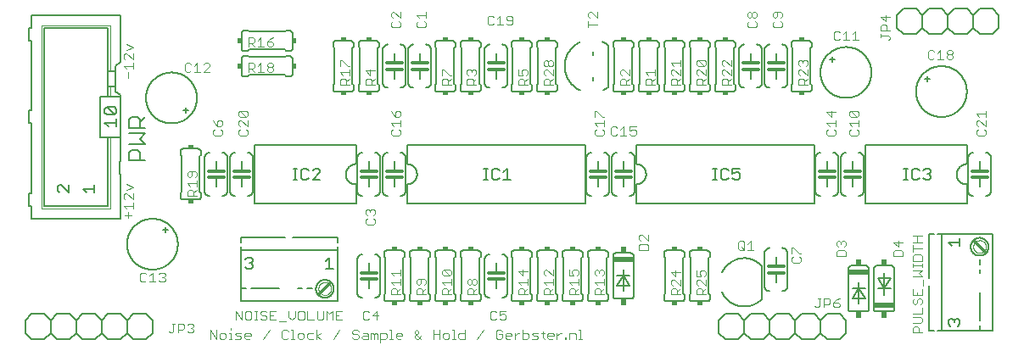
<source format=gbr>
G04 EAGLE Gerber RS-274X export*
G75*
%MOMM*%
%FSLAX34Y34*%
%LPD*%
%INSilkscreen Top*%
%IPPOS*%
%AMOC8*
5,1,8,0,0,1.08239X$1,22.5*%
G01*
%ADD10C,0.076200*%
%ADD11C,0.152400*%
%ADD12C,0.304800*%
%ADD13C,0.101600*%
%ADD14C,0.127000*%
%ADD15R,0.508000X0.381000*%
%ADD16R,0.381000X0.508000*%
%ADD17R,2.032000X0.508000*%
%ADD18R,0.508000X0.635000*%
%ADD19C,0.050800*%
%ADD20C,0.177800*%


D10*
X115566Y133731D02*
X115566Y140002D01*
X112431Y136866D02*
X118701Y136866D01*
X113998Y143086D02*
X110863Y146222D01*
X120269Y146222D01*
X120269Y149357D02*
X120269Y143086D01*
X120269Y152441D02*
X120269Y158712D01*
X120269Y152441D02*
X113998Y158712D01*
X112431Y158712D01*
X110863Y157144D01*
X110863Y154009D01*
X112431Y152441D01*
X113998Y161797D02*
X120269Y164932D01*
X113998Y168067D01*
X115566Y273431D02*
X115566Y279702D01*
X113998Y282786D02*
X110863Y285922D01*
X120269Y285922D01*
X120269Y289057D02*
X120269Y282786D01*
X120269Y292141D02*
X120269Y298412D01*
X120269Y292141D02*
X113998Y298412D01*
X112431Y298412D01*
X110863Y296844D01*
X110863Y293709D01*
X112431Y292141D01*
X113998Y301497D02*
X120269Y304632D01*
X113998Y307767D01*
X197231Y22487D02*
X197231Y13081D01*
X203502Y13081D02*
X197231Y22487D01*
X203502Y22487D02*
X203502Y13081D01*
X208154Y13081D02*
X211289Y13081D01*
X212857Y14649D01*
X212857Y17784D01*
X211289Y19352D01*
X208154Y19352D01*
X206586Y17784D01*
X206586Y14649D01*
X208154Y13081D01*
X215941Y19352D02*
X217509Y19352D01*
X217509Y13081D01*
X215941Y13081D02*
X219077Y13081D01*
X217509Y22487D02*
X217509Y24055D01*
X222178Y13081D02*
X226881Y13081D01*
X228449Y14649D01*
X226881Y16216D01*
X223746Y16216D01*
X222178Y17784D01*
X223746Y19352D01*
X228449Y19352D01*
X233101Y13081D02*
X236236Y13081D01*
X233101Y13081D02*
X231533Y14649D01*
X231533Y17784D01*
X233101Y19352D01*
X236236Y19352D01*
X237804Y17784D01*
X237804Y16216D01*
X231533Y16216D01*
X250244Y13081D02*
X256514Y22487D01*
X273657Y22487D02*
X275225Y20919D01*
X273657Y22487D02*
X270522Y22487D01*
X268954Y20919D01*
X268954Y14649D01*
X270522Y13081D01*
X273657Y13081D01*
X275225Y14649D01*
X278309Y22487D02*
X279877Y22487D01*
X279877Y13081D01*
X278309Y13081D02*
X281445Y13081D01*
X286114Y13081D02*
X289249Y13081D01*
X290817Y14649D01*
X290817Y17784D01*
X289249Y19352D01*
X286114Y19352D01*
X284546Y17784D01*
X284546Y14649D01*
X286114Y13081D01*
X295469Y19352D02*
X300172Y19352D01*
X295469Y19352D02*
X293901Y17784D01*
X293901Y14649D01*
X295469Y13081D01*
X300172Y13081D01*
X303256Y13081D02*
X303256Y22487D01*
X303256Y16216D02*
X307959Y13081D01*
X303256Y16216D02*
X307959Y19352D01*
X320408Y13081D02*
X326678Y22487D01*
X343821Y22487D02*
X345389Y20919D01*
X343821Y22487D02*
X340686Y22487D01*
X339118Y20919D01*
X339118Y19352D01*
X340686Y17784D01*
X343821Y17784D01*
X345389Y16216D01*
X345389Y14649D01*
X343821Y13081D01*
X340686Y13081D01*
X339118Y14649D01*
X350041Y19352D02*
X353176Y19352D01*
X354744Y17784D01*
X354744Y13081D01*
X350041Y13081D01*
X348473Y14649D01*
X350041Y16216D01*
X354744Y16216D01*
X357828Y13081D02*
X357828Y19352D01*
X359396Y19352D01*
X360964Y17784D01*
X360964Y13081D01*
X360964Y17784D02*
X362531Y19352D01*
X364099Y17784D01*
X364099Y13081D01*
X367184Y9946D02*
X367184Y19352D01*
X371887Y19352D01*
X373454Y17784D01*
X373454Y14649D01*
X371887Y13081D01*
X367184Y13081D01*
X376539Y22487D02*
X378106Y22487D01*
X378106Y13081D01*
X376539Y13081D02*
X379674Y13081D01*
X384343Y13081D02*
X387479Y13081D01*
X384343Y13081D02*
X382776Y14649D01*
X382776Y17784D01*
X384343Y19352D01*
X387479Y19352D01*
X389046Y17784D01*
X389046Y16216D01*
X382776Y16216D01*
X404621Y13081D02*
X407757Y16216D01*
X404621Y13081D02*
X403054Y13081D01*
X401486Y14649D01*
X401486Y16216D01*
X404621Y19352D01*
X404621Y20919D01*
X403054Y22487D01*
X401486Y20919D01*
X401486Y19352D01*
X407757Y13081D01*
X420196Y13081D02*
X420196Y22487D01*
X420196Y17784D02*
X426467Y17784D01*
X426467Y22487D02*
X426467Y13081D01*
X431119Y13081D02*
X434254Y13081D01*
X435822Y14649D01*
X435822Y17784D01*
X434254Y19352D01*
X431119Y19352D01*
X429551Y17784D01*
X429551Y14649D01*
X431119Y13081D01*
X438907Y22487D02*
X440474Y22487D01*
X440474Y13081D01*
X438907Y13081D02*
X442042Y13081D01*
X451414Y13081D02*
X451414Y22487D01*
X451414Y13081D02*
X446711Y13081D01*
X445143Y14649D01*
X445143Y17784D01*
X446711Y19352D01*
X451414Y19352D01*
X463854Y13081D02*
X470124Y22487D01*
X487267Y22487D02*
X488835Y20919D01*
X487267Y22487D02*
X484132Y22487D01*
X482564Y20919D01*
X482564Y14649D01*
X484132Y13081D01*
X487267Y13081D01*
X488835Y14649D01*
X488835Y17784D01*
X485700Y17784D01*
X493487Y13081D02*
X496622Y13081D01*
X493487Y13081D02*
X491919Y14649D01*
X491919Y17784D01*
X493487Y19352D01*
X496622Y19352D01*
X498190Y17784D01*
X498190Y16216D01*
X491919Y16216D01*
X501275Y13081D02*
X501275Y19352D01*
X504410Y19352D02*
X501275Y16216D01*
X504410Y19352D02*
X505978Y19352D01*
X509071Y22487D02*
X509071Y13081D01*
X513774Y13081D01*
X515341Y14649D01*
X515341Y17784D01*
X513774Y19352D01*
X509071Y19352D01*
X518426Y13081D02*
X523129Y13081D01*
X524696Y14649D01*
X523129Y16216D01*
X519993Y16216D01*
X518426Y17784D01*
X519993Y19352D01*
X524696Y19352D01*
X529349Y20919D02*
X529349Y14649D01*
X530916Y13081D01*
X530916Y19352D02*
X527781Y19352D01*
X535585Y13081D02*
X538721Y13081D01*
X535585Y13081D02*
X534018Y14649D01*
X534018Y17784D01*
X535585Y19352D01*
X538721Y19352D01*
X540288Y17784D01*
X540288Y16216D01*
X534018Y16216D01*
X543373Y13081D02*
X543373Y19352D01*
X546508Y19352D02*
X543373Y16216D01*
X546508Y19352D02*
X548076Y19352D01*
X551169Y14649D02*
X551169Y13081D01*
X551169Y14649D02*
X552736Y14649D01*
X552736Y13081D01*
X551169Y13081D01*
X555846Y13081D02*
X555846Y19352D01*
X560549Y19352D01*
X562117Y17784D01*
X562117Y13081D01*
X565202Y22487D02*
X566769Y22487D01*
X566769Y13081D01*
X565202Y13081D02*
X568337Y13081D01*
D11*
X400050Y264160D02*
X399910Y264162D01*
X399770Y264168D01*
X399630Y264177D01*
X399491Y264191D01*
X399352Y264208D01*
X399214Y264229D01*
X399076Y264254D01*
X398939Y264283D01*
X398803Y264315D01*
X398668Y264352D01*
X398534Y264392D01*
X398401Y264435D01*
X398269Y264483D01*
X398138Y264533D01*
X398009Y264588D01*
X397882Y264646D01*
X397756Y264707D01*
X397632Y264772D01*
X397510Y264841D01*
X397390Y264912D01*
X397272Y264987D01*
X397155Y265065D01*
X397041Y265147D01*
X396930Y265231D01*
X396821Y265319D01*
X396714Y265409D01*
X396609Y265503D01*
X396508Y265599D01*
X396409Y265698D01*
X396313Y265799D01*
X396219Y265904D01*
X396129Y266011D01*
X396041Y266120D01*
X395957Y266231D01*
X395875Y266345D01*
X395797Y266462D01*
X395722Y266580D01*
X395651Y266700D01*
X395582Y266822D01*
X395517Y266946D01*
X395456Y267072D01*
X395398Y267199D01*
X395343Y267328D01*
X395293Y267459D01*
X395245Y267591D01*
X395202Y267724D01*
X395162Y267858D01*
X395125Y267993D01*
X395093Y268129D01*
X395064Y268266D01*
X395039Y268404D01*
X395018Y268542D01*
X395001Y268681D01*
X394987Y268820D01*
X394978Y268960D01*
X394972Y269100D01*
X394970Y269240D01*
X412750Y264160D02*
X412890Y264162D01*
X413030Y264168D01*
X413170Y264177D01*
X413309Y264191D01*
X413448Y264208D01*
X413586Y264229D01*
X413724Y264254D01*
X413861Y264283D01*
X413997Y264315D01*
X414132Y264352D01*
X414266Y264392D01*
X414399Y264435D01*
X414531Y264483D01*
X414662Y264533D01*
X414791Y264588D01*
X414918Y264646D01*
X415044Y264707D01*
X415168Y264772D01*
X415290Y264841D01*
X415410Y264912D01*
X415528Y264987D01*
X415645Y265065D01*
X415759Y265147D01*
X415870Y265231D01*
X415979Y265319D01*
X416086Y265409D01*
X416191Y265503D01*
X416292Y265599D01*
X416391Y265698D01*
X416487Y265799D01*
X416581Y265904D01*
X416671Y266011D01*
X416759Y266120D01*
X416843Y266231D01*
X416925Y266345D01*
X417003Y266462D01*
X417078Y266580D01*
X417149Y266700D01*
X417218Y266822D01*
X417283Y266946D01*
X417344Y267072D01*
X417402Y267199D01*
X417457Y267328D01*
X417507Y267459D01*
X417555Y267591D01*
X417598Y267724D01*
X417638Y267858D01*
X417675Y267993D01*
X417707Y268129D01*
X417736Y268266D01*
X417761Y268404D01*
X417782Y268542D01*
X417799Y268681D01*
X417813Y268820D01*
X417822Y268960D01*
X417828Y269100D01*
X417830Y269240D01*
X394970Y269240D02*
X394970Y302260D01*
X417830Y302260D02*
X417830Y269240D01*
X394970Y302260D02*
X394972Y302400D01*
X394978Y302540D01*
X394987Y302680D01*
X395001Y302819D01*
X395018Y302958D01*
X395039Y303096D01*
X395064Y303234D01*
X395093Y303371D01*
X395125Y303507D01*
X395162Y303642D01*
X395202Y303776D01*
X395245Y303909D01*
X395293Y304041D01*
X395343Y304172D01*
X395398Y304301D01*
X395456Y304428D01*
X395517Y304554D01*
X395582Y304678D01*
X395651Y304800D01*
X395722Y304920D01*
X395797Y305038D01*
X395875Y305155D01*
X395957Y305269D01*
X396041Y305380D01*
X396129Y305489D01*
X396219Y305596D01*
X396313Y305701D01*
X396409Y305802D01*
X396508Y305901D01*
X396609Y305997D01*
X396714Y306091D01*
X396821Y306181D01*
X396930Y306269D01*
X397041Y306353D01*
X397155Y306435D01*
X397272Y306513D01*
X397390Y306588D01*
X397510Y306659D01*
X397632Y306728D01*
X397756Y306793D01*
X397882Y306854D01*
X398009Y306912D01*
X398138Y306967D01*
X398269Y307017D01*
X398401Y307065D01*
X398534Y307108D01*
X398668Y307148D01*
X398803Y307185D01*
X398939Y307217D01*
X399076Y307246D01*
X399214Y307271D01*
X399352Y307292D01*
X399491Y307309D01*
X399630Y307323D01*
X399770Y307332D01*
X399910Y307338D01*
X400050Y307340D01*
X412750Y307340D02*
X412890Y307338D01*
X413030Y307332D01*
X413170Y307323D01*
X413309Y307309D01*
X413448Y307292D01*
X413586Y307271D01*
X413724Y307246D01*
X413861Y307217D01*
X413997Y307185D01*
X414132Y307148D01*
X414266Y307108D01*
X414399Y307065D01*
X414531Y307017D01*
X414662Y306967D01*
X414791Y306912D01*
X414918Y306854D01*
X415044Y306793D01*
X415168Y306728D01*
X415290Y306659D01*
X415410Y306588D01*
X415528Y306513D01*
X415645Y306435D01*
X415759Y306353D01*
X415870Y306269D01*
X415979Y306181D01*
X416086Y306091D01*
X416191Y305997D01*
X416292Y305901D01*
X416391Y305802D01*
X416487Y305701D01*
X416581Y305596D01*
X416671Y305489D01*
X416759Y305380D01*
X416843Y305269D01*
X416925Y305155D01*
X417003Y305038D01*
X417078Y304920D01*
X417149Y304800D01*
X417218Y304678D01*
X417283Y304554D01*
X417344Y304428D01*
X417402Y304301D01*
X417457Y304172D01*
X417507Y304041D01*
X417555Y303909D01*
X417598Y303776D01*
X417638Y303642D01*
X417675Y303507D01*
X417707Y303371D01*
X417736Y303234D01*
X417761Y303096D01*
X417782Y302958D01*
X417799Y302819D01*
X417813Y302680D01*
X417822Y302540D01*
X417828Y302400D01*
X417830Y302260D01*
D12*
X406400Y282702D02*
X398780Y282702D01*
X406400Y282702D02*
X414020Y282702D01*
X406400Y289052D02*
X398780Y289052D01*
X406400Y289052D02*
X414020Y289052D01*
D11*
X406400Y289052D02*
X406400Y298450D01*
X406400Y282702D02*
X406400Y273050D01*
D13*
X403090Y328934D02*
X404616Y330459D01*
X403090Y328934D02*
X403090Y325883D01*
X404616Y324358D01*
X410717Y324358D01*
X412242Y325883D01*
X412242Y328934D01*
X410717Y330459D01*
X406141Y333713D02*
X403090Y336764D01*
X412242Y336764D01*
X412242Y339814D02*
X412242Y333713D01*
D11*
X344170Y59690D02*
X344172Y59550D01*
X344178Y59410D01*
X344187Y59270D01*
X344201Y59131D01*
X344218Y58992D01*
X344239Y58854D01*
X344264Y58716D01*
X344293Y58579D01*
X344325Y58443D01*
X344362Y58308D01*
X344402Y58174D01*
X344445Y58041D01*
X344493Y57909D01*
X344543Y57778D01*
X344598Y57649D01*
X344656Y57522D01*
X344717Y57396D01*
X344782Y57272D01*
X344851Y57150D01*
X344922Y57030D01*
X344997Y56912D01*
X345075Y56795D01*
X345157Y56681D01*
X345241Y56570D01*
X345329Y56461D01*
X345419Y56354D01*
X345513Y56249D01*
X345609Y56148D01*
X345708Y56049D01*
X345809Y55953D01*
X345914Y55859D01*
X346021Y55769D01*
X346130Y55681D01*
X346241Y55597D01*
X346355Y55515D01*
X346472Y55437D01*
X346590Y55362D01*
X346710Y55291D01*
X346832Y55222D01*
X346956Y55157D01*
X347082Y55096D01*
X347209Y55038D01*
X347338Y54983D01*
X347469Y54933D01*
X347601Y54885D01*
X347734Y54842D01*
X347868Y54802D01*
X348003Y54765D01*
X348139Y54733D01*
X348276Y54704D01*
X348414Y54679D01*
X348552Y54658D01*
X348691Y54641D01*
X348830Y54627D01*
X348970Y54618D01*
X349110Y54612D01*
X349250Y54610D01*
X361950Y54610D02*
X362090Y54612D01*
X362230Y54618D01*
X362370Y54627D01*
X362509Y54641D01*
X362648Y54658D01*
X362786Y54679D01*
X362924Y54704D01*
X363061Y54733D01*
X363197Y54765D01*
X363332Y54802D01*
X363466Y54842D01*
X363599Y54885D01*
X363731Y54933D01*
X363862Y54983D01*
X363991Y55038D01*
X364118Y55096D01*
X364244Y55157D01*
X364368Y55222D01*
X364490Y55291D01*
X364610Y55362D01*
X364728Y55437D01*
X364845Y55515D01*
X364959Y55597D01*
X365070Y55681D01*
X365179Y55769D01*
X365286Y55859D01*
X365391Y55953D01*
X365492Y56049D01*
X365591Y56148D01*
X365687Y56249D01*
X365781Y56354D01*
X365871Y56461D01*
X365959Y56570D01*
X366043Y56681D01*
X366125Y56795D01*
X366203Y56912D01*
X366278Y57030D01*
X366349Y57150D01*
X366418Y57272D01*
X366483Y57396D01*
X366544Y57522D01*
X366602Y57649D01*
X366657Y57778D01*
X366707Y57909D01*
X366755Y58041D01*
X366798Y58174D01*
X366838Y58308D01*
X366875Y58443D01*
X366907Y58579D01*
X366936Y58716D01*
X366961Y58854D01*
X366982Y58992D01*
X366999Y59131D01*
X367013Y59270D01*
X367022Y59410D01*
X367028Y59550D01*
X367030Y59690D01*
X344170Y59690D02*
X344170Y92710D01*
X367030Y92710D02*
X367030Y59690D01*
X344170Y92710D02*
X344172Y92850D01*
X344178Y92990D01*
X344187Y93130D01*
X344201Y93269D01*
X344218Y93408D01*
X344239Y93546D01*
X344264Y93684D01*
X344293Y93821D01*
X344325Y93957D01*
X344362Y94092D01*
X344402Y94226D01*
X344445Y94359D01*
X344493Y94491D01*
X344543Y94622D01*
X344598Y94751D01*
X344656Y94878D01*
X344717Y95004D01*
X344782Y95128D01*
X344851Y95250D01*
X344922Y95370D01*
X344997Y95488D01*
X345075Y95605D01*
X345157Y95719D01*
X345241Y95830D01*
X345329Y95939D01*
X345419Y96046D01*
X345513Y96151D01*
X345609Y96252D01*
X345708Y96351D01*
X345809Y96447D01*
X345914Y96541D01*
X346021Y96631D01*
X346130Y96719D01*
X346241Y96803D01*
X346355Y96885D01*
X346472Y96963D01*
X346590Y97038D01*
X346710Y97109D01*
X346832Y97178D01*
X346956Y97243D01*
X347082Y97304D01*
X347209Y97362D01*
X347338Y97417D01*
X347469Y97467D01*
X347601Y97515D01*
X347734Y97558D01*
X347868Y97598D01*
X348003Y97635D01*
X348139Y97667D01*
X348276Y97696D01*
X348414Y97721D01*
X348552Y97742D01*
X348691Y97759D01*
X348830Y97773D01*
X348970Y97782D01*
X349110Y97788D01*
X349250Y97790D01*
X361950Y97790D02*
X362090Y97788D01*
X362230Y97782D01*
X362370Y97773D01*
X362509Y97759D01*
X362648Y97742D01*
X362786Y97721D01*
X362924Y97696D01*
X363061Y97667D01*
X363197Y97635D01*
X363332Y97598D01*
X363466Y97558D01*
X363599Y97515D01*
X363731Y97467D01*
X363862Y97417D01*
X363991Y97362D01*
X364118Y97304D01*
X364244Y97243D01*
X364368Y97178D01*
X364490Y97109D01*
X364610Y97038D01*
X364728Y96963D01*
X364845Y96885D01*
X364959Y96803D01*
X365070Y96719D01*
X365179Y96631D01*
X365286Y96541D01*
X365391Y96447D01*
X365492Y96351D01*
X365591Y96252D01*
X365687Y96151D01*
X365781Y96046D01*
X365871Y95939D01*
X365959Y95830D01*
X366043Y95719D01*
X366125Y95605D01*
X366203Y95488D01*
X366278Y95370D01*
X366349Y95250D01*
X366418Y95128D01*
X366483Y95004D01*
X366544Y94878D01*
X366602Y94751D01*
X366657Y94622D01*
X366707Y94491D01*
X366755Y94359D01*
X366798Y94226D01*
X366838Y94092D01*
X366875Y93957D01*
X366907Y93821D01*
X366936Y93684D01*
X366961Y93546D01*
X366982Y93408D01*
X366999Y93269D01*
X367013Y93130D01*
X367022Y92990D01*
X367028Y92850D01*
X367030Y92710D01*
D12*
X355600Y73152D02*
X347980Y73152D01*
X355600Y73152D02*
X363220Y73152D01*
X355600Y79502D02*
X347980Y79502D01*
X355600Y79502D02*
X363220Y79502D01*
D11*
X355600Y79502D02*
X355600Y88900D01*
X355600Y73152D02*
X355600Y63500D01*
D13*
X354334Y41410D02*
X355859Y39885D01*
X354334Y41410D02*
X351283Y41410D01*
X349758Y39885D01*
X349758Y33783D01*
X351283Y32258D01*
X354334Y32258D01*
X355859Y33783D01*
X363689Y32258D02*
X363689Y41410D01*
X359113Y36834D01*
X365214Y36834D01*
D11*
X471170Y59690D02*
X471172Y59550D01*
X471178Y59410D01*
X471187Y59270D01*
X471201Y59131D01*
X471218Y58992D01*
X471239Y58854D01*
X471264Y58716D01*
X471293Y58579D01*
X471325Y58443D01*
X471362Y58308D01*
X471402Y58174D01*
X471445Y58041D01*
X471493Y57909D01*
X471543Y57778D01*
X471598Y57649D01*
X471656Y57522D01*
X471717Y57396D01*
X471782Y57272D01*
X471851Y57150D01*
X471922Y57030D01*
X471997Y56912D01*
X472075Y56795D01*
X472157Y56681D01*
X472241Y56570D01*
X472329Y56461D01*
X472419Y56354D01*
X472513Y56249D01*
X472609Y56148D01*
X472708Y56049D01*
X472809Y55953D01*
X472914Y55859D01*
X473021Y55769D01*
X473130Y55681D01*
X473241Y55597D01*
X473355Y55515D01*
X473472Y55437D01*
X473590Y55362D01*
X473710Y55291D01*
X473832Y55222D01*
X473956Y55157D01*
X474082Y55096D01*
X474209Y55038D01*
X474338Y54983D01*
X474469Y54933D01*
X474601Y54885D01*
X474734Y54842D01*
X474868Y54802D01*
X475003Y54765D01*
X475139Y54733D01*
X475276Y54704D01*
X475414Y54679D01*
X475552Y54658D01*
X475691Y54641D01*
X475830Y54627D01*
X475970Y54618D01*
X476110Y54612D01*
X476250Y54610D01*
X488950Y54610D02*
X489090Y54612D01*
X489230Y54618D01*
X489370Y54627D01*
X489509Y54641D01*
X489648Y54658D01*
X489786Y54679D01*
X489924Y54704D01*
X490061Y54733D01*
X490197Y54765D01*
X490332Y54802D01*
X490466Y54842D01*
X490599Y54885D01*
X490731Y54933D01*
X490862Y54983D01*
X490991Y55038D01*
X491118Y55096D01*
X491244Y55157D01*
X491368Y55222D01*
X491490Y55291D01*
X491610Y55362D01*
X491728Y55437D01*
X491845Y55515D01*
X491959Y55597D01*
X492070Y55681D01*
X492179Y55769D01*
X492286Y55859D01*
X492391Y55953D01*
X492492Y56049D01*
X492591Y56148D01*
X492687Y56249D01*
X492781Y56354D01*
X492871Y56461D01*
X492959Y56570D01*
X493043Y56681D01*
X493125Y56795D01*
X493203Y56912D01*
X493278Y57030D01*
X493349Y57150D01*
X493418Y57272D01*
X493483Y57396D01*
X493544Y57522D01*
X493602Y57649D01*
X493657Y57778D01*
X493707Y57909D01*
X493755Y58041D01*
X493798Y58174D01*
X493838Y58308D01*
X493875Y58443D01*
X493907Y58579D01*
X493936Y58716D01*
X493961Y58854D01*
X493982Y58992D01*
X493999Y59131D01*
X494013Y59270D01*
X494022Y59410D01*
X494028Y59550D01*
X494030Y59690D01*
X471170Y59690D02*
X471170Y92710D01*
X494030Y92710D02*
X494030Y59690D01*
X471170Y92710D02*
X471172Y92850D01*
X471178Y92990D01*
X471187Y93130D01*
X471201Y93269D01*
X471218Y93408D01*
X471239Y93546D01*
X471264Y93684D01*
X471293Y93821D01*
X471325Y93957D01*
X471362Y94092D01*
X471402Y94226D01*
X471445Y94359D01*
X471493Y94491D01*
X471543Y94622D01*
X471598Y94751D01*
X471656Y94878D01*
X471717Y95004D01*
X471782Y95128D01*
X471851Y95250D01*
X471922Y95370D01*
X471997Y95488D01*
X472075Y95605D01*
X472157Y95719D01*
X472241Y95830D01*
X472329Y95939D01*
X472419Y96046D01*
X472513Y96151D01*
X472609Y96252D01*
X472708Y96351D01*
X472809Y96447D01*
X472914Y96541D01*
X473021Y96631D01*
X473130Y96719D01*
X473241Y96803D01*
X473355Y96885D01*
X473472Y96963D01*
X473590Y97038D01*
X473710Y97109D01*
X473832Y97178D01*
X473956Y97243D01*
X474082Y97304D01*
X474209Y97362D01*
X474338Y97417D01*
X474469Y97467D01*
X474601Y97515D01*
X474734Y97558D01*
X474868Y97598D01*
X475003Y97635D01*
X475139Y97667D01*
X475276Y97696D01*
X475414Y97721D01*
X475552Y97742D01*
X475691Y97759D01*
X475830Y97773D01*
X475970Y97782D01*
X476110Y97788D01*
X476250Y97790D01*
X488950Y97790D02*
X489090Y97788D01*
X489230Y97782D01*
X489370Y97773D01*
X489509Y97759D01*
X489648Y97742D01*
X489786Y97721D01*
X489924Y97696D01*
X490061Y97667D01*
X490197Y97635D01*
X490332Y97598D01*
X490466Y97558D01*
X490599Y97515D01*
X490731Y97467D01*
X490862Y97417D01*
X490991Y97362D01*
X491118Y97304D01*
X491244Y97243D01*
X491368Y97178D01*
X491490Y97109D01*
X491610Y97038D01*
X491728Y96963D01*
X491845Y96885D01*
X491959Y96803D01*
X492070Y96719D01*
X492179Y96631D01*
X492286Y96541D01*
X492391Y96447D01*
X492492Y96351D01*
X492591Y96252D01*
X492687Y96151D01*
X492781Y96046D01*
X492871Y95939D01*
X492959Y95830D01*
X493043Y95719D01*
X493125Y95605D01*
X493203Y95488D01*
X493278Y95370D01*
X493349Y95250D01*
X493418Y95128D01*
X493483Y95004D01*
X493544Y94878D01*
X493602Y94751D01*
X493657Y94622D01*
X493707Y94491D01*
X493755Y94359D01*
X493798Y94226D01*
X493838Y94092D01*
X493875Y93957D01*
X493907Y93821D01*
X493936Y93684D01*
X493961Y93546D01*
X493982Y93408D01*
X493999Y93269D01*
X494013Y93130D01*
X494022Y92990D01*
X494028Y92850D01*
X494030Y92710D01*
D12*
X482600Y73152D02*
X474980Y73152D01*
X482600Y73152D02*
X490220Y73152D01*
X482600Y79502D02*
X474980Y79502D01*
X482600Y79502D02*
X490220Y79502D01*
D11*
X482600Y79502D02*
X482600Y88900D01*
X482600Y73152D02*
X482600Y63500D01*
D13*
X481334Y41410D02*
X482859Y39885D01*
X481334Y41410D02*
X478283Y41410D01*
X476758Y39885D01*
X476758Y33783D01*
X478283Y32258D01*
X481334Y32258D01*
X482859Y33783D01*
X486113Y41410D02*
X492214Y41410D01*
X486113Y41410D02*
X486113Y36834D01*
X489164Y38359D01*
X490689Y38359D01*
X492214Y36834D01*
X492214Y33783D01*
X490689Y32258D01*
X487638Y32258D01*
X486113Y33783D01*
D11*
X214630Y194310D02*
X214628Y194450D01*
X214622Y194590D01*
X214613Y194730D01*
X214599Y194869D01*
X214582Y195008D01*
X214561Y195146D01*
X214536Y195284D01*
X214507Y195421D01*
X214475Y195557D01*
X214438Y195692D01*
X214398Y195826D01*
X214355Y195959D01*
X214307Y196091D01*
X214257Y196222D01*
X214202Y196351D01*
X214144Y196478D01*
X214083Y196604D01*
X214018Y196728D01*
X213949Y196850D01*
X213878Y196970D01*
X213803Y197088D01*
X213725Y197205D01*
X213643Y197319D01*
X213559Y197430D01*
X213471Y197539D01*
X213381Y197646D01*
X213287Y197751D01*
X213191Y197852D01*
X213092Y197951D01*
X212991Y198047D01*
X212886Y198141D01*
X212779Y198231D01*
X212670Y198319D01*
X212559Y198403D01*
X212445Y198485D01*
X212328Y198563D01*
X212210Y198638D01*
X212090Y198709D01*
X211968Y198778D01*
X211844Y198843D01*
X211718Y198904D01*
X211591Y198962D01*
X211462Y199017D01*
X211331Y199067D01*
X211199Y199115D01*
X211066Y199158D01*
X210932Y199198D01*
X210797Y199235D01*
X210661Y199267D01*
X210524Y199296D01*
X210386Y199321D01*
X210248Y199342D01*
X210109Y199359D01*
X209970Y199373D01*
X209830Y199382D01*
X209690Y199388D01*
X209550Y199390D01*
X196850Y199390D02*
X196710Y199388D01*
X196570Y199382D01*
X196430Y199373D01*
X196291Y199359D01*
X196152Y199342D01*
X196014Y199321D01*
X195876Y199296D01*
X195739Y199267D01*
X195603Y199235D01*
X195468Y199198D01*
X195334Y199158D01*
X195201Y199115D01*
X195069Y199067D01*
X194938Y199017D01*
X194809Y198962D01*
X194682Y198904D01*
X194556Y198843D01*
X194432Y198778D01*
X194310Y198709D01*
X194190Y198638D01*
X194072Y198563D01*
X193955Y198485D01*
X193841Y198403D01*
X193730Y198319D01*
X193621Y198231D01*
X193514Y198141D01*
X193409Y198047D01*
X193308Y197951D01*
X193209Y197852D01*
X193113Y197751D01*
X193019Y197646D01*
X192929Y197539D01*
X192841Y197430D01*
X192757Y197319D01*
X192675Y197205D01*
X192597Y197088D01*
X192522Y196970D01*
X192451Y196850D01*
X192382Y196728D01*
X192317Y196604D01*
X192256Y196478D01*
X192198Y196351D01*
X192143Y196222D01*
X192093Y196091D01*
X192045Y195959D01*
X192002Y195826D01*
X191962Y195692D01*
X191925Y195557D01*
X191893Y195421D01*
X191864Y195284D01*
X191839Y195146D01*
X191818Y195008D01*
X191801Y194869D01*
X191787Y194730D01*
X191778Y194590D01*
X191772Y194450D01*
X191770Y194310D01*
X214630Y194310D02*
X214630Y161290D01*
X191770Y161290D02*
X191770Y194310D01*
X214630Y161290D02*
X214628Y161150D01*
X214622Y161010D01*
X214613Y160870D01*
X214599Y160731D01*
X214582Y160592D01*
X214561Y160454D01*
X214536Y160316D01*
X214507Y160179D01*
X214475Y160043D01*
X214438Y159908D01*
X214398Y159774D01*
X214355Y159641D01*
X214307Y159509D01*
X214257Y159378D01*
X214202Y159249D01*
X214144Y159122D01*
X214083Y158996D01*
X214018Y158872D01*
X213949Y158750D01*
X213878Y158630D01*
X213803Y158512D01*
X213725Y158395D01*
X213643Y158281D01*
X213559Y158170D01*
X213471Y158061D01*
X213381Y157954D01*
X213287Y157849D01*
X213191Y157748D01*
X213092Y157649D01*
X212991Y157553D01*
X212886Y157459D01*
X212779Y157369D01*
X212670Y157281D01*
X212559Y157197D01*
X212445Y157115D01*
X212328Y157037D01*
X212210Y156962D01*
X212090Y156891D01*
X211968Y156822D01*
X211844Y156757D01*
X211718Y156696D01*
X211591Y156638D01*
X211462Y156583D01*
X211331Y156533D01*
X211199Y156485D01*
X211066Y156442D01*
X210932Y156402D01*
X210797Y156365D01*
X210661Y156333D01*
X210524Y156304D01*
X210386Y156279D01*
X210248Y156258D01*
X210109Y156241D01*
X209970Y156227D01*
X209830Y156218D01*
X209690Y156212D01*
X209550Y156210D01*
X196850Y156210D02*
X196710Y156212D01*
X196570Y156218D01*
X196430Y156227D01*
X196291Y156241D01*
X196152Y156258D01*
X196014Y156279D01*
X195876Y156304D01*
X195739Y156333D01*
X195603Y156365D01*
X195468Y156402D01*
X195334Y156442D01*
X195201Y156485D01*
X195069Y156533D01*
X194938Y156583D01*
X194809Y156638D01*
X194682Y156696D01*
X194556Y156757D01*
X194432Y156822D01*
X194310Y156891D01*
X194190Y156962D01*
X194072Y157037D01*
X193955Y157115D01*
X193841Y157197D01*
X193730Y157281D01*
X193621Y157369D01*
X193514Y157459D01*
X193409Y157553D01*
X193308Y157649D01*
X193209Y157748D01*
X193113Y157849D01*
X193019Y157954D01*
X192929Y158061D01*
X192841Y158170D01*
X192757Y158281D01*
X192675Y158395D01*
X192597Y158512D01*
X192522Y158630D01*
X192451Y158750D01*
X192382Y158872D01*
X192317Y158996D01*
X192256Y159122D01*
X192198Y159249D01*
X192143Y159378D01*
X192093Y159509D01*
X192045Y159641D01*
X192002Y159774D01*
X191962Y159908D01*
X191925Y160043D01*
X191893Y160179D01*
X191864Y160316D01*
X191839Y160454D01*
X191818Y160592D01*
X191801Y160731D01*
X191787Y160870D01*
X191778Y161010D01*
X191772Y161150D01*
X191770Y161290D01*
D12*
X203200Y180848D02*
X210820Y180848D01*
X203200Y180848D02*
X195580Y180848D01*
X203200Y174498D02*
X210820Y174498D01*
X203200Y174498D02*
X195580Y174498D01*
D11*
X203200Y174498D02*
X203200Y165100D01*
X203200Y180848D02*
X203200Y190500D01*
D13*
X199890Y220984D02*
X201416Y222509D01*
X199890Y220984D02*
X199890Y217933D01*
X201416Y216408D01*
X207517Y216408D01*
X209042Y217933D01*
X209042Y220984D01*
X207517Y222509D01*
X201416Y228814D02*
X199890Y231864D01*
X201416Y228814D02*
X204466Y225763D01*
X207517Y225763D01*
X209042Y227288D01*
X209042Y230339D01*
X207517Y231864D01*
X205991Y231864D01*
X204466Y230339D01*
X204466Y225763D01*
D11*
X393700Y207010D02*
X571500Y207010D01*
X571500Y148590D02*
X393700Y148590D01*
X571500Y148590D02*
X571500Y207010D01*
X393700Y207010D02*
X393700Y187960D01*
X393700Y167640D02*
X393700Y148590D01*
X393700Y167640D02*
X393947Y167643D01*
X394195Y167652D01*
X394442Y167667D01*
X394688Y167688D01*
X394934Y167715D01*
X395179Y167748D01*
X395424Y167787D01*
X395667Y167832D01*
X395909Y167883D01*
X396150Y167940D01*
X396389Y168002D01*
X396627Y168071D01*
X396863Y168145D01*
X397097Y168225D01*
X397329Y168310D01*
X397559Y168402D01*
X397787Y168498D01*
X398012Y168601D01*
X398235Y168708D01*
X398455Y168822D01*
X398672Y168940D01*
X398887Y169064D01*
X399098Y169193D01*
X399306Y169327D01*
X399511Y169466D01*
X399712Y169610D01*
X399910Y169758D01*
X400104Y169912D01*
X400294Y170070D01*
X400480Y170233D01*
X400662Y170400D01*
X400840Y170572D01*
X401014Y170748D01*
X401184Y170928D01*
X401349Y171113D01*
X401509Y171301D01*
X401665Y171493D01*
X401817Y171689D01*
X401963Y171888D01*
X402105Y172091D01*
X402241Y172298D01*
X402373Y172507D01*
X402499Y172720D01*
X402620Y172936D01*
X402736Y173154D01*
X402846Y173376D01*
X402951Y173600D01*
X403051Y173826D01*
X403145Y174055D01*
X403233Y174286D01*
X403316Y174520D01*
X403393Y174755D01*
X403464Y174992D01*
X403530Y175230D01*
X403589Y175470D01*
X403643Y175712D01*
X403691Y175955D01*
X403733Y176198D01*
X403769Y176443D01*
X403799Y176689D01*
X403823Y176935D01*
X403841Y177182D01*
X403853Y177429D01*
X403859Y177676D01*
X403859Y177924D01*
X403853Y178171D01*
X403841Y178418D01*
X403823Y178665D01*
X403799Y178911D01*
X403769Y179157D01*
X403733Y179402D01*
X403691Y179645D01*
X403643Y179888D01*
X403589Y180130D01*
X403530Y180370D01*
X403464Y180608D01*
X403393Y180845D01*
X403316Y181080D01*
X403233Y181314D01*
X403145Y181545D01*
X403051Y181774D01*
X402951Y182000D01*
X402846Y182224D01*
X402736Y182446D01*
X402620Y182664D01*
X402499Y182880D01*
X402373Y183093D01*
X402241Y183302D01*
X402105Y183509D01*
X401963Y183712D01*
X401817Y183911D01*
X401665Y184107D01*
X401509Y184299D01*
X401349Y184487D01*
X401184Y184672D01*
X401014Y184852D01*
X400840Y185028D01*
X400662Y185200D01*
X400480Y185367D01*
X400294Y185530D01*
X400104Y185688D01*
X399910Y185842D01*
X399712Y185990D01*
X399511Y186134D01*
X399306Y186273D01*
X399098Y186407D01*
X398887Y186536D01*
X398672Y186660D01*
X398455Y186778D01*
X398235Y186892D01*
X398012Y186999D01*
X397787Y187102D01*
X397559Y187198D01*
X397329Y187290D01*
X397097Y187375D01*
X396863Y187455D01*
X396627Y187529D01*
X396389Y187598D01*
X396150Y187660D01*
X395909Y187717D01*
X395667Y187768D01*
X395424Y187813D01*
X395179Y187852D01*
X394934Y187885D01*
X394688Y187912D01*
X394442Y187933D01*
X394195Y187948D01*
X393947Y187957D01*
X393700Y187960D01*
D14*
X470535Y172085D02*
X474348Y172085D01*
X472442Y172085D02*
X472442Y183525D01*
X474348Y183525D02*
X470535Y183525D01*
X484051Y183525D02*
X485957Y181618D01*
X484051Y183525D02*
X480238Y183525D01*
X478331Y181618D01*
X478331Y173992D01*
X480238Y172085D01*
X484051Y172085D01*
X485957Y173992D01*
X490025Y179712D02*
X493838Y183525D01*
X493838Y172085D01*
X490025Y172085D02*
X497651Y172085D01*
D11*
X622300Y207010D02*
X800100Y207010D01*
X800100Y148590D02*
X622300Y148590D01*
X800100Y148590D02*
X800100Y207010D01*
X622300Y207010D02*
X622300Y187960D01*
X622300Y167640D02*
X622300Y148590D01*
X622300Y167640D02*
X622547Y167643D01*
X622795Y167652D01*
X623042Y167667D01*
X623288Y167688D01*
X623534Y167715D01*
X623779Y167748D01*
X624024Y167787D01*
X624267Y167832D01*
X624509Y167883D01*
X624750Y167940D01*
X624989Y168002D01*
X625227Y168071D01*
X625463Y168145D01*
X625697Y168225D01*
X625929Y168310D01*
X626159Y168402D01*
X626387Y168498D01*
X626612Y168601D01*
X626835Y168708D01*
X627055Y168822D01*
X627272Y168940D01*
X627487Y169064D01*
X627698Y169193D01*
X627906Y169327D01*
X628111Y169466D01*
X628312Y169610D01*
X628510Y169758D01*
X628704Y169912D01*
X628894Y170070D01*
X629080Y170233D01*
X629262Y170400D01*
X629440Y170572D01*
X629614Y170748D01*
X629784Y170928D01*
X629949Y171113D01*
X630109Y171301D01*
X630265Y171493D01*
X630417Y171689D01*
X630563Y171888D01*
X630705Y172091D01*
X630841Y172298D01*
X630973Y172507D01*
X631099Y172720D01*
X631220Y172936D01*
X631336Y173154D01*
X631446Y173376D01*
X631551Y173600D01*
X631651Y173826D01*
X631745Y174055D01*
X631833Y174286D01*
X631916Y174520D01*
X631993Y174755D01*
X632064Y174992D01*
X632130Y175230D01*
X632189Y175470D01*
X632243Y175712D01*
X632291Y175955D01*
X632333Y176198D01*
X632369Y176443D01*
X632399Y176689D01*
X632423Y176935D01*
X632441Y177182D01*
X632453Y177429D01*
X632459Y177676D01*
X632459Y177924D01*
X632453Y178171D01*
X632441Y178418D01*
X632423Y178665D01*
X632399Y178911D01*
X632369Y179157D01*
X632333Y179402D01*
X632291Y179645D01*
X632243Y179888D01*
X632189Y180130D01*
X632130Y180370D01*
X632064Y180608D01*
X631993Y180845D01*
X631916Y181080D01*
X631833Y181314D01*
X631745Y181545D01*
X631651Y181774D01*
X631551Y182000D01*
X631446Y182224D01*
X631336Y182446D01*
X631220Y182664D01*
X631099Y182880D01*
X630973Y183093D01*
X630841Y183302D01*
X630705Y183509D01*
X630563Y183712D01*
X630417Y183911D01*
X630265Y184107D01*
X630109Y184299D01*
X629949Y184487D01*
X629784Y184672D01*
X629614Y184852D01*
X629440Y185028D01*
X629262Y185200D01*
X629080Y185367D01*
X628894Y185530D01*
X628704Y185688D01*
X628510Y185842D01*
X628312Y185990D01*
X628111Y186134D01*
X627906Y186273D01*
X627698Y186407D01*
X627487Y186536D01*
X627272Y186660D01*
X627055Y186778D01*
X626835Y186892D01*
X626612Y186999D01*
X626387Y187102D01*
X626159Y187198D01*
X625929Y187290D01*
X625697Y187375D01*
X625463Y187455D01*
X625227Y187529D01*
X624989Y187598D01*
X624750Y187660D01*
X624509Y187717D01*
X624267Y187768D01*
X624024Y187813D01*
X623779Y187852D01*
X623534Y187885D01*
X623288Y187912D01*
X623042Y187933D01*
X622795Y187948D01*
X622547Y187957D01*
X622300Y187960D01*
D14*
X699135Y172085D02*
X702948Y172085D01*
X701042Y172085D02*
X701042Y183525D01*
X702948Y183525D02*
X699135Y183525D01*
X712651Y183525D02*
X714557Y181618D01*
X712651Y183525D02*
X708838Y183525D01*
X706931Y181618D01*
X706931Y173992D01*
X708838Y172085D01*
X712651Y172085D01*
X714557Y173992D01*
X718625Y183525D02*
X726251Y183525D01*
X718625Y183525D02*
X718625Y177805D01*
X722438Y179712D01*
X724345Y179712D01*
X726251Y177805D01*
X726251Y173992D01*
X724345Y172085D01*
X720532Y172085D01*
X718625Y173992D01*
D11*
X645160Y308610D02*
X645158Y308710D01*
X645152Y308809D01*
X645142Y308909D01*
X645129Y309007D01*
X645111Y309106D01*
X645090Y309203D01*
X645065Y309299D01*
X645036Y309395D01*
X645003Y309489D01*
X644967Y309582D01*
X644927Y309673D01*
X644883Y309763D01*
X644836Y309851D01*
X644786Y309937D01*
X644732Y310021D01*
X644675Y310103D01*
X644615Y310182D01*
X644551Y310260D01*
X644485Y310334D01*
X644416Y310406D01*
X644344Y310475D01*
X644270Y310541D01*
X644192Y310605D01*
X644113Y310665D01*
X644031Y310722D01*
X643947Y310776D01*
X643861Y310826D01*
X643773Y310873D01*
X643683Y310917D01*
X643592Y310957D01*
X643499Y310993D01*
X643405Y311026D01*
X643309Y311055D01*
X643213Y311080D01*
X643116Y311101D01*
X643017Y311119D01*
X642919Y311132D01*
X642819Y311142D01*
X642720Y311148D01*
X642620Y311150D01*
X627380Y311150D02*
X627280Y311148D01*
X627181Y311142D01*
X627081Y311132D01*
X626983Y311119D01*
X626884Y311101D01*
X626787Y311080D01*
X626691Y311055D01*
X626595Y311026D01*
X626501Y310993D01*
X626408Y310957D01*
X626317Y310917D01*
X626227Y310873D01*
X626139Y310826D01*
X626053Y310776D01*
X625969Y310722D01*
X625887Y310665D01*
X625808Y310605D01*
X625730Y310541D01*
X625656Y310475D01*
X625584Y310406D01*
X625515Y310334D01*
X625449Y310260D01*
X625385Y310182D01*
X625325Y310103D01*
X625268Y310021D01*
X625214Y309937D01*
X625164Y309851D01*
X625117Y309763D01*
X625073Y309673D01*
X625033Y309582D01*
X624997Y309489D01*
X624964Y309395D01*
X624935Y309299D01*
X624910Y309203D01*
X624889Y309106D01*
X624871Y309007D01*
X624858Y308909D01*
X624848Y308809D01*
X624842Y308710D01*
X624840Y308610D01*
X624840Y262890D02*
X624842Y262790D01*
X624848Y262691D01*
X624858Y262591D01*
X624871Y262493D01*
X624889Y262394D01*
X624910Y262297D01*
X624935Y262201D01*
X624964Y262105D01*
X624997Y262011D01*
X625033Y261918D01*
X625073Y261827D01*
X625117Y261737D01*
X625164Y261649D01*
X625214Y261563D01*
X625268Y261479D01*
X625325Y261397D01*
X625385Y261318D01*
X625449Y261240D01*
X625515Y261166D01*
X625584Y261094D01*
X625656Y261025D01*
X625730Y260959D01*
X625808Y260895D01*
X625887Y260835D01*
X625969Y260778D01*
X626053Y260724D01*
X626139Y260674D01*
X626227Y260627D01*
X626317Y260583D01*
X626408Y260543D01*
X626501Y260507D01*
X626595Y260474D01*
X626691Y260445D01*
X626787Y260420D01*
X626884Y260399D01*
X626983Y260381D01*
X627081Y260368D01*
X627181Y260358D01*
X627280Y260352D01*
X627380Y260350D01*
X642620Y260350D02*
X642720Y260352D01*
X642819Y260358D01*
X642919Y260368D01*
X643017Y260381D01*
X643116Y260399D01*
X643213Y260420D01*
X643309Y260445D01*
X643405Y260474D01*
X643499Y260507D01*
X643592Y260543D01*
X643683Y260583D01*
X643773Y260627D01*
X643861Y260674D01*
X643947Y260724D01*
X644031Y260778D01*
X644113Y260835D01*
X644192Y260895D01*
X644270Y260959D01*
X644344Y261025D01*
X644416Y261094D01*
X644485Y261166D01*
X644551Y261240D01*
X644615Y261318D01*
X644675Y261397D01*
X644732Y261479D01*
X644786Y261563D01*
X644836Y261649D01*
X644883Y261737D01*
X644927Y261827D01*
X644967Y261918D01*
X645003Y262011D01*
X645036Y262105D01*
X645065Y262201D01*
X645090Y262297D01*
X645111Y262394D01*
X645129Y262493D01*
X645142Y262591D01*
X645152Y262691D01*
X645158Y262790D01*
X645160Y262890D01*
X642620Y311150D02*
X627380Y311150D01*
X645160Y308610D02*
X645160Y304800D01*
X643890Y303530D01*
X624840Y304800D02*
X624840Y308610D01*
X624840Y304800D02*
X626110Y303530D01*
X643890Y267970D02*
X645160Y266700D01*
X643890Y267970D02*
X643890Y303530D01*
X626110Y267970D02*
X624840Y266700D01*
X626110Y267970D02*
X626110Y303530D01*
X645160Y266700D02*
X645160Y262890D01*
X624840Y262890D02*
X624840Y266700D01*
X627380Y260350D02*
X642620Y260350D01*
D15*
X635000Y258445D03*
X635000Y313055D03*
D13*
X631690Y267208D02*
X640842Y267208D01*
X631690Y267208D02*
X631690Y271784D01*
X633216Y273309D01*
X636266Y273309D01*
X637791Y271784D01*
X637791Y267208D01*
X637791Y270259D02*
X640842Y273309D01*
X634741Y276563D02*
X631690Y279614D01*
X640842Y279614D01*
X640842Y282664D02*
X640842Y276563D01*
D11*
X441960Y99060D02*
X441958Y99160D01*
X441952Y99259D01*
X441942Y99359D01*
X441929Y99457D01*
X441911Y99556D01*
X441890Y99653D01*
X441865Y99749D01*
X441836Y99845D01*
X441803Y99939D01*
X441767Y100032D01*
X441727Y100123D01*
X441683Y100213D01*
X441636Y100301D01*
X441586Y100387D01*
X441532Y100471D01*
X441475Y100553D01*
X441415Y100632D01*
X441351Y100710D01*
X441285Y100784D01*
X441216Y100856D01*
X441144Y100925D01*
X441070Y100991D01*
X440992Y101055D01*
X440913Y101115D01*
X440831Y101172D01*
X440747Y101226D01*
X440661Y101276D01*
X440573Y101323D01*
X440483Y101367D01*
X440392Y101407D01*
X440299Y101443D01*
X440205Y101476D01*
X440109Y101505D01*
X440013Y101530D01*
X439916Y101551D01*
X439817Y101569D01*
X439719Y101582D01*
X439619Y101592D01*
X439520Y101598D01*
X439420Y101600D01*
X424180Y101600D02*
X424080Y101598D01*
X423981Y101592D01*
X423881Y101582D01*
X423783Y101569D01*
X423684Y101551D01*
X423587Y101530D01*
X423491Y101505D01*
X423395Y101476D01*
X423301Y101443D01*
X423208Y101407D01*
X423117Y101367D01*
X423027Y101323D01*
X422939Y101276D01*
X422853Y101226D01*
X422769Y101172D01*
X422687Y101115D01*
X422608Y101055D01*
X422530Y100991D01*
X422456Y100925D01*
X422384Y100856D01*
X422315Y100784D01*
X422249Y100710D01*
X422185Y100632D01*
X422125Y100553D01*
X422068Y100471D01*
X422014Y100387D01*
X421964Y100301D01*
X421917Y100213D01*
X421873Y100123D01*
X421833Y100032D01*
X421797Y99939D01*
X421764Y99845D01*
X421735Y99749D01*
X421710Y99653D01*
X421689Y99556D01*
X421671Y99457D01*
X421658Y99359D01*
X421648Y99259D01*
X421642Y99160D01*
X421640Y99060D01*
X421640Y53340D02*
X421642Y53240D01*
X421648Y53141D01*
X421658Y53041D01*
X421671Y52943D01*
X421689Y52844D01*
X421710Y52747D01*
X421735Y52651D01*
X421764Y52555D01*
X421797Y52461D01*
X421833Y52368D01*
X421873Y52277D01*
X421917Y52187D01*
X421964Y52099D01*
X422014Y52013D01*
X422068Y51929D01*
X422125Y51847D01*
X422185Y51768D01*
X422249Y51690D01*
X422315Y51616D01*
X422384Y51544D01*
X422456Y51475D01*
X422530Y51409D01*
X422608Y51345D01*
X422687Y51285D01*
X422769Y51228D01*
X422853Y51174D01*
X422939Y51124D01*
X423027Y51077D01*
X423117Y51033D01*
X423208Y50993D01*
X423301Y50957D01*
X423395Y50924D01*
X423491Y50895D01*
X423587Y50870D01*
X423684Y50849D01*
X423783Y50831D01*
X423881Y50818D01*
X423981Y50808D01*
X424080Y50802D01*
X424180Y50800D01*
X439420Y50800D02*
X439520Y50802D01*
X439619Y50808D01*
X439719Y50818D01*
X439817Y50831D01*
X439916Y50849D01*
X440013Y50870D01*
X440109Y50895D01*
X440205Y50924D01*
X440299Y50957D01*
X440392Y50993D01*
X440483Y51033D01*
X440573Y51077D01*
X440661Y51124D01*
X440747Y51174D01*
X440831Y51228D01*
X440913Y51285D01*
X440992Y51345D01*
X441070Y51409D01*
X441144Y51475D01*
X441216Y51544D01*
X441285Y51616D01*
X441351Y51690D01*
X441415Y51768D01*
X441475Y51847D01*
X441532Y51929D01*
X441586Y52013D01*
X441636Y52099D01*
X441683Y52187D01*
X441727Y52277D01*
X441767Y52368D01*
X441803Y52461D01*
X441836Y52555D01*
X441865Y52651D01*
X441890Y52747D01*
X441911Y52844D01*
X441929Y52943D01*
X441942Y53041D01*
X441952Y53141D01*
X441958Y53240D01*
X441960Y53340D01*
X439420Y101600D02*
X424180Y101600D01*
X441960Y99060D02*
X441960Y95250D01*
X440690Y93980D01*
X421640Y95250D02*
X421640Y99060D01*
X421640Y95250D02*
X422910Y93980D01*
X440690Y58420D02*
X441960Y57150D01*
X440690Y58420D02*
X440690Y93980D01*
X422910Y58420D02*
X421640Y57150D01*
X422910Y58420D02*
X422910Y93980D01*
X441960Y57150D02*
X441960Y53340D01*
X421640Y53340D02*
X421640Y57150D01*
X424180Y50800D02*
X439420Y50800D01*
D15*
X431800Y48895D03*
X431800Y103505D03*
D13*
X428490Y57658D02*
X437642Y57658D01*
X428490Y57658D02*
X428490Y62234D01*
X430016Y63759D01*
X433066Y63759D01*
X434591Y62234D01*
X434591Y57658D01*
X434591Y60709D02*
X437642Y63759D01*
X431541Y67013D02*
X428490Y70064D01*
X437642Y70064D01*
X437642Y73114D02*
X437642Y67013D01*
X436117Y76368D02*
X430016Y76368D01*
X428490Y77894D01*
X428490Y80944D01*
X430016Y82470D01*
X436117Y82470D01*
X437642Y80944D01*
X437642Y77894D01*
X436117Y76368D01*
X430016Y82470D01*
D11*
X391160Y99060D02*
X391158Y99160D01*
X391152Y99259D01*
X391142Y99359D01*
X391129Y99457D01*
X391111Y99556D01*
X391090Y99653D01*
X391065Y99749D01*
X391036Y99845D01*
X391003Y99939D01*
X390967Y100032D01*
X390927Y100123D01*
X390883Y100213D01*
X390836Y100301D01*
X390786Y100387D01*
X390732Y100471D01*
X390675Y100553D01*
X390615Y100632D01*
X390551Y100710D01*
X390485Y100784D01*
X390416Y100856D01*
X390344Y100925D01*
X390270Y100991D01*
X390192Y101055D01*
X390113Y101115D01*
X390031Y101172D01*
X389947Y101226D01*
X389861Y101276D01*
X389773Y101323D01*
X389683Y101367D01*
X389592Y101407D01*
X389499Y101443D01*
X389405Y101476D01*
X389309Y101505D01*
X389213Y101530D01*
X389116Y101551D01*
X389017Y101569D01*
X388919Y101582D01*
X388819Y101592D01*
X388720Y101598D01*
X388620Y101600D01*
X373380Y101600D02*
X373280Y101598D01*
X373181Y101592D01*
X373081Y101582D01*
X372983Y101569D01*
X372884Y101551D01*
X372787Y101530D01*
X372691Y101505D01*
X372595Y101476D01*
X372501Y101443D01*
X372408Y101407D01*
X372317Y101367D01*
X372227Y101323D01*
X372139Y101276D01*
X372053Y101226D01*
X371969Y101172D01*
X371887Y101115D01*
X371808Y101055D01*
X371730Y100991D01*
X371656Y100925D01*
X371584Y100856D01*
X371515Y100784D01*
X371449Y100710D01*
X371385Y100632D01*
X371325Y100553D01*
X371268Y100471D01*
X371214Y100387D01*
X371164Y100301D01*
X371117Y100213D01*
X371073Y100123D01*
X371033Y100032D01*
X370997Y99939D01*
X370964Y99845D01*
X370935Y99749D01*
X370910Y99653D01*
X370889Y99556D01*
X370871Y99457D01*
X370858Y99359D01*
X370848Y99259D01*
X370842Y99160D01*
X370840Y99060D01*
X370840Y53340D02*
X370842Y53240D01*
X370848Y53141D01*
X370858Y53041D01*
X370871Y52943D01*
X370889Y52844D01*
X370910Y52747D01*
X370935Y52651D01*
X370964Y52555D01*
X370997Y52461D01*
X371033Y52368D01*
X371073Y52277D01*
X371117Y52187D01*
X371164Y52099D01*
X371214Y52013D01*
X371268Y51929D01*
X371325Y51847D01*
X371385Y51768D01*
X371449Y51690D01*
X371515Y51616D01*
X371584Y51544D01*
X371656Y51475D01*
X371730Y51409D01*
X371808Y51345D01*
X371887Y51285D01*
X371969Y51228D01*
X372053Y51174D01*
X372139Y51124D01*
X372227Y51077D01*
X372317Y51033D01*
X372408Y50993D01*
X372501Y50957D01*
X372595Y50924D01*
X372691Y50895D01*
X372787Y50870D01*
X372884Y50849D01*
X372983Y50831D01*
X373081Y50818D01*
X373181Y50808D01*
X373280Y50802D01*
X373380Y50800D01*
X388620Y50800D02*
X388720Y50802D01*
X388819Y50808D01*
X388919Y50818D01*
X389017Y50831D01*
X389116Y50849D01*
X389213Y50870D01*
X389309Y50895D01*
X389405Y50924D01*
X389499Y50957D01*
X389592Y50993D01*
X389683Y51033D01*
X389773Y51077D01*
X389861Y51124D01*
X389947Y51174D01*
X390031Y51228D01*
X390113Y51285D01*
X390192Y51345D01*
X390270Y51409D01*
X390344Y51475D01*
X390416Y51544D01*
X390485Y51616D01*
X390551Y51690D01*
X390615Y51768D01*
X390675Y51847D01*
X390732Y51929D01*
X390786Y52013D01*
X390836Y52099D01*
X390883Y52187D01*
X390927Y52277D01*
X390967Y52368D01*
X391003Y52461D01*
X391036Y52555D01*
X391065Y52651D01*
X391090Y52747D01*
X391111Y52844D01*
X391129Y52943D01*
X391142Y53041D01*
X391152Y53141D01*
X391158Y53240D01*
X391160Y53340D01*
X388620Y101600D02*
X373380Y101600D01*
X391160Y99060D02*
X391160Y95250D01*
X389890Y93980D01*
X370840Y95250D02*
X370840Y99060D01*
X370840Y95250D02*
X372110Y93980D01*
X389890Y58420D02*
X391160Y57150D01*
X389890Y58420D02*
X389890Y93980D01*
X372110Y58420D02*
X370840Y57150D01*
X372110Y58420D02*
X372110Y93980D01*
X391160Y57150D02*
X391160Y53340D01*
X370840Y53340D02*
X370840Y57150D01*
X373380Y50800D02*
X388620Y50800D01*
D15*
X381000Y48895D03*
X381000Y103505D03*
D13*
X377690Y57658D02*
X386842Y57658D01*
X377690Y57658D02*
X377690Y62234D01*
X379216Y63759D01*
X382266Y63759D01*
X383791Y62234D01*
X383791Y57658D01*
X383791Y60709D02*
X386842Y63759D01*
X380741Y67013D02*
X377690Y70064D01*
X386842Y70064D01*
X386842Y73114D02*
X386842Y67013D01*
X380741Y76368D02*
X377690Y79419D01*
X386842Y79419D01*
X386842Y76368D02*
X386842Y82470D01*
D11*
X541020Y101600D02*
X541120Y101598D01*
X541219Y101592D01*
X541319Y101582D01*
X541417Y101569D01*
X541516Y101551D01*
X541613Y101530D01*
X541709Y101505D01*
X541805Y101476D01*
X541899Y101443D01*
X541992Y101407D01*
X542083Y101367D01*
X542173Y101323D01*
X542261Y101276D01*
X542347Y101226D01*
X542431Y101172D01*
X542513Y101115D01*
X542592Y101055D01*
X542670Y100991D01*
X542744Y100925D01*
X542816Y100856D01*
X542885Y100784D01*
X542951Y100710D01*
X543015Y100632D01*
X543075Y100553D01*
X543132Y100471D01*
X543186Y100387D01*
X543236Y100301D01*
X543283Y100213D01*
X543327Y100123D01*
X543367Y100032D01*
X543403Y99939D01*
X543436Y99845D01*
X543465Y99749D01*
X543490Y99653D01*
X543511Y99556D01*
X543529Y99457D01*
X543542Y99359D01*
X543552Y99259D01*
X543558Y99160D01*
X543560Y99060D01*
X525780Y101600D02*
X525680Y101598D01*
X525581Y101592D01*
X525481Y101582D01*
X525383Y101569D01*
X525284Y101551D01*
X525187Y101530D01*
X525091Y101505D01*
X524995Y101476D01*
X524901Y101443D01*
X524808Y101407D01*
X524717Y101367D01*
X524627Y101323D01*
X524539Y101276D01*
X524453Y101226D01*
X524369Y101172D01*
X524287Y101115D01*
X524208Y101055D01*
X524130Y100991D01*
X524056Y100925D01*
X523984Y100856D01*
X523915Y100784D01*
X523849Y100710D01*
X523785Y100632D01*
X523725Y100553D01*
X523668Y100471D01*
X523614Y100387D01*
X523564Y100301D01*
X523517Y100213D01*
X523473Y100123D01*
X523433Y100032D01*
X523397Y99939D01*
X523364Y99845D01*
X523335Y99749D01*
X523310Y99653D01*
X523289Y99556D01*
X523271Y99457D01*
X523258Y99359D01*
X523248Y99259D01*
X523242Y99160D01*
X523240Y99060D01*
X523240Y53340D02*
X523242Y53240D01*
X523248Y53141D01*
X523258Y53041D01*
X523271Y52943D01*
X523289Y52844D01*
X523310Y52747D01*
X523335Y52651D01*
X523364Y52555D01*
X523397Y52461D01*
X523433Y52368D01*
X523473Y52277D01*
X523517Y52187D01*
X523564Y52099D01*
X523614Y52013D01*
X523668Y51929D01*
X523725Y51847D01*
X523785Y51768D01*
X523849Y51690D01*
X523915Y51616D01*
X523984Y51544D01*
X524056Y51475D01*
X524130Y51409D01*
X524208Y51345D01*
X524287Y51285D01*
X524369Y51228D01*
X524453Y51174D01*
X524539Y51124D01*
X524627Y51077D01*
X524717Y51033D01*
X524808Y50993D01*
X524901Y50957D01*
X524995Y50924D01*
X525091Y50895D01*
X525187Y50870D01*
X525284Y50849D01*
X525383Y50831D01*
X525481Y50818D01*
X525581Y50808D01*
X525680Y50802D01*
X525780Y50800D01*
X541020Y50800D02*
X541120Y50802D01*
X541219Y50808D01*
X541319Y50818D01*
X541417Y50831D01*
X541516Y50849D01*
X541613Y50870D01*
X541709Y50895D01*
X541805Y50924D01*
X541899Y50957D01*
X541992Y50993D01*
X542083Y51033D01*
X542173Y51077D01*
X542261Y51124D01*
X542347Y51174D01*
X542431Y51228D01*
X542513Y51285D01*
X542592Y51345D01*
X542670Y51409D01*
X542744Y51475D01*
X542816Y51544D01*
X542885Y51616D01*
X542951Y51690D01*
X543015Y51768D01*
X543075Y51847D01*
X543132Y51929D01*
X543186Y52013D01*
X543236Y52099D01*
X543283Y52187D01*
X543327Y52277D01*
X543367Y52368D01*
X543403Y52461D01*
X543436Y52555D01*
X543465Y52651D01*
X543490Y52747D01*
X543511Y52844D01*
X543529Y52943D01*
X543542Y53041D01*
X543552Y53141D01*
X543558Y53240D01*
X543560Y53340D01*
X541020Y101600D02*
X525780Y101600D01*
X543560Y99060D02*
X543560Y95250D01*
X542290Y93980D01*
X523240Y95250D02*
X523240Y99060D01*
X523240Y95250D02*
X524510Y93980D01*
X542290Y58420D02*
X543560Y57150D01*
X542290Y58420D02*
X542290Y93980D01*
X524510Y58420D02*
X523240Y57150D01*
X524510Y58420D02*
X524510Y93980D01*
X543560Y57150D02*
X543560Y53340D01*
X523240Y53340D02*
X523240Y57150D01*
X525780Y50800D02*
X541020Y50800D01*
D15*
X533400Y48895D03*
X533400Y103505D03*
D13*
X530090Y57658D02*
X539242Y57658D01*
X530090Y57658D02*
X530090Y62234D01*
X531616Y63759D01*
X534666Y63759D01*
X536191Y62234D01*
X536191Y57658D01*
X536191Y60709D02*
X539242Y63759D01*
X533141Y67013D02*
X530090Y70064D01*
X539242Y70064D01*
X539242Y73114D02*
X539242Y67013D01*
X539242Y76368D02*
X539242Y82470D01*
X533141Y82470D02*
X539242Y76368D01*
X533141Y82470D02*
X531616Y82470D01*
X530090Y80944D01*
X530090Y77894D01*
X531616Y76368D01*
D11*
X591820Y101600D02*
X591920Y101598D01*
X592019Y101592D01*
X592119Y101582D01*
X592217Y101569D01*
X592316Y101551D01*
X592413Y101530D01*
X592509Y101505D01*
X592605Y101476D01*
X592699Y101443D01*
X592792Y101407D01*
X592883Y101367D01*
X592973Y101323D01*
X593061Y101276D01*
X593147Y101226D01*
X593231Y101172D01*
X593313Y101115D01*
X593392Y101055D01*
X593470Y100991D01*
X593544Y100925D01*
X593616Y100856D01*
X593685Y100784D01*
X593751Y100710D01*
X593815Y100632D01*
X593875Y100553D01*
X593932Y100471D01*
X593986Y100387D01*
X594036Y100301D01*
X594083Y100213D01*
X594127Y100123D01*
X594167Y100032D01*
X594203Y99939D01*
X594236Y99845D01*
X594265Y99749D01*
X594290Y99653D01*
X594311Y99556D01*
X594329Y99457D01*
X594342Y99359D01*
X594352Y99259D01*
X594358Y99160D01*
X594360Y99060D01*
X576580Y101600D02*
X576480Y101598D01*
X576381Y101592D01*
X576281Y101582D01*
X576183Y101569D01*
X576084Y101551D01*
X575987Y101530D01*
X575891Y101505D01*
X575795Y101476D01*
X575701Y101443D01*
X575608Y101407D01*
X575517Y101367D01*
X575427Y101323D01*
X575339Y101276D01*
X575253Y101226D01*
X575169Y101172D01*
X575087Y101115D01*
X575008Y101055D01*
X574930Y100991D01*
X574856Y100925D01*
X574784Y100856D01*
X574715Y100784D01*
X574649Y100710D01*
X574585Y100632D01*
X574525Y100553D01*
X574468Y100471D01*
X574414Y100387D01*
X574364Y100301D01*
X574317Y100213D01*
X574273Y100123D01*
X574233Y100032D01*
X574197Y99939D01*
X574164Y99845D01*
X574135Y99749D01*
X574110Y99653D01*
X574089Y99556D01*
X574071Y99457D01*
X574058Y99359D01*
X574048Y99259D01*
X574042Y99160D01*
X574040Y99060D01*
X574040Y53340D02*
X574042Y53240D01*
X574048Y53141D01*
X574058Y53041D01*
X574071Y52943D01*
X574089Y52844D01*
X574110Y52747D01*
X574135Y52651D01*
X574164Y52555D01*
X574197Y52461D01*
X574233Y52368D01*
X574273Y52277D01*
X574317Y52187D01*
X574364Y52099D01*
X574414Y52013D01*
X574468Y51929D01*
X574525Y51847D01*
X574585Y51768D01*
X574649Y51690D01*
X574715Y51616D01*
X574784Y51544D01*
X574856Y51475D01*
X574930Y51409D01*
X575008Y51345D01*
X575087Y51285D01*
X575169Y51228D01*
X575253Y51174D01*
X575339Y51124D01*
X575427Y51077D01*
X575517Y51033D01*
X575608Y50993D01*
X575701Y50957D01*
X575795Y50924D01*
X575891Y50895D01*
X575987Y50870D01*
X576084Y50849D01*
X576183Y50831D01*
X576281Y50818D01*
X576381Y50808D01*
X576480Y50802D01*
X576580Y50800D01*
X591820Y50800D02*
X591920Y50802D01*
X592019Y50808D01*
X592119Y50818D01*
X592217Y50831D01*
X592316Y50849D01*
X592413Y50870D01*
X592509Y50895D01*
X592605Y50924D01*
X592699Y50957D01*
X592792Y50993D01*
X592883Y51033D01*
X592973Y51077D01*
X593061Y51124D01*
X593147Y51174D01*
X593231Y51228D01*
X593313Y51285D01*
X593392Y51345D01*
X593470Y51409D01*
X593544Y51475D01*
X593616Y51544D01*
X593685Y51616D01*
X593751Y51690D01*
X593815Y51768D01*
X593875Y51847D01*
X593932Y51929D01*
X593986Y52013D01*
X594036Y52099D01*
X594083Y52187D01*
X594127Y52277D01*
X594167Y52368D01*
X594203Y52461D01*
X594236Y52555D01*
X594265Y52651D01*
X594290Y52747D01*
X594311Y52844D01*
X594329Y52943D01*
X594342Y53041D01*
X594352Y53141D01*
X594358Y53240D01*
X594360Y53340D01*
X591820Y101600D02*
X576580Y101600D01*
X594360Y99060D02*
X594360Y95250D01*
X593090Y93980D01*
X574040Y95250D02*
X574040Y99060D01*
X574040Y95250D02*
X575310Y93980D01*
X593090Y58420D02*
X594360Y57150D01*
X593090Y58420D02*
X593090Y93980D01*
X575310Y58420D02*
X574040Y57150D01*
X575310Y58420D02*
X575310Y93980D01*
X594360Y57150D02*
X594360Y53340D01*
X574040Y53340D02*
X574040Y57150D01*
X576580Y50800D02*
X591820Y50800D01*
D15*
X584200Y48895D03*
X584200Y103505D03*
D13*
X580890Y57658D02*
X590042Y57658D01*
X580890Y57658D02*
X580890Y62234D01*
X582416Y63759D01*
X585466Y63759D01*
X586991Y62234D01*
X586991Y57658D01*
X586991Y60709D02*
X590042Y63759D01*
X583941Y67013D02*
X580890Y70064D01*
X590042Y70064D01*
X590042Y73114D02*
X590042Y67013D01*
X582416Y76368D02*
X580890Y77894D01*
X580890Y80944D01*
X582416Y82470D01*
X583941Y82470D01*
X585466Y80944D01*
X585466Y79419D01*
X585466Y80944D02*
X586991Y82470D01*
X588517Y82470D01*
X590042Y80944D01*
X590042Y77894D01*
X588517Y76368D01*
D11*
X518160Y99060D02*
X518158Y99160D01*
X518152Y99259D01*
X518142Y99359D01*
X518129Y99457D01*
X518111Y99556D01*
X518090Y99653D01*
X518065Y99749D01*
X518036Y99845D01*
X518003Y99939D01*
X517967Y100032D01*
X517927Y100123D01*
X517883Y100213D01*
X517836Y100301D01*
X517786Y100387D01*
X517732Y100471D01*
X517675Y100553D01*
X517615Y100632D01*
X517551Y100710D01*
X517485Y100784D01*
X517416Y100856D01*
X517344Y100925D01*
X517270Y100991D01*
X517192Y101055D01*
X517113Y101115D01*
X517031Y101172D01*
X516947Y101226D01*
X516861Y101276D01*
X516773Y101323D01*
X516683Y101367D01*
X516592Y101407D01*
X516499Y101443D01*
X516405Y101476D01*
X516309Y101505D01*
X516213Y101530D01*
X516116Y101551D01*
X516017Y101569D01*
X515919Y101582D01*
X515819Y101592D01*
X515720Y101598D01*
X515620Y101600D01*
X500380Y101600D02*
X500280Y101598D01*
X500181Y101592D01*
X500081Y101582D01*
X499983Y101569D01*
X499884Y101551D01*
X499787Y101530D01*
X499691Y101505D01*
X499595Y101476D01*
X499501Y101443D01*
X499408Y101407D01*
X499317Y101367D01*
X499227Y101323D01*
X499139Y101276D01*
X499053Y101226D01*
X498969Y101172D01*
X498887Y101115D01*
X498808Y101055D01*
X498730Y100991D01*
X498656Y100925D01*
X498584Y100856D01*
X498515Y100784D01*
X498449Y100710D01*
X498385Y100632D01*
X498325Y100553D01*
X498268Y100471D01*
X498214Y100387D01*
X498164Y100301D01*
X498117Y100213D01*
X498073Y100123D01*
X498033Y100032D01*
X497997Y99939D01*
X497964Y99845D01*
X497935Y99749D01*
X497910Y99653D01*
X497889Y99556D01*
X497871Y99457D01*
X497858Y99359D01*
X497848Y99259D01*
X497842Y99160D01*
X497840Y99060D01*
X497840Y53340D02*
X497842Y53240D01*
X497848Y53141D01*
X497858Y53041D01*
X497871Y52943D01*
X497889Y52844D01*
X497910Y52747D01*
X497935Y52651D01*
X497964Y52555D01*
X497997Y52461D01*
X498033Y52368D01*
X498073Y52277D01*
X498117Y52187D01*
X498164Y52099D01*
X498214Y52013D01*
X498268Y51929D01*
X498325Y51847D01*
X498385Y51768D01*
X498449Y51690D01*
X498515Y51616D01*
X498584Y51544D01*
X498656Y51475D01*
X498730Y51409D01*
X498808Y51345D01*
X498887Y51285D01*
X498969Y51228D01*
X499053Y51174D01*
X499139Y51124D01*
X499227Y51077D01*
X499317Y51033D01*
X499408Y50993D01*
X499501Y50957D01*
X499595Y50924D01*
X499691Y50895D01*
X499787Y50870D01*
X499884Y50849D01*
X499983Y50831D01*
X500081Y50818D01*
X500181Y50808D01*
X500280Y50802D01*
X500380Y50800D01*
X515620Y50800D02*
X515720Y50802D01*
X515819Y50808D01*
X515919Y50818D01*
X516017Y50831D01*
X516116Y50849D01*
X516213Y50870D01*
X516309Y50895D01*
X516405Y50924D01*
X516499Y50957D01*
X516592Y50993D01*
X516683Y51033D01*
X516773Y51077D01*
X516861Y51124D01*
X516947Y51174D01*
X517031Y51228D01*
X517113Y51285D01*
X517192Y51345D01*
X517270Y51409D01*
X517344Y51475D01*
X517416Y51544D01*
X517485Y51616D01*
X517551Y51690D01*
X517615Y51768D01*
X517675Y51847D01*
X517732Y51929D01*
X517786Y52013D01*
X517836Y52099D01*
X517883Y52187D01*
X517927Y52277D01*
X517967Y52368D01*
X518003Y52461D01*
X518036Y52555D01*
X518065Y52651D01*
X518090Y52747D01*
X518111Y52844D01*
X518129Y52943D01*
X518142Y53041D01*
X518152Y53141D01*
X518158Y53240D01*
X518160Y53340D01*
X515620Y101600D02*
X500380Y101600D01*
X518160Y99060D02*
X518160Y95250D01*
X516890Y93980D01*
X497840Y95250D02*
X497840Y99060D01*
X497840Y95250D02*
X499110Y93980D01*
X516890Y58420D02*
X518160Y57150D01*
X516890Y58420D02*
X516890Y93980D01*
X499110Y58420D02*
X497840Y57150D01*
X499110Y58420D02*
X499110Y93980D01*
X518160Y57150D02*
X518160Y53340D01*
X497840Y53340D02*
X497840Y57150D01*
X500380Y50800D02*
X515620Y50800D01*
D15*
X508000Y48895D03*
X508000Y103505D03*
D13*
X504690Y57658D02*
X513842Y57658D01*
X504690Y57658D02*
X504690Y62234D01*
X506216Y63759D01*
X509266Y63759D01*
X510791Y62234D01*
X510791Y57658D01*
X510791Y60709D02*
X513842Y63759D01*
X507741Y67013D02*
X504690Y70064D01*
X513842Y70064D01*
X513842Y73114D02*
X513842Y67013D01*
X513842Y80944D02*
X504690Y80944D01*
X509266Y76368D01*
X509266Y82470D01*
D11*
X548640Y53340D02*
X548642Y53240D01*
X548648Y53141D01*
X548658Y53041D01*
X548671Y52943D01*
X548689Y52844D01*
X548710Y52747D01*
X548735Y52651D01*
X548764Y52555D01*
X548797Y52461D01*
X548833Y52368D01*
X548873Y52277D01*
X548917Y52187D01*
X548964Y52099D01*
X549014Y52013D01*
X549068Y51929D01*
X549125Y51847D01*
X549185Y51768D01*
X549249Y51690D01*
X549315Y51616D01*
X549384Y51544D01*
X549456Y51475D01*
X549530Y51409D01*
X549608Y51345D01*
X549687Y51285D01*
X549769Y51228D01*
X549853Y51174D01*
X549939Y51124D01*
X550027Y51077D01*
X550117Y51033D01*
X550208Y50993D01*
X550301Y50957D01*
X550395Y50924D01*
X550491Y50895D01*
X550587Y50870D01*
X550684Y50849D01*
X550783Y50831D01*
X550881Y50818D01*
X550981Y50808D01*
X551080Y50802D01*
X551180Y50800D01*
X566420Y50800D02*
X566520Y50802D01*
X566619Y50808D01*
X566719Y50818D01*
X566817Y50831D01*
X566916Y50849D01*
X567013Y50870D01*
X567109Y50895D01*
X567205Y50924D01*
X567299Y50957D01*
X567392Y50993D01*
X567483Y51033D01*
X567573Y51077D01*
X567661Y51124D01*
X567747Y51174D01*
X567831Y51228D01*
X567913Y51285D01*
X567992Y51345D01*
X568070Y51409D01*
X568144Y51475D01*
X568216Y51544D01*
X568285Y51616D01*
X568351Y51690D01*
X568415Y51768D01*
X568475Y51847D01*
X568532Y51929D01*
X568586Y52013D01*
X568636Y52099D01*
X568683Y52187D01*
X568727Y52277D01*
X568767Y52368D01*
X568803Y52461D01*
X568836Y52555D01*
X568865Y52651D01*
X568890Y52747D01*
X568911Y52844D01*
X568929Y52943D01*
X568942Y53041D01*
X568952Y53141D01*
X568958Y53240D01*
X568960Y53340D01*
X568960Y99060D02*
X568958Y99160D01*
X568952Y99259D01*
X568942Y99359D01*
X568929Y99457D01*
X568911Y99556D01*
X568890Y99653D01*
X568865Y99749D01*
X568836Y99845D01*
X568803Y99939D01*
X568767Y100032D01*
X568727Y100123D01*
X568683Y100213D01*
X568636Y100301D01*
X568586Y100387D01*
X568532Y100471D01*
X568475Y100553D01*
X568415Y100632D01*
X568351Y100710D01*
X568285Y100784D01*
X568216Y100856D01*
X568144Y100925D01*
X568070Y100991D01*
X567992Y101055D01*
X567913Y101115D01*
X567831Y101172D01*
X567747Y101226D01*
X567661Y101276D01*
X567573Y101323D01*
X567483Y101367D01*
X567392Y101407D01*
X567299Y101443D01*
X567205Y101476D01*
X567109Y101505D01*
X567013Y101530D01*
X566916Y101551D01*
X566817Y101569D01*
X566719Y101582D01*
X566619Y101592D01*
X566520Y101598D01*
X566420Y101600D01*
X551180Y101600D02*
X551080Y101598D01*
X550981Y101592D01*
X550881Y101582D01*
X550783Y101569D01*
X550684Y101551D01*
X550587Y101530D01*
X550491Y101505D01*
X550395Y101476D01*
X550301Y101443D01*
X550208Y101407D01*
X550117Y101367D01*
X550027Y101323D01*
X549939Y101276D01*
X549853Y101226D01*
X549769Y101172D01*
X549687Y101115D01*
X549608Y101055D01*
X549530Y100991D01*
X549456Y100925D01*
X549384Y100856D01*
X549315Y100784D01*
X549249Y100710D01*
X549185Y100632D01*
X549125Y100553D01*
X549068Y100471D01*
X549014Y100387D01*
X548964Y100301D01*
X548917Y100213D01*
X548873Y100123D01*
X548833Y100032D01*
X548797Y99939D01*
X548764Y99845D01*
X548735Y99749D01*
X548710Y99653D01*
X548689Y99556D01*
X548671Y99457D01*
X548658Y99359D01*
X548648Y99259D01*
X548642Y99160D01*
X548640Y99060D01*
X551180Y50800D02*
X566420Y50800D01*
X548640Y53340D02*
X548640Y57150D01*
X549910Y58420D01*
X568960Y57150D02*
X568960Y53340D01*
X568960Y57150D02*
X567690Y58420D01*
X549910Y93980D02*
X548640Y95250D01*
X549910Y93980D02*
X549910Y58420D01*
X567690Y93980D02*
X568960Y95250D01*
X567690Y93980D02*
X567690Y58420D01*
X548640Y95250D02*
X548640Y99060D01*
X568960Y99060D02*
X568960Y95250D01*
X566420Y101600D02*
X551180Y101600D01*
D15*
X558800Y103505D03*
X558800Y48895D03*
D13*
X555490Y57658D02*
X564642Y57658D01*
X555490Y57658D02*
X555490Y62234D01*
X557016Y63759D01*
X560066Y63759D01*
X561591Y62234D01*
X561591Y57658D01*
X561591Y60709D02*
X564642Y63759D01*
X558541Y67013D02*
X555490Y70064D01*
X564642Y70064D01*
X564642Y73114D02*
X564642Y67013D01*
X555490Y76368D02*
X555490Y82470D01*
X555490Y76368D02*
X560066Y76368D01*
X558541Y79419D01*
X558541Y80944D01*
X560066Y82470D01*
X563117Y82470D01*
X564642Y80944D01*
X564642Y77894D01*
X563117Y76368D01*
D11*
X279400Y303530D02*
X279398Y303430D01*
X279392Y303331D01*
X279382Y303231D01*
X279369Y303133D01*
X279351Y303034D01*
X279330Y302937D01*
X279305Y302841D01*
X279276Y302745D01*
X279243Y302651D01*
X279207Y302558D01*
X279167Y302467D01*
X279123Y302377D01*
X279076Y302289D01*
X279026Y302203D01*
X278972Y302119D01*
X278915Y302037D01*
X278855Y301958D01*
X278791Y301880D01*
X278725Y301806D01*
X278656Y301734D01*
X278584Y301665D01*
X278510Y301599D01*
X278432Y301535D01*
X278353Y301475D01*
X278271Y301418D01*
X278187Y301364D01*
X278101Y301314D01*
X278013Y301267D01*
X277923Y301223D01*
X277832Y301183D01*
X277739Y301147D01*
X277645Y301114D01*
X277549Y301085D01*
X277453Y301060D01*
X277356Y301039D01*
X277257Y301021D01*
X277159Y301008D01*
X277059Y300998D01*
X276960Y300992D01*
X276860Y300990D01*
X279400Y318770D02*
X279398Y318870D01*
X279392Y318969D01*
X279382Y319069D01*
X279369Y319167D01*
X279351Y319266D01*
X279330Y319363D01*
X279305Y319459D01*
X279276Y319555D01*
X279243Y319649D01*
X279207Y319742D01*
X279167Y319833D01*
X279123Y319923D01*
X279076Y320011D01*
X279026Y320097D01*
X278972Y320181D01*
X278915Y320263D01*
X278855Y320342D01*
X278791Y320420D01*
X278725Y320494D01*
X278656Y320566D01*
X278584Y320635D01*
X278510Y320701D01*
X278432Y320765D01*
X278353Y320825D01*
X278271Y320882D01*
X278187Y320936D01*
X278101Y320986D01*
X278013Y321033D01*
X277923Y321077D01*
X277832Y321117D01*
X277739Y321153D01*
X277645Y321186D01*
X277549Y321215D01*
X277453Y321240D01*
X277356Y321261D01*
X277257Y321279D01*
X277159Y321292D01*
X277059Y321302D01*
X276960Y321308D01*
X276860Y321310D01*
X231140Y321310D02*
X231040Y321308D01*
X230941Y321302D01*
X230841Y321292D01*
X230743Y321279D01*
X230644Y321261D01*
X230547Y321240D01*
X230451Y321215D01*
X230355Y321186D01*
X230261Y321153D01*
X230168Y321117D01*
X230077Y321077D01*
X229987Y321033D01*
X229899Y320986D01*
X229813Y320936D01*
X229729Y320882D01*
X229647Y320825D01*
X229568Y320765D01*
X229490Y320701D01*
X229416Y320635D01*
X229344Y320566D01*
X229275Y320494D01*
X229209Y320420D01*
X229145Y320342D01*
X229085Y320263D01*
X229028Y320181D01*
X228974Y320097D01*
X228924Y320011D01*
X228877Y319923D01*
X228833Y319833D01*
X228793Y319742D01*
X228757Y319649D01*
X228724Y319555D01*
X228695Y319459D01*
X228670Y319363D01*
X228649Y319266D01*
X228631Y319167D01*
X228618Y319069D01*
X228608Y318969D01*
X228602Y318870D01*
X228600Y318770D01*
X228600Y303530D02*
X228602Y303430D01*
X228608Y303331D01*
X228618Y303231D01*
X228631Y303133D01*
X228649Y303034D01*
X228670Y302937D01*
X228695Y302841D01*
X228724Y302745D01*
X228757Y302651D01*
X228793Y302558D01*
X228833Y302467D01*
X228877Y302377D01*
X228924Y302289D01*
X228974Y302203D01*
X229028Y302119D01*
X229085Y302037D01*
X229145Y301958D01*
X229209Y301880D01*
X229275Y301806D01*
X229344Y301734D01*
X229416Y301665D01*
X229490Y301599D01*
X229568Y301535D01*
X229647Y301475D01*
X229729Y301418D01*
X229813Y301364D01*
X229899Y301314D01*
X229987Y301267D01*
X230077Y301223D01*
X230168Y301183D01*
X230261Y301147D01*
X230355Y301114D01*
X230451Y301085D01*
X230547Y301060D01*
X230644Y301039D01*
X230743Y301021D01*
X230841Y301008D01*
X230941Y300998D01*
X231040Y300992D01*
X231140Y300990D01*
X279400Y303530D02*
X279400Y318770D01*
X276860Y300990D02*
X273050Y300990D01*
X271780Y302260D01*
X273050Y321310D02*
X276860Y321310D01*
X273050Y321310D02*
X271780Y320040D01*
X236220Y302260D02*
X234950Y300990D01*
X236220Y302260D02*
X271780Y302260D01*
X236220Y320040D02*
X234950Y321310D01*
X236220Y320040D02*
X271780Y320040D01*
X234950Y300990D02*
X231140Y300990D01*
X231140Y321310D02*
X234950Y321310D01*
X228600Y318770D02*
X228600Y303530D01*
D16*
X226695Y311150D03*
X281305Y311150D03*
D13*
X235458Y314460D02*
X235458Y305308D01*
X235458Y314460D02*
X240034Y314460D01*
X241559Y312935D01*
X241559Y309884D01*
X240034Y308359D01*
X235458Y308359D01*
X238509Y308359D02*
X241559Y305308D01*
X244813Y311409D02*
X247864Y314460D01*
X247864Y305308D01*
X250914Y305308D02*
X244813Y305308D01*
X257219Y312935D02*
X260270Y314460D01*
X257219Y312935D02*
X254168Y309884D01*
X254168Y306833D01*
X255694Y305308D01*
X258744Y305308D01*
X260270Y306833D01*
X260270Y308359D01*
X258744Y309884D01*
X254168Y309884D01*
D11*
X320040Y262890D02*
X320042Y262790D01*
X320048Y262691D01*
X320058Y262591D01*
X320071Y262493D01*
X320089Y262394D01*
X320110Y262297D01*
X320135Y262201D01*
X320164Y262105D01*
X320197Y262011D01*
X320233Y261918D01*
X320273Y261827D01*
X320317Y261737D01*
X320364Y261649D01*
X320414Y261563D01*
X320468Y261479D01*
X320525Y261397D01*
X320585Y261318D01*
X320649Y261240D01*
X320715Y261166D01*
X320784Y261094D01*
X320856Y261025D01*
X320930Y260959D01*
X321008Y260895D01*
X321087Y260835D01*
X321169Y260778D01*
X321253Y260724D01*
X321339Y260674D01*
X321427Y260627D01*
X321517Y260583D01*
X321608Y260543D01*
X321701Y260507D01*
X321795Y260474D01*
X321891Y260445D01*
X321987Y260420D01*
X322084Y260399D01*
X322183Y260381D01*
X322281Y260368D01*
X322381Y260358D01*
X322480Y260352D01*
X322580Y260350D01*
X337820Y260350D02*
X337920Y260352D01*
X338019Y260358D01*
X338119Y260368D01*
X338217Y260381D01*
X338316Y260399D01*
X338413Y260420D01*
X338509Y260445D01*
X338605Y260474D01*
X338699Y260507D01*
X338792Y260543D01*
X338883Y260583D01*
X338973Y260627D01*
X339061Y260674D01*
X339147Y260724D01*
X339231Y260778D01*
X339313Y260835D01*
X339392Y260895D01*
X339470Y260959D01*
X339544Y261025D01*
X339616Y261094D01*
X339685Y261166D01*
X339751Y261240D01*
X339815Y261318D01*
X339875Y261397D01*
X339932Y261479D01*
X339986Y261563D01*
X340036Y261649D01*
X340083Y261737D01*
X340127Y261827D01*
X340167Y261918D01*
X340203Y262011D01*
X340236Y262105D01*
X340265Y262201D01*
X340290Y262297D01*
X340311Y262394D01*
X340329Y262493D01*
X340342Y262591D01*
X340352Y262691D01*
X340358Y262790D01*
X340360Y262890D01*
X340360Y308610D02*
X340358Y308710D01*
X340352Y308809D01*
X340342Y308909D01*
X340329Y309007D01*
X340311Y309106D01*
X340290Y309203D01*
X340265Y309299D01*
X340236Y309395D01*
X340203Y309489D01*
X340167Y309582D01*
X340127Y309673D01*
X340083Y309763D01*
X340036Y309851D01*
X339986Y309937D01*
X339932Y310021D01*
X339875Y310103D01*
X339815Y310182D01*
X339751Y310260D01*
X339685Y310334D01*
X339616Y310406D01*
X339544Y310475D01*
X339470Y310541D01*
X339392Y310605D01*
X339313Y310665D01*
X339231Y310722D01*
X339147Y310776D01*
X339061Y310826D01*
X338973Y310873D01*
X338883Y310917D01*
X338792Y310957D01*
X338699Y310993D01*
X338605Y311026D01*
X338509Y311055D01*
X338413Y311080D01*
X338316Y311101D01*
X338217Y311119D01*
X338119Y311132D01*
X338019Y311142D01*
X337920Y311148D01*
X337820Y311150D01*
X322580Y311150D02*
X322480Y311148D01*
X322381Y311142D01*
X322281Y311132D01*
X322183Y311119D01*
X322084Y311101D01*
X321987Y311080D01*
X321891Y311055D01*
X321795Y311026D01*
X321701Y310993D01*
X321608Y310957D01*
X321517Y310917D01*
X321427Y310873D01*
X321339Y310826D01*
X321253Y310776D01*
X321169Y310722D01*
X321087Y310665D01*
X321008Y310605D01*
X320930Y310541D01*
X320856Y310475D01*
X320784Y310406D01*
X320715Y310334D01*
X320649Y310260D01*
X320585Y310182D01*
X320525Y310103D01*
X320468Y310021D01*
X320414Y309937D01*
X320364Y309851D01*
X320317Y309763D01*
X320273Y309673D01*
X320233Y309582D01*
X320197Y309489D01*
X320164Y309395D01*
X320135Y309299D01*
X320110Y309203D01*
X320089Y309106D01*
X320071Y309007D01*
X320058Y308909D01*
X320048Y308809D01*
X320042Y308710D01*
X320040Y308610D01*
X322580Y260350D02*
X337820Y260350D01*
X320040Y262890D02*
X320040Y266700D01*
X321310Y267970D01*
X340360Y266700D02*
X340360Y262890D01*
X340360Y266700D02*
X339090Y267970D01*
X321310Y303530D02*
X320040Y304800D01*
X321310Y303530D02*
X321310Y267970D01*
X339090Y303530D02*
X340360Y304800D01*
X339090Y303530D02*
X339090Y267970D01*
X320040Y304800D02*
X320040Y308610D01*
X340360Y308610D02*
X340360Y304800D01*
X337820Y311150D02*
X322580Y311150D01*
D15*
X330200Y313055D03*
X330200Y258445D03*
D13*
X326890Y267208D02*
X336042Y267208D01*
X326890Y267208D02*
X326890Y271784D01*
X328416Y273309D01*
X331466Y273309D01*
X332991Y271784D01*
X332991Y267208D01*
X332991Y270259D02*
X336042Y273309D01*
X329941Y276563D02*
X326890Y279614D01*
X336042Y279614D01*
X336042Y282664D02*
X336042Y276563D01*
X326890Y285918D02*
X326890Y292020D01*
X328416Y292020D01*
X334517Y285918D01*
X336042Y285918D01*
D11*
X231140Y295910D02*
X231040Y295908D01*
X230941Y295902D01*
X230841Y295892D01*
X230743Y295879D01*
X230644Y295861D01*
X230547Y295840D01*
X230451Y295815D01*
X230355Y295786D01*
X230261Y295753D01*
X230168Y295717D01*
X230077Y295677D01*
X229987Y295633D01*
X229899Y295586D01*
X229813Y295536D01*
X229729Y295482D01*
X229647Y295425D01*
X229568Y295365D01*
X229490Y295301D01*
X229416Y295235D01*
X229344Y295166D01*
X229275Y295094D01*
X229209Y295020D01*
X229145Y294942D01*
X229085Y294863D01*
X229028Y294781D01*
X228974Y294697D01*
X228924Y294611D01*
X228877Y294523D01*
X228833Y294433D01*
X228793Y294342D01*
X228757Y294249D01*
X228724Y294155D01*
X228695Y294059D01*
X228670Y293963D01*
X228649Y293866D01*
X228631Y293767D01*
X228618Y293669D01*
X228608Y293569D01*
X228602Y293470D01*
X228600Y293370D01*
X228600Y278130D02*
X228602Y278030D01*
X228608Y277931D01*
X228618Y277831D01*
X228631Y277733D01*
X228649Y277634D01*
X228670Y277537D01*
X228695Y277441D01*
X228724Y277345D01*
X228757Y277251D01*
X228793Y277158D01*
X228833Y277067D01*
X228877Y276977D01*
X228924Y276889D01*
X228974Y276803D01*
X229028Y276719D01*
X229085Y276637D01*
X229145Y276558D01*
X229209Y276480D01*
X229275Y276406D01*
X229344Y276334D01*
X229416Y276265D01*
X229490Y276199D01*
X229568Y276135D01*
X229647Y276075D01*
X229729Y276018D01*
X229813Y275964D01*
X229899Y275914D01*
X229987Y275867D01*
X230077Y275823D01*
X230168Y275783D01*
X230261Y275747D01*
X230355Y275714D01*
X230451Y275685D01*
X230547Y275660D01*
X230644Y275639D01*
X230743Y275621D01*
X230841Y275608D01*
X230941Y275598D01*
X231040Y275592D01*
X231140Y275590D01*
X276860Y275590D02*
X276960Y275592D01*
X277059Y275598D01*
X277159Y275608D01*
X277257Y275621D01*
X277356Y275639D01*
X277453Y275660D01*
X277549Y275685D01*
X277645Y275714D01*
X277739Y275747D01*
X277832Y275783D01*
X277923Y275823D01*
X278013Y275867D01*
X278101Y275914D01*
X278187Y275964D01*
X278271Y276018D01*
X278353Y276075D01*
X278432Y276135D01*
X278510Y276199D01*
X278584Y276265D01*
X278656Y276334D01*
X278725Y276406D01*
X278791Y276480D01*
X278855Y276558D01*
X278915Y276637D01*
X278972Y276719D01*
X279026Y276803D01*
X279076Y276889D01*
X279123Y276977D01*
X279167Y277067D01*
X279207Y277158D01*
X279243Y277251D01*
X279276Y277345D01*
X279305Y277441D01*
X279330Y277537D01*
X279351Y277634D01*
X279369Y277733D01*
X279382Y277831D01*
X279392Y277931D01*
X279398Y278030D01*
X279400Y278130D01*
X279400Y293370D02*
X279398Y293470D01*
X279392Y293569D01*
X279382Y293669D01*
X279369Y293767D01*
X279351Y293866D01*
X279330Y293963D01*
X279305Y294059D01*
X279276Y294155D01*
X279243Y294249D01*
X279207Y294342D01*
X279167Y294433D01*
X279123Y294523D01*
X279076Y294611D01*
X279026Y294697D01*
X278972Y294781D01*
X278915Y294863D01*
X278855Y294942D01*
X278791Y295020D01*
X278725Y295094D01*
X278656Y295166D01*
X278584Y295235D01*
X278510Y295301D01*
X278432Y295365D01*
X278353Y295425D01*
X278271Y295482D01*
X278187Y295536D01*
X278101Y295586D01*
X278013Y295633D01*
X277923Y295677D01*
X277832Y295717D01*
X277739Y295753D01*
X277645Y295786D01*
X277549Y295815D01*
X277453Y295840D01*
X277356Y295861D01*
X277257Y295879D01*
X277159Y295892D01*
X277059Y295902D01*
X276960Y295908D01*
X276860Y295910D01*
X228600Y293370D02*
X228600Y278130D01*
X231140Y295910D02*
X234950Y295910D01*
X236220Y294640D01*
X234950Y275590D02*
X231140Y275590D01*
X234950Y275590D02*
X236220Y276860D01*
X271780Y294640D02*
X273050Y295910D01*
X271780Y294640D02*
X236220Y294640D01*
X271780Y276860D02*
X273050Y275590D01*
X271780Y276860D02*
X236220Y276860D01*
X273050Y295910D02*
X276860Y295910D01*
X276860Y275590D02*
X273050Y275590D01*
X279400Y278130D02*
X279400Y293370D01*
D16*
X281305Y285750D03*
X226695Y285750D03*
D13*
X235458Y289060D02*
X235458Y279908D01*
X235458Y289060D02*
X240034Y289060D01*
X241559Y287535D01*
X241559Y284484D01*
X240034Y282959D01*
X235458Y282959D01*
X238509Y282959D02*
X241559Y279908D01*
X244813Y286009D02*
X247864Y289060D01*
X247864Y279908D01*
X250914Y279908D02*
X244813Y279908D01*
X254168Y287535D02*
X255694Y289060D01*
X258744Y289060D01*
X260270Y287535D01*
X260270Y286009D01*
X258744Y284484D01*
X260270Y282959D01*
X260270Y281433D01*
X258744Y279908D01*
X255694Y279908D01*
X254168Y281433D01*
X254168Y282959D01*
X255694Y284484D01*
X254168Y286009D01*
X254168Y287535D01*
X255694Y284484D02*
X258744Y284484D01*
D11*
X167640Y154940D02*
X167642Y154840D01*
X167648Y154741D01*
X167658Y154641D01*
X167671Y154543D01*
X167689Y154444D01*
X167710Y154347D01*
X167735Y154251D01*
X167764Y154155D01*
X167797Y154061D01*
X167833Y153968D01*
X167873Y153877D01*
X167917Y153787D01*
X167964Y153699D01*
X168014Y153613D01*
X168068Y153529D01*
X168125Y153447D01*
X168185Y153368D01*
X168249Y153290D01*
X168315Y153216D01*
X168384Y153144D01*
X168456Y153075D01*
X168530Y153009D01*
X168608Y152945D01*
X168687Y152885D01*
X168769Y152828D01*
X168853Y152774D01*
X168939Y152724D01*
X169027Y152677D01*
X169117Y152633D01*
X169208Y152593D01*
X169301Y152557D01*
X169395Y152524D01*
X169491Y152495D01*
X169587Y152470D01*
X169684Y152449D01*
X169783Y152431D01*
X169881Y152418D01*
X169981Y152408D01*
X170080Y152402D01*
X170180Y152400D01*
X185420Y152400D02*
X185520Y152402D01*
X185619Y152408D01*
X185719Y152418D01*
X185817Y152431D01*
X185916Y152449D01*
X186013Y152470D01*
X186109Y152495D01*
X186205Y152524D01*
X186299Y152557D01*
X186392Y152593D01*
X186483Y152633D01*
X186573Y152677D01*
X186661Y152724D01*
X186747Y152774D01*
X186831Y152828D01*
X186913Y152885D01*
X186992Y152945D01*
X187070Y153009D01*
X187144Y153075D01*
X187216Y153144D01*
X187285Y153216D01*
X187351Y153290D01*
X187415Y153368D01*
X187475Y153447D01*
X187532Y153529D01*
X187586Y153613D01*
X187636Y153699D01*
X187683Y153787D01*
X187727Y153877D01*
X187767Y153968D01*
X187803Y154061D01*
X187836Y154155D01*
X187865Y154251D01*
X187890Y154347D01*
X187911Y154444D01*
X187929Y154543D01*
X187942Y154641D01*
X187952Y154741D01*
X187958Y154840D01*
X187960Y154940D01*
X187960Y200660D02*
X187958Y200760D01*
X187952Y200859D01*
X187942Y200959D01*
X187929Y201057D01*
X187911Y201156D01*
X187890Y201253D01*
X187865Y201349D01*
X187836Y201445D01*
X187803Y201539D01*
X187767Y201632D01*
X187727Y201723D01*
X187683Y201813D01*
X187636Y201901D01*
X187586Y201987D01*
X187532Y202071D01*
X187475Y202153D01*
X187415Y202232D01*
X187351Y202310D01*
X187285Y202384D01*
X187216Y202456D01*
X187144Y202525D01*
X187070Y202591D01*
X186992Y202655D01*
X186913Y202715D01*
X186831Y202772D01*
X186747Y202826D01*
X186661Y202876D01*
X186573Y202923D01*
X186483Y202967D01*
X186392Y203007D01*
X186299Y203043D01*
X186205Y203076D01*
X186109Y203105D01*
X186013Y203130D01*
X185916Y203151D01*
X185817Y203169D01*
X185719Y203182D01*
X185619Y203192D01*
X185520Y203198D01*
X185420Y203200D01*
X170180Y203200D02*
X170080Y203198D01*
X169981Y203192D01*
X169881Y203182D01*
X169783Y203169D01*
X169684Y203151D01*
X169587Y203130D01*
X169491Y203105D01*
X169395Y203076D01*
X169301Y203043D01*
X169208Y203007D01*
X169117Y202967D01*
X169027Y202923D01*
X168939Y202876D01*
X168853Y202826D01*
X168769Y202772D01*
X168687Y202715D01*
X168608Y202655D01*
X168530Y202591D01*
X168456Y202525D01*
X168384Y202456D01*
X168315Y202384D01*
X168249Y202310D01*
X168185Y202232D01*
X168125Y202153D01*
X168068Y202071D01*
X168014Y201987D01*
X167964Y201901D01*
X167917Y201813D01*
X167873Y201723D01*
X167833Y201632D01*
X167797Y201539D01*
X167764Y201445D01*
X167735Y201349D01*
X167710Y201253D01*
X167689Y201156D01*
X167671Y201057D01*
X167658Y200959D01*
X167648Y200859D01*
X167642Y200760D01*
X167640Y200660D01*
X170180Y152400D02*
X185420Y152400D01*
X167640Y154940D02*
X167640Y158750D01*
X168910Y160020D01*
X187960Y158750D02*
X187960Y154940D01*
X187960Y158750D02*
X186690Y160020D01*
X168910Y195580D02*
X167640Y196850D01*
X168910Y195580D02*
X168910Y160020D01*
X186690Y195580D02*
X187960Y196850D01*
X186690Y195580D02*
X186690Y160020D01*
X167640Y196850D02*
X167640Y200660D01*
X187960Y200660D02*
X187960Y196850D01*
X185420Y203200D02*
X170180Y203200D01*
D15*
X177800Y205105D03*
X177800Y150495D03*
D13*
X174490Y156083D02*
X183642Y156083D01*
X174490Y156083D02*
X174490Y160659D01*
X176016Y162184D01*
X179066Y162184D01*
X180591Y160659D01*
X180591Y156083D01*
X180591Y159134D02*
X183642Y162184D01*
X177541Y165438D02*
X174490Y168489D01*
X183642Y168489D01*
X183642Y171539D02*
X183642Y165438D01*
X182117Y174793D02*
X183642Y176319D01*
X183642Y179369D01*
X182117Y180895D01*
X176016Y180895D01*
X174490Y179369D01*
X174490Y176319D01*
X176016Y174793D01*
X177541Y174793D01*
X179066Y176319D01*
X179066Y180895D01*
D11*
X464820Y101600D02*
X464920Y101598D01*
X465019Y101592D01*
X465119Y101582D01*
X465217Y101569D01*
X465316Y101551D01*
X465413Y101530D01*
X465509Y101505D01*
X465605Y101476D01*
X465699Y101443D01*
X465792Y101407D01*
X465883Y101367D01*
X465973Y101323D01*
X466061Y101276D01*
X466147Y101226D01*
X466231Y101172D01*
X466313Y101115D01*
X466392Y101055D01*
X466470Y100991D01*
X466544Y100925D01*
X466616Y100856D01*
X466685Y100784D01*
X466751Y100710D01*
X466815Y100632D01*
X466875Y100553D01*
X466932Y100471D01*
X466986Y100387D01*
X467036Y100301D01*
X467083Y100213D01*
X467127Y100123D01*
X467167Y100032D01*
X467203Y99939D01*
X467236Y99845D01*
X467265Y99749D01*
X467290Y99653D01*
X467311Y99556D01*
X467329Y99457D01*
X467342Y99359D01*
X467352Y99259D01*
X467358Y99160D01*
X467360Y99060D01*
X449580Y101600D02*
X449480Y101598D01*
X449381Y101592D01*
X449281Y101582D01*
X449183Y101569D01*
X449084Y101551D01*
X448987Y101530D01*
X448891Y101505D01*
X448795Y101476D01*
X448701Y101443D01*
X448608Y101407D01*
X448517Y101367D01*
X448427Y101323D01*
X448339Y101276D01*
X448253Y101226D01*
X448169Y101172D01*
X448087Y101115D01*
X448008Y101055D01*
X447930Y100991D01*
X447856Y100925D01*
X447784Y100856D01*
X447715Y100784D01*
X447649Y100710D01*
X447585Y100632D01*
X447525Y100553D01*
X447468Y100471D01*
X447414Y100387D01*
X447364Y100301D01*
X447317Y100213D01*
X447273Y100123D01*
X447233Y100032D01*
X447197Y99939D01*
X447164Y99845D01*
X447135Y99749D01*
X447110Y99653D01*
X447089Y99556D01*
X447071Y99457D01*
X447058Y99359D01*
X447048Y99259D01*
X447042Y99160D01*
X447040Y99060D01*
X447040Y53340D02*
X447042Y53240D01*
X447048Y53141D01*
X447058Y53041D01*
X447071Y52943D01*
X447089Y52844D01*
X447110Y52747D01*
X447135Y52651D01*
X447164Y52555D01*
X447197Y52461D01*
X447233Y52368D01*
X447273Y52277D01*
X447317Y52187D01*
X447364Y52099D01*
X447414Y52013D01*
X447468Y51929D01*
X447525Y51847D01*
X447585Y51768D01*
X447649Y51690D01*
X447715Y51616D01*
X447784Y51544D01*
X447856Y51475D01*
X447930Y51409D01*
X448008Y51345D01*
X448087Y51285D01*
X448169Y51228D01*
X448253Y51174D01*
X448339Y51124D01*
X448427Y51077D01*
X448517Y51033D01*
X448608Y50993D01*
X448701Y50957D01*
X448795Y50924D01*
X448891Y50895D01*
X448987Y50870D01*
X449084Y50849D01*
X449183Y50831D01*
X449281Y50818D01*
X449381Y50808D01*
X449480Y50802D01*
X449580Y50800D01*
X464820Y50800D02*
X464920Y50802D01*
X465019Y50808D01*
X465119Y50818D01*
X465217Y50831D01*
X465316Y50849D01*
X465413Y50870D01*
X465509Y50895D01*
X465605Y50924D01*
X465699Y50957D01*
X465792Y50993D01*
X465883Y51033D01*
X465973Y51077D01*
X466061Y51124D01*
X466147Y51174D01*
X466231Y51228D01*
X466313Y51285D01*
X466392Y51345D01*
X466470Y51409D01*
X466544Y51475D01*
X466616Y51544D01*
X466685Y51616D01*
X466751Y51690D01*
X466815Y51768D01*
X466875Y51847D01*
X466932Y51929D01*
X466986Y52013D01*
X467036Y52099D01*
X467083Y52187D01*
X467127Y52277D01*
X467167Y52368D01*
X467203Y52461D01*
X467236Y52555D01*
X467265Y52651D01*
X467290Y52747D01*
X467311Y52844D01*
X467329Y52943D01*
X467342Y53041D01*
X467352Y53141D01*
X467358Y53240D01*
X467360Y53340D01*
X464820Y101600D02*
X449580Y101600D01*
X467360Y99060D02*
X467360Y95250D01*
X466090Y93980D01*
X447040Y95250D02*
X447040Y99060D01*
X447040Y95250D02*
X448310Y93980D01*
X466090Y58420D02*
X467360Y57150D01*
X466090Y58420D02*
X466090Y93980D01*
X448310Y58420D02*
X447040Y57150D01*
X448310Y58420D02*
X448310Y93980D01*
X467360Y57150D02*
X467360Y53340D01*
X447040Y53340D02*
X447040Y57150D01*
X449580Y50800D02*
X464820Y50800D01*
D15*
X457200Y48895D03*
X457200Y103505D03*
D13*
X453890Y57658D02*
X463042Y57658D01*
X453890Y57658D02*
X453890Y62234D01*
X455416Y63759D01*
X458466Y63759D01*
X459991Y62234D01*
X459991Y57658D01*
X459991Y60709D02*
X463042Y63759D01*
X455416Y67013D02*
X453890Y68538D01*
X453890Y71589D01*
X455416Y73114D01*
X456941Y73114D01*
X458466Y71589D01*
X459991Y73114D01*
X461517Y73114D01*
X463042Y71589D01*
X463042Y68538D01*
X461517Y67013D01*
X459991Y67013D01*
X458466Y68538D01*
X456941Y67013D01*
X455416Y67013D01*
X458466Y68538D02*
X458466Y71589D01*
D11*
X398780Y50800D02*
X398680Y50802D01*
X398581Y50808D01*
X398481Y50818D01*
X398383Y50831D01*
X398284Y50849D01*
X398187Y50870D01*
X398091Y50895D01*
X397995Y50924D01*
X397901Y50957D01*
X397808Y50993D01*
X397717Y51033D01*
X397627Y51077D01*
X397539Y51124D01*
X397453Y51174D01*
X397369Y51228D01*
X397287Y51285D01*
X397208Y51345D01*
X397130Y51409D01*
X397056Y51475D01*
X396984Y51544D01*
X396915Y51616D01*
X396849Y51690D01*
X396785Y51768D01*
X396725Y51847D01*
X396668Y51929D01*
X396614Y52013D01*
X396564Y52099D01*
X396517Y52187D01*
X396473Y52277D01*
X396433Y52368D01*
X396397Y52461D01*
X396364Y52555D01*
X396335Y52651D01*
X396310Y52747D01*
X396289Y52844D01*
X396271Y52943D01*
X396258Y53041D01*
X396248Y53141D01*
X396242Y53240D01*
X396240Y53340D01*
X414020Y50800D02*
X414120Y50802D01*
X414219Y50808D01*
X414319Y50818D01*
X414417Y50831D01*
X414516Y50849D01*
X414613Y50870D01*
X414709Y50895D01*
X414805Y50924D01*
X414899Y50957D01*
X414992Y50993D01*
X415083Y51033D01*
X415173Y51077D01*
X415261Y51124D01*
X415347Y51174D01*
X415431Y51228D01*
X415513Y51285D01*
X415592Y51345D01*
X415670Y51409D01*
X415744Y51475D01*
X415816Y51544D01*
X415885Y51616D01*
X415951Y51690D01*
X416015Y51768D01*
X416075Y51847D01*
X416132Y51929D01*
X416186Y52013D01*
X416236Y52099D01*
X416283Y52187D01*
X416327Y52277D01*
X416367Y52368D01*
X416403Y52461D01*
X416436Y52555D01*
X416465Y52651D01*
X416490Y52747D01*
X416511Y52844D01*
X416529Y52943D01*
X416542Y53041D01*
X416552Y53141D01*
X416558Y53240D01*
X416560Y53340D01*
X416560Y99060D02*
X416558Y99160D01*
X416552Y99259D01*
X416542Y99359D01*
X416529Y99457D01*
X416511Y99556D01*
X416490Y99653D01*
X416465Y99749D01*
X416436Y99845D01*
X416403Y99939D01*
X416367Y100032D01*
X416327Y100123D01*
X416283Y100213D01*
X416236Y100301D01*
X416186Y100387D01*
X416132Y100471D01*
X416075Y100553D01*
X416015Y100632D01*
X415951Y100710D01*
X415885Y100784D01*
X415816Y100856D01*
X415744Y100925D01*
X415670Y100991D01*
X415592Y101055D01*
X415513Y101115D01*
X415431Y101172D01*
X415347Y101226D01*
X415261Y101276D01*
X415173Y101323D01*
X415083Y101367D01*
X414992Y101407D01*
X414899Y101443D01*
X414805Y101476D01*
X414709Y101505D01*
X414613Y101530D01*
X414516Y101551D01*
X414417Y101569D01*
X414319Y101582D01*
X414219Y101592D01*
X414120Y101598D01*
X414020Y101600D01*
X398780Y101600D02*
X398680Y101598D01*
X398581Y101592D01*
X398481Y101582D01*
X398383Y101569D01*
X398284Y101551D01*
X398187Y101530D01*
X398091Y101505D01*
X397995Y101476D01*
X397901Y101443D01*
X397808Y101407D01*
X397717Y101367D01*
X397627Y101323D01*
X397539Y101276D01*
X397453Y101226D01*
X397369Y101172D01*
X397287Y101115D01*
X397208Y101055D01*
X397130Y100991D01*
X397056Y100925D01*
X396984Y100856D01*
X396915Y100784D01*
X396849Y100710D01*
X396785Y100632D01*
X396725Y100553D01*
X396668Y100471D01*
X396614Y100387D01*
X396564Y100301D01*
X396517Y100213D01*
X396473Y100123D01*
X396433Y100032D01*
X396397Y99939D01*
X396364Y99845D01*
X396335Y99749D01*
X396310Y99653D01*
X396289Y99556D01*
X396271Y99457D01*
X396258Y99359D01*
X396248Y99259D01*
X396242Y99160D01*
X396240Y99060D01*
X398780Y50800D02*
X414020Y50800D01*
X396240Y53340D02*
X396240Y57150D01*
X397510Y58420D01*
X416560Y57150D02*
X416560Y53340D01*
X416560Y57150D02*
X415290Y58420D01*
X397510Y93980D02*
X396240Y95250D01*
X397510Y93980D02*
X397510Y58420D01*
X415290Y93980D02*
X416560Y95250D01*
X415290Y93980D02*
X415290Y58420D01*
X396240Y95250D02*
X396240Y99060D01*
X416560Y99060D02*
X416560Y95250D01*
X414020Y101600D02*
X398780Y101600D01*
D15*
X406400Y103505D03*
X406400Y48895D03*
D13*
X403090Y57658D02*
X412242Y57658D01*
X403090Y57658D02*
X403090Y62234D01*
X404616Y63759D01*
X407666Y63759D01*
X409191Y62234D01*
X409191Y57658D01*
X409191Y60709D02*
X412242Y63759D01*
X410717Y67013D02*
X412242Y68538D01*
X412242Y71589D01*
X410717Y73114D01*
X404616Y73114D01*
X403090Y71589D01*
X403090Y68538D01*
X404616Y67013D01*
X406141Y67013D01*
X407666Y68538D01*
X407666Y73114D01*
D11*
X708152Y60161D02*
X708396Y59622D01*
X708654Y59089D01*
X708924Y58563D01*
X709207Y58044D01*
X709503Y57532D01*
X709811Y57027D01*
X710132Y56529D01*
X710465Y56040D01*
X710809Y55559D01*
X711165Y55087D01*
X711533Y54624D01*
X711912Y54169D01*
X712302Y53725D01*
X712703Y53289D01*
X713114Y52864D01*
X713536Y52449D01*
X713967Y52045D01*
X714409Y51651D01*
X714860Y51268D01*
X715320Y50896D01*
X715789Y50536D01*
X716267Y50187D01*
X716753Y49851D01*
X717248Y49526D01*
X717750Y49213D01*
X718260Y48913D01*
X718777Y48625D01*
X719301Y48350D01*
X719831Y48088D01*
X720368Y47839D01*
X720910Y47604D01*
X721458Y47382D01*
X722012Y47173D01*
X722570Y46978D01*
X723134Y46796D01*
X723701Y46629D01*
X724272Y46475D01*
X724847Y46336D01*
X725425Y46210D01*
X726006Y46099D01*
X726590Y46002D01*
X727176Y45920D01*
X727763Y45851D01*
X728352Y45798D01*
X728943Y45758D01*
X729534Y45734D01*
X730125Y45723D01*
X730717Y45728D01*
X731308Y45746D01*
X731899Y45779D01*
X732488Y45827D01*
X733077Y45889D01*
X733663Y45966D01*
X734248Y46056D01*
X734830Y46162D01*
X735409Y46281D01*
X735986Y46415D01*
X736559Y46562D01*
X737128Y46724D01*
X737693Y46899D01*
X738253Y47089D01*
X738809Y47292D01*
X739359Y47508D01*
X739904Y47738D01*
X740443Y47982D01*
X740977Y48238D01*
X741503Y48508D01*
X742023Y48790D01*
X742536Y49085D01*
X743041Y49392D01*
X743539Y49712D01*
X744029Y50044D01*
X744510Y50388D01*
X744983Y50743D01*
X745447Y51110D01*
X745902Y51488D01*
X746348Y51877D01*
X746783Y52277D01*
X747209Y52688D01*
X747625Y53109D01*
X748030Y53540D01*
X748030Y86160D02*
X747625Y86591D01*
X747209Y87012D01*
X746783Y87423D01*
X746348Y87823D01*
X745902Y88212D01*
X745447Y88590D01*
X744983Y88957D01*
X744510Y89312D01*
X744029Y89656D01*
X743539Y89988D01*
X743041Y90308D01*
X742536Y90615D01*
X742023Y90910D01*
X741503Y91192D01*
X740977Y91462D01*
X740443Y91718D01*
X739904Y91962D01*
X739359Y92192D01*
X738809Y92408D01*
X738253Y92611D01*
X737693Y92801D01*
X737128Y92976D01*
X736559Y93138D01*
X735986Y93285D01*
X735409Y93419D01*
X734830Y93538D01*
X734248Y93644D01*
X733663Y93734D01*
X733077Y93811D01*
X732488Y93873D01*
X731899Y93921D01*
X731308Y93954D01*
X730717Y93972D01*
X730125Y93977D01*
X729534Y93966D01*
X728943Y93942D01*
X728352Y93902D01*
X727763Y93849D01*
X727176Y93780D01*
X726590Y93698D01*
X726006Y93601D01*
X725425Y93490D01*
X724847Y93364D01*
X724272Y93225D01*
X723701Y93071D01*
X723134Y92904D01*
X722570Y92722D01*
X722012Y92527D01*
X721458Y92318D01*
X720910Y92096D01*
X720368Y91861D01*
X719831Y91612D01*
X719301Y91350D01*
X718777Y91075D01*
X718260Y90787D01*
X717750Y90487D01*
X717248Y90174D01*
X716753Y89849D01*
X716267Y89513D01*
X715789Y89164D01*
X715320Y88804D01*
X714860Y88432D01*
X714409Y88049D01*
X713967Y87655D01*
X713536Y87251D01*
X713114Y86836D01*
X712703Y86411D01*
X712302Y85975D01*
X711912Y85531D01*
X711533Y85076D01*
X711165Y84613D01*
X710809Y84141D01*
X710465Y83660D01*
X710132Y83171D01*
X709811Y82673D01*
X709503Y82168D01*
X709207Y81656D01*
X708924Y81137D01*
X708654Y80611D01*
X708396Y80078D01*
X708152Y79539D01*
X748030Y86160D02*
X748030Y53540D01*
D13*
X724408Y103633D02*
X724408Y109735D01*
X725933Y111260D01*
X728984Y111260D01*
X730509Y109735D01*
X730509Y103633D01*
X728984Y102108D01*
X725933Y102108D01*
X724408Y103633D01*
X727459Y105159D02*
X730509Y102108D01*
X733763Y108209D02*
X736814Y111260D01*
X736814Y102108D01*
X739864Y102108D02*
X733763Y102108D01*
D11*
X750570Y66040D02*
X750572Y65900D01*
X750578Y65760D01*
X750587Y65620D01*
X750601Y65481D01*
X750618Y65342D01*
X750639Y65204D01*
X750664Y65066D01*
X750693Y64929D01*
X750725Y64793D01*
X750762Y64658D01*
X750802Y64524D01*
X750845Y64391D01*
X750893Y64259D01*
X750943Y64128D01*
X750998Y63999D01*
X751056Y63872D01*
X751117Y63746D01*
X751182Y63622D01*
X751251Y63500D01*
X751322Y63380D01*
X751397Y63262D01*
X751475Y63145D01*
X751557Y63031D01*
X751641Y62920D01*
X751729Y62811D01*
X751819Y62704D01*
X751913Y62599D01*
X752009Y62498D01*
X752108Y62399D01*
X752209Y62303D01*
X752314Y62209D01*
X752421Y62119D01*
X752530Y62031D01*
X752641Y61947D01*
X752755Y61865D01*
X752872Y61787D01*
X752990Y61712D01*
X753110Y61641D01*
X753232Y61572D01*
X753356Y61507D01*
X753482Y61446D01*
X753609Y61388D01*
X753738Y61333D01*
X753869Y61283D01*
X754001Y61235D01*
X754134Y61192D01*
X754268Y61152D01*
X754403Y61115D01*
X754539Y61083D01*
X754676Y61054D01*
X754814Y61029D01*
X754952Y61008D01*
X755091Y60991D01*
X755230Y60977D01*
X755370Y60968D01*
X755510Y60962D01*
X755650Y60960D01*
X768350Y60960D02*
X768490Y60962D01*
X768630Y60968D01*
X768770Y60977D01*
X768909Y60991D01*
X769048Y61008D01*
X769186Y61029D01*
X769324Y61054D01*
X769461Y61083D01*
X769597Y61115D01*
X769732Y61152D01*
X769866Y61192D01*
X769999Y61235D01*
X770131Y61283D01*
X770262Y61333D01*
X770391Y61388D01*
X770518Y61446D01*
X770644Y61507D01*
X770768Y61572D01*
X770890Y61641D01*
X771010Y61712D01*
X771128Y61787D01*
X771245Y61865D01*
X771359Y61947D01*
X771470Y62031D01*
X771579Y62119D01*
X771686Y62209D01*
X771791Y62303D01*
X771892Y62399D01*
X771991Y62498D01*
X772087Y62599D01*
X772181Y62704D01*
X772271Y62811D01*
X772359Y62920D01*
X772443Y63031D01*
X772525Y63145D01*
X772603Y63262D01*
X772678Y63380D01*
X772749Y63500D01*
X772818Y63622D01*
X772883Y63746D01*
X772944Y63872D01*
X773002Y63999D01*
X773057Y64128D01*
X773107Y64259D01*
X773155Y64391D01*
X773198Y64524D01*
X773238Y64658D01*
X773275Y64793D01*
X773307Y64929D01*
X773336Y65066D01*
X773361Y65204D01*
X773382Y65342D01*
X773399Y65481D01*
X773413Y65620D01*
X773422Y65760D01*
X773428Y65900D01*
X773430Y66040D01*
X750570Y66040D02*
X750570Y99060D01*
X773430Y99060D02*
X773430Y66040D01*
X750570Y99060D02*
X750572Y99200D01*
X750578Y99340D01*
X750587Y99480D01*
X750601Y99619D01*
X750618Y99758D01*
X750639Y99896D01*
X750664Y100034D01*
X750693Y100171D01*
X750725Y100307D01*
X750762Y100442D01*
X750802Y100576D01*
X750845Y100709D01*
X750893Y100841D01*
X750943Y100972D01*
X750998Y101101D01*
X751056Y101228D01*
X751117Y101354D01*
X751182Y101478D01*
X751251Y101600D01*
X751322Y101720D01*
X751397Y101838D01*
X751475Y101955D01*
X751557Y102069D01*
X751641Y102180D01*
X751729Y102289D01*
X751819Y102396D01*
X751913Y102501D01*
X752009Y102602D01*
X752108Y102701D01*
X752209Y102797D01*
X752314Y102891D01*
X752421Y102981D01*
X752530Y103069D01*
X752641Y103153D01*
X752755Y103235D01*
X752872Y103313D01*
X752990Y103388D01*
X753110Y103459D01*
X753232Y103528D01*
X753356Y103593D01*
X753482Y103654D01*
X753609Y103712D01*
X753738Y103767D01*
X753869Y103817D01*
X754001Y103865D01*
X754134Y103908D01*
X754268Y103948D01*
X754403Y103985D01*
X754539Y104017D01*
X754676Y104046D01*
X754814Y104071D01*
X754952Y104092D01*
X755091Y104109D01*
X755230Y104123D01*
X755370Y104132D01*
X755510Y104138D01*
X755650Y104140D01*
X768350Y104140D02*
X768490Y104138D01*
X768630Y104132D01*
X768770Y104123D01*
X768909Y104109D01*
X769048Y104092D01*
X769186Y104071D01*
X769324Y104046D01*
X769461Y104017D01*
X769597Y103985D01*
X769732Y103948D01*
X769866Y103908D01*
X769999Y103865D01*
X770131Y103817D01*
X770262Y103767D01*
X770391Y103712D01*
X770518Y103654D01*
X770644Y103593D01*
X770768Y103528D01*
X770890Y103459D01*
X771010Y103388D01*
X771128Y103313D01*
X771245Y103235D01*
X771359Y103153D01*
X771470Y103069D01*
X771579Y102981D01*
X771686Y102891D01*
X771791Y102797D01*
X771892Y102701D01*
X771991Y102602D01*
X772087Y102501D01*
X772181Y102396D01*
X772271Y102289D01*
X772359Y102180D01*
X772443Y102069D01*
X772525Y101955D01*
X772603Y101838D01*
X772678Y101720D01*
X772749Y101600D01*
X772818Y101478D01*
X772883Y101354D01*
X772944Y101228D01*
X773002Y101101D01*
X773057Y100972D01*
X773107Y100841D01*
X773155Y100709D01*
X773198Y100576D01*
X773238Y100442D01*
X773275Y100307D01*
X773307Y100171D01*
X773336Y100034D01*
X773361Y99896D01*
X773382Y99758D01*
X773399Y99619D01*
X773413Y99480D01*
X773422Y99340D01*
X773428Y99200D01*
X773430Y99060D01*
D12*
X762000Y79502D02*
X754380Y79502D01*
X762000Y79502D02*
X769620Y79502D01*
X762000Y85852D02*
X754380Y85852D01*
X762000Y85852D02*
X769620Y85852D01*
D11*
X762000Y85852D02*
X762000Y95250D01*
X762000Y79502D02*
X762000Y69850D01*
D13*
X777740Y93984D02*
X779266Y95509D01*
X777740Y93984D02*
X777740Y90933D01*
X779266Y89408D01*
X785367Y89408D01*
X786892Y90933D01*
X786892Y93984D01*
X785367Y95509D01*
X777740Y98763D02*
X777740Y104864D01*
X779266Y104864D01*
X785367Y98763D01*
X786892Y98763D01*
D11*
X678180Y260350D02*
X678080Y260352D01*
X677981Y260358D01*
X677881Y260368D01*
X677783Y260381D01*
X677684Y260399D01*
X677587Y260420D01*
X677491Y260445D01*
X677395Y260474D01*
X677301Y260507D01*
X677208Y260543D01*
X677117Y260583D01*
X677027Y260627D01*
X676939Y260674D01*
X676853Y260724D01*
X676769Y260778D01*
X676687Y260835D01*
X676608Y260895D01*
X676530Y260959D01*
X676456Y261025D01*
X676384Y261094D01*
X676315Y261166D01*
X676249Y261240D01*
X676185Y261318D01*
X676125Y261397D01*
X676068Y261479D01*
X676014Y261563D01*
X675964Y261649D01*
X675917Y261737D01*
X675873Y261827D01*
X675833Y261918D01*
X675797Y262011D01*
X675764Y262105D01*
X675735Y262201D01*
X675710Y262297D01*
X675689Y262394D01*
X675671Y262493D01*
X675658Y262591D01*
X675648Y262691D01*
X675642Y262790D01*
X675640Y262890D01*
X693420Y260350D02*
X693520Y260352D01*
X693619Y260358D01*
X693719Y260368D01*
X693817Y260381D01*
X693916Y260399D01*
X694013Y260420D01*
X694109Y260445D01*
X694205Y260474D01*
X694299Y260507D01*
X694392Y260543D01*
X694483Y260583D01*
X694573Y260627D01*
X694661Y260674D01*
X694747Y260724D01*
X694831Y260778D01*
X694913Y260835D01*
X694992Y260895D01*
X695070Y260959D01*
X695144Y261025D01*
X695216Y261094D01*
X695285Y261166D01*
X695351Y261240D01*
X695415Y261318D01*
X695475Y261397D01*
X695532Y261479D01*
X695586Y261563D01*
X695636Y261649D01*
X695683Y261737D01*
X695727Y261827D01*
X695767Y261918D01*
X695803Y262011D01*
X695836Y262105D01*
X695865Y262201D01*
X695890Y262297D01*
X695911Y262394D01*
X695929Y262493D01*
X695942Y262591D01*
X695952Y262691D01*
X695958Y262790D01*
X695960Y262890D01*
X695960Y308610D02*
X695958Y308710D01*
X695952Y308809D01*
X695942Y308909D01*
X695929Y309007D01*
X695911Y309106D01*
X695890Y309203D01*
X695865Y309299D01*
X695836Y309395D01*
X695803Y309489D01*
X695767Y309582D01*
X695727Y309673D01*
X695683Y309763D01*
X695636Y309851D01*
X695586Y309937D01*
X695532Y310021D01*
X695475Y310103D01*
X695415Y310182D01*
X695351Y310260D01*
X695285Y310334D01*
X695216Y310406D01*
X695144Y310475D01*
X695070Y310541D01*
X694992Y310605D01*
X694913Y310665D01*
X694831Y310722D01*
X694747Y310776D01*
X694661Y310826D01*
X694573Y310873D01*
X694483Y310917D01*
X694392Y310957D01*
X694299Y310993D01*
X694205Y311026D01*
X694109Y311055D01*
X694013Y311080D01*
X693916Y311101D01*
X693817Y311119D01*
X693719Y311132D01*
X693619Y311142D01*
X693520Y311148D01*
X693420Y311150D01*
X678180Y311150D02*
X678080Y311148D01*
X677981Y311142D01*
X677881Y311132D01*
X677783Y311119D01*
X677684Y311101D01*
X677587Y311080D01*
X677491Y311055D01*
X677395Y311026D01*
X677301Y310993D01*
X677208Y310957D01*
X677117Y310917D01*
X677027Y310873D01*
X676939Y310826D01*
X676853Y310776D01*
X676769Y310722D01*
X676687Y310665D01*
X676608Y310605D01*
X676530Y310541D01*
X676456Y310475D01*
X676384Y310406D01*
X676315Y310334D01*
X676249Y310260D01*
X676185Y310182D01*
X676125Y310103D01*
X676068Y310021D01*
X676014Y309937D01*
X675964Y309851D01*
X675917Y309763D01*
X675873Y309673D01*
X675833Y309582D01*
X675797Y309489D01*
X675764Y309395D01*
X675735Y309299D01*
X675710Y309203D01*
X675689Y309106D01*
X675671Y309007D01*
X675658Y308909D01*
X675648Y308809D01*
X675642Y308710D01*
X675640Y308610D01*
X678180Y260350D02*
X693420Y260350D01*
X675640Y262890D02*
X675640Y266700D01*
X676910Y267970D01*
X695960Y266700D02*
X695960Y262890D01*
X695960Y266700D02*
X694690Y267970D01*
X676910Y303530D02*
X675640Y304800D01*
X676910Y303530D02*
X676910Y267970D01*
X694690Y303530D02*
X695960Y304800D01*
X694690Y303530D02*
X694690Y267970D01*
X675640Y304800D02*
X675640Y308610D01*
X695960Y308610D02*
X695960Y304800D01*
X693420Y311150D02*
X678180Y311150D01*
D15*
X685800Y313055D03*
X685800Y258445D03*
D13*
X682490Y267208D02*
X691642Y267208D01*
X682490Y267208D02*
X682490Y271784D01*
X684016Y273309D01*
X687066Y273309D01*
X688591Y271784D01*
X688591Y267208D01*
X688591Y270259D02*
X691642Y273309D01*
X691642Y276563D02*
X691642Y282664D01*
X691642Y276563D02*
X685541Y282664D01*
X684016Y282664D01*
X682490Y281139D01*
X682490Y278088D01*
X684016Y276563D01*
X684016Y285918D02*
X690117Y285918D01*
X684016Y285918D02*
X682490Y287444D01*
X682490Y290494D01*
X684016Y292020D01*
X690117Y292020D01*
X691642Y290494D01*
X691642Y287444D01*
X690117Y285918D01*
X684016Y292020D01*
D11*
X652780Y260350D02*
X652680Y260352D01*
X652581Y260358D01*
X652481Y260368D01*
X652383Y260381D01*
X652284Y260399D01*
X652187Y260420D01*
X652091Y260445D01*
X651995Y260474D01*
X651901Y260507D01*
X651808Y260543D01*
X651717Y260583D01*
X651627Y260627D01*
X651539Y260674D01*
X651453Y260724D01*
X651369Y260778D01*
X651287Y260835D01*
X651208Y260895D01*
X651130Y260959D01*
X651056Y261025D01*
X650984Y261094D01*
X650915Y261166D01*
X650849Y261240D01*
X650785Y261318D01*
X650725Y261397D01*
X650668Y261479D01*
X650614Y261563D01*
X650564Y261649D01*
X650517Y261737D01*
X650473Y261827D01*
X650433Y261918D01*
X650397Y262011D01*
X650364Y262105D01*
X650335Y262201D01*
X650310Y262297D01*
X650289Y262394D01*
X650271Y262493D01*
X650258Y262591D01*
X650248Y262691D01*
X650242Y262790D01*
X650240Y262890D01*
X668020Y260350D02*
X668120Y260352D01*
X668219Y260358D01*
X668319Y260368D01*
X668417Y260381D01*
X668516Y260399D01*
X668613Y260420D01*
X668709Y260445D01*
X668805Y260474D01*
X668899Y260507D01*
X668992Y260543D01*
X669083Y260583D01*
X669173Y260627D01*
X669261Y260674D01*
X669347Y260724D01*
X669431Y260778D01*
X669513Y260835D01*
X669592Y260895D01*
X669670Y260959D01*
X669744Y261025D01*
X669816Y261094D01*
X669885Y261166D01*
X669951Y261240D01*
X670015Y261318D01*
X670075Y261397D01*
X670132Y261479D01*
X670186Y261563D01*
X670236Y261649D01*
X670283Y261737D01*
X670327Y261827D01*
X670367Y261918D01*
X670403Y262011D01*
X670436Y262105D01*
X670465Y262201D01*
X670490Y262297D01*
X670511Y262394D01*
X670529Y262493D01*
X670542Y262591D01*
X670552Y262691D01*
X670558Y262790D01*
X670560Y262890D01*
X670560Y308610D02*
X670558Y308710D01*
X670552Y308809D01*
X670542Y308909D01*
X670529Y309007D01*
X670511Y309106D01*
X670490Y309203D01*
X670465Y309299D01*
X670436Y309395D01*
X670403Y309489D01*
X670367Y309582D01*
X670327Y309673D01*
X670283Y309763D01*
X670236Y309851D01*
X670186Y309937D01*
X670132Y310021D01*
X670075Y310103D01*
X670015Y310182D01*
X669951Y310260D01*
X669885Y310334D01*
X669816Y310406D01*
X669744Y310475D01*
X669670Y310541D01*
X669592Y310605D01*
X669513Y310665D01*
X669431Y310722D01*
X669347Y310776D01*
X669261Y310826D01*
X669173Y310873D01*
X669083Y310917D01*
X668992Y310957D01*
X668899Y310993D01*
X668805Y311026D01*
X668709Y311055D01*
X668613Y311080D01*
X668516Y311101D01*
X668417Y311119D01*
X668319Y311132D01*
X668219Y311142D01*
X668120Y311148D01*
X668020Y311150D01*
X652780Y311150D02*
X652680Y311148D01*
X652581Y311142D01*
X652481Y311132D01*
X652383Y311119D01*
X652284Y311101D01*
X652187Y311080D01*
X652091Y311055D01*
X651995Y311026D01*
X651901Y310993D01*
X651808Y310957D01*
X651717Y310917D01*
X651627Y310873D01*
X651539Y310826D01*
X651453Y310776D01*
X651369Y310722D01*
X651287Y310665D01*
X651208Y310605D01*
X651130Y310541D01*
X651056Y310475D01*
X650984Y310406D01*
X650915Y310334D01*
X650849Y310260D01*
X650785Y310182D01*
X650725Y310103D01*
X650668Y310021D01*
X650614Y309937D01*
X650564Y309851D01*
X650517Y309763D01*
X650473Y309673D01*
X650433Y309582D01*
X650397Y309489D01*
X650364Y309395D01*
X650335Y309299D01*
X650310Y309203D01*
X650289Y309106D01*
X650271Y309007D01*
X650258Y308909D01*
X650248Y308809D01*
X650242Y308710D01*
X650240Y308610D01*
X652780Y260350D02*
X668020Y260350D01*
X650240Y262890D02*
X650240Y266700D01*
X651510Y267970D01*
X670560Y266700D02*
X670560Y262890D01*
X670560Y266700D02*
X669290Y267970D01*
X651510Y303530D02*
X650240Y304800D01*
X651510Y303530D02*
X651510Y267970D01*
X669290Y303530D02*
X670560Y304800D01*
X669290Y303530D02*
X669290Y267970D01*
X650240Y304800D02*
X650240Y308610D01*
X670560Y308610D02*
X670560Y304800D01*
X668020Y311150D02*
X652780Y311150D01*
D15*
X660400Y313055D03*
X660400Y258445D03*
D13*
X657090Y267208D02*
X666242Y267208D01*
X657090Y267208D02*
X657090Y271784D01*
X658616Y273309D01*
X661666Y273309D01*
X663191Y271784D01*
X663191Y267208D01*
X663191Y270259D02*
X666242Y273309D01*
X666242Y276563D02*
X666242Y282664D01*
X666242Y276563D02*
X660141Y282664D01*
X658616Y282664D01*
X657090Y281139D01*
X657090Y278088D01*
X658616Y276563D01*
X660141Y285918D02*
X657090Y288969D01*
X666242Y288969D01*
X666242Y285918D02*
X666242Y292020D01*
D11*
X725170Y269240D02*
X725172Y269100D01*
X725178Y268960D01*
X725187Y268820D01*
X725201Y268681D01*
X725218Y268542D01*
X725239Y268404D01*
X725264Y268266D01*
X725293Y268129D01*
X725325Y267993D01*
X725362Y267858D01*
X725402Y267724D01*
X725445Y267591D01*
X725493Y267459D01*
X725543Y267328D01*
X725598Y267199D01*
X725656Y267072D01*
X725717Y266946D01*
X725782Y266822D01*
X725851Y266700D01*
X725922Y266580D01*
X725997Y266462D01*
X726075Y266345D01*
X726157Y266231D01*
X726241Y266120D01*
X726329Y266011D01*
X726419Y265904D01*
X726513Y265799D01*
X726609Y265698D01*
X726708Y265599D01*
X726809Y265503D01*
X726914Y265409D01*
X727021Y265319D01*
X727130Y265231D01*
X727241Y265147D01*
X727355Y265065D01*
X727472Y264987D01*
X727590Y264912D01*
X727710Y264841D01*
X727832Y264772D01*
X727956Y264707D01*
X728082Y264646D01*
X728209Y264588D01*
X728338Y264533D01*
X728469Y264483D01*
X728601Y264435D01*
X728734Y264392D01*
X728868Y264352D01*
X729003Y264315D01*
X729139Y264283D01*
X729276Y264254D01*
X729414Y264229D01*
X729552Y264208D01*
X729691Y264191D01*
X729830Y264177D01*
X729970Y264168D01*
X730110Y264162D01*
X730250Y264160D01*
X742950Y264160D02*
X743090Y264162D01*
X743230Y264168D01*
X743370Y264177D01*
X743509Y264191D01*
X743648Y264208D01*
X743786Y264229D01*
X743924Y264254D01*
X744061Y264283D01*
X744197Y264315D01*
X744332Y264352D01*
X744466Y264392D01*
X744599Y264435D01*
X744731Y264483D01*
X744862Y264533D01*
X744991Y264588D01*
X745118Y264646D01*
X745244Y264707D01*
X745368Y264772D01*
X745490Y264841D01*
X745610Y264912D01*
X745728Y264987D01*
X745845Y265065D01*
X745959Y265147D01*
X746070Y265231D01*
X746179Y265319D01*
X746286Y265409D01*
X746391Y265503D01*
X746492Y265599D01*
X746591Y265698D01*
X746687Y265799D01*
X746781Y265904D01*
X746871Y266011D01*
X746959Y266120D01*
X747043Y266231D01*
X747125Y266345D01*
X747203Y266462D01*
X747278Y266580D01*
X747349Y266700D01*
X747418Y266822D01*
X747483Y266946D01*
X747544Y267072D01*
X747602Y267199D01*
X747657Y267328D01*
X747707Y267459D01*
X747755Y267591D01*
X747798Y267724D01*
X747838Y267858D01*
X747875Y267993D01*
X747907Y268129D01*
X747936Y268266D01*
X747961Y268404D01*
X747982Y268542D01*
X747999Y268681D01*
X748013Y268820D01*
X748022Y268960D01*
X748028Y269100D01*
X748030Y269240D01*
X725170Y269240D02*
X725170Y302260D01*
X748030Y302260D02*
X748030Y269240D01*
X725170Y302260D02*
X725172Y302400D01*
X725178Y302540D01*
X725187Y302680D01*
X725201Y302819D01*
X725218Y302958D01*
X725239Y303096D01*
X725264Y303234D01*
X725293Y303371D01*
X725325Y303507D01*
X725362Y303642D01*
X725402Y303776D01*
X725445Y303909D01*
X725493Y304041D01*
X725543Y304172D01*
X725598Y304301D01*
X725656Y304428D01*
X725717Y304554D01*
X725782Y304678D01*
X725851Y304800D01*
X725922Y304920D01*
X725997Y305038D01*
X726075Y305155D01*
X726157Y305269D01*
X726241Y305380D01*
X726329Y305489D01*
X726419Y305596D01*
X726513Y305701D01*
X726609Y305802D01*
X726708Y305901D01*
X726809Y305997D01*
X726914Y306091D01*
X727021Y306181D01*
X727130Y306269D01*
X727241Y306353D01*
X727355Y306435D01*
X727472Y306513D01*
X727590Y306588D01*
X727710Y306659D01*
X727832Y306728D01*
X727956Y306793D01*
X728082Y306854D01*
X728209Y306912D01*
X728338Y306967D01*
X728469Y307017D01*
X728601Y307065D01*
X728734Y307108D01*
X728868Y307148D01*
X729003Y307185D01*
X729139Y307217D01*
X729276Y307246D01*
X729414Y307271D01*
X729552Y307292D01*
X729691Y307309D01*
X729830Y307323D01*
X729970Y307332D01*
X730110Y307338D01*
X730250Y307340D01*
X742950Y307340D02*
X743090Y307338D01*
X743230Y307332D01*
X743370Y307323D01*
X743509Y307309D01*
X743648Y307292D01*
X743786Y307271D01*
X743924Y307246D01*
X744061Y307217D01*
X744197Y307185D01*
X744332Y307148D01*
X744466Y307108D01*
X744599Y307065D01*
X744731Y307017D01*
X744862Y306967D01*
X744991Y306912D01*
X745118Y306854D01*
X745244Y306793D01*
X745368Y306728D01*
X745490Y306659D01*
X745610Y306588D01*
X745728Y306513D01*
X745845Y306435D01*
X745959Y306353D01*
X746070Y306269D01*
X746179Y306181D01*
X746286Y306091D01*
X746391Y305997D01*
X746492Y305901D01*
X746591Y305802D01*
X746687Y305701D01*
X746781Y305596D01*
X746871Y305489D01*
X746959Y305380D01*
X747043Y305269D01*
X747125Y305155D01*
X747203Y305038D01*
X747278Y304920D01*
X747349Y304800D01*
X747418Y304678D01*
X747483Y304554D01*
X747544Y304428D01*
X747602Y304301D01*
X747657Y304172D01*
X747707Y304041D01*
X747755Y303909D01*
X747798Y303776D01*
X747838Y303642D01*
X747875Y303507D01*
X747907Y303371D01*
X747936Y303234D01*
X747961Y303096D01*
X747982Y302958D01*
X747999Y302819D01*
X748013Y302680D01*
X748022Y302540D01*
X748028Y302400D01*
X748030Y302260D01*
D12*
X736600Y282702D02*
X728980Y282702D01*
X736600Y282702D02*
X744220Y282702D01*
X736600Y289052D02*
X728980Y289052D01*
X736600Y289052D02*
X744220Y289052D01*
D11*
X736600Y289052D02*
X736600Y298450D01*
X736600Y282702D02*
X736600Y273050D01*
D13*
X733290Y328934D02*
X734816Y330459D01*
X733290Y328934D02*
X733290Y325883D01*
X734816Y324358D01*
X740917Y324358D01*
X742442Y325883D01*
X742442Y328934D01*
X740917Y330459D01*
X734816Y333713D02*
X733290Y335238D01*
X733290Y338289D01*
X734816Y339814D01*
X736341Y339814D01*
X737866Y338289D01*
X739391Y339814D01*
X740917Y339814D01*
X742442Y338289D01*
X742442Y335238D01*
X740917Y333713D01*
X739391Y333713D01*
X737866Y335238D01*
X736341Y333713D01*
X734816Y333713D01*
X737866Y335238D02*
X737866Y338289D01*
D11*
X718820Y311150D02*
X718920Y311148D01*
X719019Y311142D01*
X719119Y311132D01*
X719217Y311119D01*
X719316Y311101D01*
X719413Y311080D01*
X719509Y311055D01*
X719605Y311026D01*
X719699Y310993D01*
X719792Y310957D01*
X719883Y310917D01*
X719973Y310873D01*
X720061Y310826D01*
X720147Y310776D01*
X720231Y310722D01*
X720313Y310665D01*
X720392Y310605D01*
X720470Y310541D01*
X720544Y310475D01*
X720616Y310406D01*
X720685Y310334D01*
X720751Y310260D01*
X720815Y310182D01*
X720875Y310103D01*
X720932Y310021D01*
X720986Y309937D01*
X721036Y309851D01*
X721083Y309763D01*
X721127Y309673D01*
X721167Y309582D01*
X721203Y309489D01*
X721236Y309395D01*
X721265Y309299D01*
X721290Y309203D01*
X721311Y309106D01*
X721329Y309007D01*
X721342Y308909D01*
X721352Y308809D01*
X721358Y308710D01*
X721360Y308610D01*
X703580Y311150D02*
X703480Y311148D01*
X703381Y311142D01*
X703281Y311132D01*
X703183Y311119D01*
X703084Y311101D01*
X702987Y311080D01*
X702891Y311055D01*
X702795Y311026D01*
X702701Y310993D01*
X702608Y310957D01*
X702517Y310917D01*
X702427Y310873D01*
X702339Y310826D01*
X702253Y310776D01*
X702169Y310722D01*
X702087Y310665D01*
X702008Y310605D01*
X701930Y310541D01*
X701856Y310475D01*
X701784Y310406D01*
X701715Y310334D01*
X701649Y310260D01*
X701585Y310182D01*
X701525Y310103D01*
X701468Y310021D01*
X701414Y309937D01*
X701364Y309851D01*
X701317Y309763D01*
X701273Y309673D01*
X701233Y309582D01*
X701197Y309489D01*
X701164Y309395D01*
X701135Y309299D01*
X701110Y309203D01*
X701089Y309106D01*
X701071Y309007D01*
X701058Y308909D01*
X701048Y308809D01*
X701042Y308710D01*
X701040Y308610D01*
X701040Y262890D02*
X701042Y262790D01*
X701048Y262691D01*
X701058Y262591D01*
X701071Y262493D01*
X701089Y262394D01*
X701110Y262297D01*
X701135Y262201D01*
X701164Y262105D01*
X701197Y262011D01*
X701233Y261918D01*
X701273Y261827D01*
X701317Y261737D01*
X701364Y261649D01*
X701414Y261563D01*
X701468Y261479D01*
X701525Y261397D01*
X701585Y261318D01*
X701649Y261240D01*
X701715Y261166D01*
X701784Y261094D01*
X701856Y261025D01*
X701930Y260959D01*
X702008Y260895D01*
X702087Y260835D01*
X702169Y260778D01*
X702253Y260724D01*
X702339Y260674D01*
X702427Y260627D01*
X702517Y260583D01*
X702608Y260543D01*
X702701Y260507D01*
X702795Y260474D01*
X702891Y260445D01*
X702987Y260420D01*
X703084Y260399D01*
X703183Y260381D01*
X703281Y260368D01*
X703381Y260358D01*
X703480Y260352D01*
X703580Y260350D01*
X718820Y260350D02*
X718920Y260352D01*
X719019Y260358D01*
X719119Y260368D01*
X719217Y260381D01*
X719316Y260399D01*
X719413Y260420D01*
X719509Y260445D01*
X719605Y260474D01*
X719699Y260507D01*
X719792Y260543D01*
X719883Y260583D01*
X719973Y260627D01*
X720061Y260674D01*
X720147Y260724D01*
X720231Y260778D01*
X720313Y260835D01*
X720392Y260895D01*
X720470Y260959D01*
X720544Y261025D01*
X720616Y261094D01*
X720685Y261166D01*
X720751Y261240D01*
X720815Y261318D01*
X720875Y261397D01*
X720932Y261479D01*
X720986Y261563D01*
X721036Y261649D01*
X721083Y261737D01*
X721127Y261827D01*
X721167Y261918D01*
X721203Y262011D01*
X721236Y262105D01*
X721265Y262201D01*
X721290Y262297D01*
X721311Y262394D01*
X721329Y262493D01*
X721342Y262591D01*
X721352Y262691D01*
X721358Y262790D01*
X721360Y262890D01*
X718820Y311150D02*
X703580Y311150D01*
X721360Y308610D02*
X721360Y304800D01*
X720090Y303530D01*
X701040Y304800D02*
X701040Y308610D01*
X701040Y304800D02*
X702310Y303530D01*
X720090Y267970D02*
X721360Y266700D01*
X720090Y267970D02*
X720090Y303530D01*
X702310Y267970D02*
X701040Y266700D01*
X702310Y267970D02*
X702310Y303530D01*
X721360Y266700D02*
X721360Y262890D01*
X701040Y262890D02*
X701040Y266700D01*
X703580Y260350D02*
X718820Y260350D01*
D15*
X711200Y258445D03*
X711200Y313055D03*
D13*
X707890Y267208D02*
X717042Y267208D01*
X707890Y267208D02*
X707890Y271784D01*
X709416Y273309D01*
X712466Y273309D01*
X713991Y271784D01*
X713991Y267208D01*
X713991Y270259D02*
X717042Y273309D01*
X717042Y276563D02*
X717042Y282664D01*
X717042Y276563D02*
X710941Y282664D01*
X709416Y282664D01*
X707890Y281139D01*
X707890Y278088D01*
X709416Y276563D01*
X717042Y285918D02*
X717042Y292020D01*
X710941Y292020D02*
X717042Y285918D01*
X710941Y292020D02*
X709416Y292020D01*
X707890Y290494D01*
X707890Y287444D01*
X709416Y285918D01*
D11*
X609600Y82550D02*
X609600Y76200D01*
X615950Y66040D02*
X603250Y66040D01*
X609600Y76200D01*
X609600Y60960D01*
X615950Y66040D02*
X609600Y76200D01*
X615950Y76200D01*
X609600Y76200D02*
X603250Y76200D01*
X619760Y55880D02*
X619758Y55780D01*
X619752Y55681D01*
X619742Y55581D01*
X619729Y55483D01*
X619711Y55384D01*
X619690Y55287D01*
X619665Y55191D01*
X619636Y55095D01*
X619603Y55001D01*
X619567Y54908D01*
X619527Y54817D01*
X619483Y54727D01*
X619436Y54639D01*
X619386Y54553D01*
X619332Y54469D01*
X619275Y54387D01*
X619215Y54308D01*
X619151Y54230D01*
X619085Y54156D01*
X619016Y54084D01*
X618944Y54015D01*
X618870Y53949D01*
X618792Y53885D01*
X618713Y53825D01*
X618631Y53768D01*
X618547Y53714D01*
X618461Y53664D01*
X618373Y53617D01*
X618283Y53573D01*
X618192Y53533D01*
X618099Y53497D01*
X618005Y53464D01*
X617909Y53435D01*
X617813Y53410D01*
X617716Y53389D01*
X617617Y53371D01*
X617519Y53358D01*
X617419Y53348D01*
X617320Y53342D01*
X617220Y53340D01*
X601980Y53340D01*
X601880Y53342D01*
X601781Y53348D01*
X601681Y53358D01*
X601583Y53371D01*
X601484Y53389D01*
X601387Y53410D01*
X601291Y53435D01*
X601195Y53464D01*
X601101Y53497D01*
X601008Y53533D01*
X600917Y53573D01*
X600827Y53617D01*
X600739Y53664D01*
X600653Y53714D01*
X600569Y53768D01*
X600487Y53825D01*
X600408Y53885D01*
X600330Y53949D01*
X600256Y54015D01*
X600184Y54084D01*
X600115Y54156D01*
X600049Y54230D01*
X599985Y54308D01*
X599925Y54387D01*
X599868Y54469D01*
X599814Y54553D01*
X599764Y54639D01*
X599717Y54727D01*
X599673Y54817D01*
X599633Y54908D01*
X599597Y55001D01*
X599564Y55095D01*
X599535Y55191D01*
X599510Y55287D01*
X599489Y55384D01*
X599471Y55483D01*
X599458Y55581D01*
X599448Y55681D01*
X599442Y55780D01*
X599440Y55880D01*
X619760Y96520D02*
X619758Y96620D01*
X619752Y96719D01*
X619742Y96819D01*
X619729Y96917D01*
X619711Y97016D01*
X619690Y97113D01*
X619665Y97209D01*
X619636Y97305D01*
X619603Y97399D01*
X619567Y97492D01*
X619527Y97583D01*
X619483Y97673D01*
X619436Y97761D01*
X619386Y97847D01*
X619332Y97931D01*
X619275Y98013D01*
X619215Y98092D01*
X619151Y98170D01*
X619085Y98244D01*
X619016Y98316D01*
X618944Y98385D01*
X618870Y98451D01*
X618792Y98515D01*
X618713Y98575D01*
X618631Y98632D01*
X618547Y98686D01*
X618461Y98736D01*
X618373Y98783D01*
X618283Y98827D01*
X618192Y98867D01*
X618099Y98903D01*
X618005Y98936D01*
X617909Y98965D01*
X617813Y98990D01*
X617716Y99011D01*
X617617Y99029D01*
X617519Y99042D01*
X617419Y99052D01*
X617320Y99058D01*
X617220Y99060D01*
X601980Y99060D02*
X601880Y99058D01*
X601781Y99052D01*
X601681Y99042D01*
X601583Y99029D01*
X601484Y99011D01*
X601387Y98990D01*
X601291Y98965D01*
X601195Y98936D01*
X601101Y98903D01*
X601008Y98867D01*
X600917Y98827D01*
X600827Y98783D01*
X600739Y98736D01*
X600653Y98686D01*
X600569Y98632D01*
X600487Y98575D01*
X600408Y98515D01*
X600330Y98451D01*
X600256Y98385D01*
X600184Y98316D01*
X600115Y98244D01*
X600049Y98170D01*
X599985Y98092D01*
X599925Y98013D01*
X599868Y97931D01*
X599814Y97847D01*
X599764Y97761D01*
X599717Y97673D01*
X599673Y97583D01*
X599633Y97492D01*
X599597Y97399D01*
X599564Y97305D01*
X599535Y97209D01*
X599510Y97113D01*
X599489Y97016D01*
X599471Y96917D01*
X599458Y96819D01*
X599448Y96719D01*
X599442Y96620D01*
X599440Y96520D01*
X599440Y55880D01*
X601980Y99060D02*
X617220Y99060D01*
X619760Y96520D02*
X619760Y55880D01*
D17*
X609600Y92710D03*
D18*
X609600Y50165D03*
X609600Y102235D03*
D13*
X625340Y102108D02*
X634492Y102108D01*
X634492Y106684D01*
X632967Y108209D01*
X626866Y108209D01*
X625340Y106684D01*
X625340Y102108D01*
X634492Y111463D02*
X634492Y117564D01*
X634492Y111463D02*
X628391Y117564D01*
X626866Y117564D01*
X625340Y116039D01*
X625340Y112988D01*
X626866Y111463D01*
D11*
X773430Y302260D02*
X773428Y302400D01*
X773422Y302540D01*
X773413Y302680D01*
X773399Y302819D01*
X773382Y302958D01*
X773361Y303096D01*
X773336Y303234D01*
X773307Y303371D01*
X773275Y303507D01*
X773238Y303642D01*
X773198Y303776D01*
X773155Y303909D01*
X773107Y304041D01*
X773057Y304172D01*
X773002Y304301D01*
X772944Y304428D01*
X772883Y304554D01*
X772818Y304678D01*
X772749Y304800D01*
X772678Y304920D01*
X772603Y305038D01*
X772525Y305155D01*
X772443Y305269D01*
X772359Y305380D01*
X772271Y305489D01*
X772181Y305596D01*
X772087Y305701D01*
X771991Y305802D01*
X771892Y305901D01*
X771791Y305997D01*
X771686Y306091D01*
X771579Y306181D01*
X771470Y306269D01*
X771359Y306353D01*
X771245Y306435D01*
X771128Y306513D01*
X771010Y306588D01*
X770890Y306659D01*
X770768Y306728D01*
X770644Y306793D01*
X770518Y306854D01*
X770391Y306912D01*
X770262Y306967D01*
X770131Y307017D01*
X769999Y307065D01*
X769866Y307108D01*
X769732Y307148D01*
X769597Y307185D01*
X769461Y307217D01*
X769324Y307246D01*
X769186Y307271D01*
X769048Y307292D01*
X768909Y307309D01*
X768770Y307323D01*
X768630Y307332D01*
X768490Y307338D01*
X768350Y307340D01*
X755650Y307340D02*
X755510Y307338D01*
X755370Y307332D01*
X755230Y307323D01*
X755091Y307309D01*
X754952Y307292D01*
X754814Y307271D01*
X754676Y307246D01*
X754539Y307217D01*
X754403Y307185D01*
X754268Y307148D01*
X754134Y307108D01*
X754001Y307065D01*
X753869Y307017D01*
X753738Y306967D01*
X753609Y306912D01*
X753482Y306854D01*
X753356Y306793D01*
X753232Y306728D01*
X753110Y306659D01*
X752990Y306588D01*
X752872Y306513D01*
X752755Y306435D01*
X752641Y306353D01*
X752530Y306269D01*
X752421Y306181D01*
X752314Y306091D01*
X752209Y305997D01*
X752108Y305901D01*
X752009Y305802D01*
X751913Y305701D01*
X751819Y305596D01*
X751729Y305489D01*
X751641Y305380D01*
X751557Y305269D01*
X751475Y305155D01*
X751397Y305038D01*
X751322Y304920D01*
X751251Y304800D01*
X751182Y304678D01*
X751117Y304554D01*
X751056Y304428D01*
X750998Y304301D01*
X750943Y304172D01*
X750893Y304041D01*
X750845Y303909D01*
X750802Y303776D01*
X750762Y303642D01*
X750725Y303507D01*
X750693Y303371D01*
X750664Y303234D01*
X750639Y303096D01*
X750618Y302958D01*
X750601Y302819D01*
X750587Y302680D01*
X750578Y302540D01*
X750572Y302400D01*
X750570Y302260D01*
X773430Y302260D02*
X773430Y269240D01*
X750570Y269240D02*
X750570Y302260D01*
X773430Y269240D02*
X773428Y269100D01*
X773422Y268960D01*
X773413Y268820D01*
X773399Y268681D01*
X773382Y268542D01*
X773361Y268404D01*
X773336Y268266D01*
X773307Y268129D01*
X773275Y267993D01*
X773238Y267858D01*
X773198Y267724D01*
X773155Y267591D01*
X773107Y267459D01*
X773057Y267328D01*
X773002Y267199D01*
X772944Y267072D01*
X772883Y266946D01*
X772818Y266822D01*
X772749Y266700D01*
X772678Y266580D01*
X772603Y266462D01*
X772525Y266345D01*
X772443Y266231D01*
X772359Y266120D01*
X772271Y266011D01*
X772181Y265904D01*
X772087Y265799D01*
X771991Y265698D01*
X771892Y265599D01*
X771791Y265503D01*
X771686Y265409D01*
X771579Y265319D01*
X771470Y265231D01*
X771359Y265147D01*
X771245Y265065D01*
X771128Y264987D01*
X771010Y264912D01*
X770890Y264841D01*
X770768Y264772D01*
X770644Y264707D01*
X770518Y264646D01*
X770391Y264588D01*
X770262Y264533D01*
X770131Y264483D01*
X769999Y264435D01*
X769866Y264392D01*
X769732Y264352D01*
X769597Y264315D01*
X769461Y264283D01*
X769324Y264254D01*
X769186Y264229D01*
X769048Y264208D01*
X768909Y264191D01*
X768770Y264177D01*
X768630Y264168D01*
X768490Y264162D01*
X768350Y264160D01*
X755650Y264160D02*
X755510Y264162D01*
X755370Y264168D01*
X755230Y264177D01*
X755091Y264191D01*
X754952Y264208D01*
X754814Y264229D01*
X754676Y264254D01*
X754539Y264283D01*
X754403Y264315D01*
X754268Y264352D01*
X754134Y264392D01*
X754001Y264435D01*
X753869Y264483D01*
X753738Y264533D01*
X753609Y264588D01*
X753482Y264646D01*
X753356Y264707D01*
X753232Y264772D01*
X753110Y264841D01*
X752990Y264912D01*
X752872Y264987D01*
X752755Y265065D01*
X752641Y265147D01*
X752530Y265231D01*
X752421Y265319D01*
X752314Y265409D01*
X752209Y265503D01*
X752108Y265599D01*
X752009Y265698D01*
X751913Y265799D01*
X751819Y265904D01*
X751729Y266011D01*
X751641Y266120D01*
X751557Y266231D01*
X751475Y266345D01*
X751397Y266462D01*
X751322Y266580D01*
X751251Y266700D01*
X751182Y266822D01*
X751117Y266946D01*
X751056Y267072D01*
X750998Y267199D01*
X750943Y267328D01*
X750893Y267459D01*
X750845Y267591D01*
X750802Y267724D01*
X750762Y267858D01*
X750725Y267993D01*
X750693Y268129D01*
X750664Y268266D01*
X750639Y268404D01*
X750618Y268542D01*
X750601Y268681D01*
X750587Y268820D01*
X750578Y268960D01*
X750572Y269100D01*
X750570Y269240D01*
D12*
X762000Y288798D02*
X769620Y288798D01*
X762000Y288798D02*
X754380Y288798D01*
X762000Y282448D02*
X769620Y282448D01*
X762000Y282448D02*
X754380Y282448D01*
D11*
X762000Y282448D02*
X762000Y273050D01*
X762000Y288798D02*
X762000Y298450D01*
D13*
X758690Y328934D02*
X760216Y330459D01*
X758690Y328934D02*
X758690Y325883D01*
X760216Y324358D01*
X766317Y324358D01*
X767842Y325883D01*
X767842Y328934D01*
X766317Y330459D01*
X766317Y333713D02*
X767842Y335238D01*
X767842Y338289D01*
X766317Y339814D01*
X760216Y339814D01*
X758690Y338289D01*
X758690Y335238D01*
X760216Y333713D01*
X761741Y333713D01*
X763266Y335238D01*
X763266Y339814D01*
D11*
X850900Y148590D02*
X952500Y148590D01*
X952500Y207010D02*
X850900Y207010D01*
X850900Y148590D01*
X952500Y148590D02*
X952500Y167640D01*
X952500Y187960D02*
X952500Y207010D01*
X952500Y187960D02*
X952253Y187957D01*
X952005Y187948D01*
X951758Y187933D01*
X951512Y187912D01*
X951266Y187885D01*
X951021Y187852D01*
X950776Y187813D01*
X950533Y187768D01*
X950291Y187717D01*
X950050Y187660D01*
X949811Y187598D01*
X949573Y187529D01*
X949337Y187455D01*
X949103Y187375D01*
X948871Y187290D01*
X948641Y187198D01*
X948413Y187102D01*
X948188Y186999D01*
X947965Y186892D01*
X947745Y186778D01*
X947528Y186660D01*
X947313Y186536D01*
X947102Y186407D01*
X946894Y186273D01*
X946689Y186134D01*
X946488Y185990D01*
X946290Y185842D01*
X946096Y185688D01*
X945906Y185530D01*
X945720Y185367D01*
X945538Y185200D01*
X945360Y185028D01*
X945186Y184852D01*
X945016Y184672D01*
X944851Y184487D01*
X944691Y184299D01*
X944535Y184107D01*
X944383Y183911D01*
X944237Y183712D01*
X944095Y183509D01*
X943959Y183302D01*
X943827Y183093D01*
X943701Y182880D01*
X943580Y182664D01*
X943464Y182446D01*
X943354Y182224D01*
X943249Y182000D01*
X943149Y181774D01*
X943055Y181545D01*
X942967Y181314D01*
X942884Y181080D01*
X942807Y180845D01*
X942736Y180608D01*
X942670Y180370D01*
X942611Y180130D01*
X942557Y179888D01*
X942509Y179645D01*
X942467Y179402D01*
X942431Y179157D01*
X942401Y178911D01*
X942377Y178665D01*
X942359Y178418D01*
X942347Y178171D01*
X942341Y177924D01*
X942341Y177676D01*
X942347Y177429D01*
X942359Y177182D01*
X942377Y176935D01*
X942401Y176689D01*
X942431Y176443D01*
X942467Y176198D01*
X942509Y175955D01*
X942557Y175712D01*
X942611Y175470D01*
X942670Y175230D01*
X942736Y174992D01*
X942807Y174755D01*
X942884Y174520D01*
X942967Y174286D01*
X943055Y174055D01*
X943149Y173826D01*
X943249Y173600D01*
X943354Y173376D01*
X943464Y173154D01*
X943580Y172936D01*
X943701Y172720D01*
X943827Y172507D01*
X943959Y172298D01*
X944095Y172091D01*
X944237Y171888D01*
X944383Y171689D01*
X944535Y171493D01*
X944691Y171301D01*
X944851Y171113D01*
X945016Y170928D01*
X945186Y170748D01*
X945360Y170572D01*
X945538Y170400D01*
X945720Y170233D01*
X945906Y170070D01*
X946096Y169912D01*
X946290Y169758D01*
X946488Y169610D01*
X946689Y169466D01*
X946894Y169327D01*
X947102Y169193D01*
X947313Y169064D01*
X947528Y168940D01*
X947745Y168822D01*
X947965Y168708D01*
X948188Y168601D01*
X948413Y168498D01*
X948641Y168402D01*
X948871Y168310D01*
X949103Y168225D01*
X949337Y168145D01*
X949573Y168071D01*
X949811Y168002D01*
X950050Y167940D01*
X950291Y167883D01*
X950533Y167832D01*
X950776Y167787D01*
X951021Y167748D01*
X951266Y167715D01*
X951512Y167688D01*
X951758Y167667D01*
X952005Y167652D01*
X952253Y167643D01*
X952500Y167640D01*
D14*
X893448Y172085D02*
X889635Y172085D01*
X891542Y172085D02*
X891542Y183525D01*
X893448Y183525D02*
X889635Y183525D01*
X903151Y183525D02*
X905057Y181618D01*
X903151Y183525D02*
X899338Y183525D01*
X897431Y181618D01*
X897431Y173992D01*
X899338Y172085D01*
X903151Y172085D01*
X905057Y173992D01*
X909125Y181618D02*
X911032Y183525D01*
X914845Y183525D01*
X916751Y181618D01*
X916751Y179712D01*
X914845Y177805D01*
X912938Y177805D01*
X914845Y177805D02*
X916751Y175898D01*
X916751Y173992D01*
X914845Y172085D01*
X911032Y172085D01*
X909125Y173992D01*
D11*
X849630Y194310D02*
X849628Y194450D01*
X849622Y194590D01*
X849613Y194730D01*
X849599Y194869D01*
X849582Y195008D01*
X849561Y195146D01*
X849536Y195284D01*
X849507Y195421D01*
X849475Y195557D01*
X849438Y195692D01*
X849398Y195826D01*
X849355Y195959D01*
X849307Y196091D01*
X849257Y196222D01*
X849202Y196351D01*
X849144Y196478D01*
X849083Y196604D01*
X849018Y196728D01*
X848949Y196850D01*
X848878Y196970D01*
X848803Y197088D01*
X848725Y197205D01*
X848643Y197319D01*
X848559Y197430D01*
X848471Y197539D01*
X848381Y197646D01*
X848287Y197751D01*
X848191Y197852D01*
X848092Y197951D01*
X847991Y198047D01*
X847886Y198141D01*
X847779Y198231D01*
X847670Y198319D01*
X847559Y198403D01*
X847445Y198485D01*
X847328Y198563D01*
X847210Y198638D01*
X847090Y198709D01*
X846968Y198778D01*
X846844Y198843D01*
X846718Y198904D01*
X846591Y198962D01*
X846462Y199017D01*
X846331Y199067D01*
X846199Y199115D01*
X846066Y199158D01*
X845932Y199198D01*
X845797Y199235D01*
X845661Y199267D01*
X845524Y199296D01*
X845386Y199321D01*
X845248Y199342D01*
X845109Y199359D01*
X844970Y199373D01*
X844830Y199382D01*
X844690Y199388D01*
X844550Y199390D01*
X831850Y199390D02*
X831710Y199388D01*
X831570Y199382D01*
X831430Y199373D01*
X831291Y199359D01*
X831152Y199342D01*
X831014Y199321D01*
X830876Y199296D01*
X830739Y199267D01*
X830603Y199235D01*
X830468Y199198D01*
X830334Y199158D01*
X830201Y199115D01*
X830069Y199067D01*
X829938Y199017D01*
X829809Y198962D01*
X829682Y198904D01*
X829556Y198843D01*
X829432Y198778D01*
X829310Y198709D01*
X829190Y198638D01*
X829072Y198563D01*
X828955Y198485D01*
X828841Y198403D01*
X828730Y198319D01*
X828621Y198231D01*
X828514Y198141D01*
X828409Y198047D01*
X828308Y197951D01*
X828209Y197852D01*
X828113Y197751D01*
X828019Y197646D01*
X827929Y197539D01*
X827841Y197430D01*
X827757Y197319D01*
X827675Y197205D01*
X827597Y197088D01*
X827522Y196970D01*
X827451Y196850D01*
X827382Y196728D01*
X827317Y196604D01*
X827256Y196478D01*
X827198Y196351D01*
X827143Y196222D01*
X827093Y196091D01*
X827045Y195959D01*
X827002Y195826D01*
X826962Y195692D01*
X826925Y195557D01*
X826893Y195421D01*
X826864Y195284D01*
X826839Y195146D01*
X826818Y195008D01*
X826801Y194869D01*
X826787Y194730D01*
X826778Y194590D01*
X826772Y194450D01*
X826770Y194310D01*
X849630Y194310D02*
X849630Y161290D01*
X826770Y161290D02*
X826770Y194310D01*
X849630Y161290D02*
X849628Y161150D01*
X849622Y161010D01*
X849613Y160870D01*
X849599Y160731D01*
X849582Y160592D01*
X849561Y160454D01*
X849536Y160316D01*
X849507Y160179D01*
X849475Y160043D01*
X849438Y159908D01*
X849398Y159774D01*
X849355Y159641D01*
X849307Y159509D01*
X849257Y159378D01*
X849202Y159249D01*
X849144Y159122D01*
X849083Y158996D01*
X849018Y158872D01*
X848949Y158750D01*
X848878Y158630D01*
X848803Y158512D01*
X848725Y158395D01*
X848643Y158281D01*
X848559Y158170D01*
X848471Y158061D01*
X848381Y157954D01*
X848287Y157849D01*
X848191Y157748D01*
X848092Y157649D01*
X847991Y157553D01*
X847886Y157459D01*
X847779Y157369D01*
X847670Y157281D01*
X847559Y157197D01*
X847445Y157115D01*
X847328Y157037D01*
X847210Y156962D01*
X847090Y156891D01*
X846968Y156822D01*
X846844Y156757D01*
X846718Y156696D01*
X846591Y156638D01*
X846462Y156583D01*
X846331Y156533D01*
X846199Y156485D01*
X846066Y156442D01*
X845932Y156402D01*
X845797Y156365D01*
X845661Y156333D01*
X845524Y156304D01*
X845386Y156279D01*
X845248Y156258D01*
X845109Y156241D01*
X844970Y156227D01*
X844830Y156218D01*
X844690Y156212D01*
X844550Y156210D01*
X831850Y156210D02*
X831710Y156212D01*
X831570Y156218D01*
X831430Y156227D01*
X831291Y156241D01*
X831152Y156258D01*
X831014Y156279D01*
X830876Y156304D01*
X830739Y156333D01*
X830603Y156365D01*
X830468Y156402D01*
X830334Y156442D01*
X830201Y156485D01*
X830069Y156533D01*
X829938Y156583D01*
X829809Y156638D01*
X829682Y156696D01*
X829556Y156757D01*
X829432Y156822D01*
X829310Y156891D01*
X829190Y156962D01*
X829072Y157037D01*
X828955Y157115D01*
X828841Y157197D01*
X828730Y157281D01*
X828621Y157369D01*
X828514Y157459D01*
X828409Y157553D01*
X828308Y157649D01*
X828209Y157748D01*
X828113Y157849D01*
X828019Y157954D01*
X827929Y158061D01*
X827841Y158170D01*
X827757Y158281D01*
X827675Y158395D01*
X827597Y158512D01*
X827522Y158630D01*
X827451Y158750D01*
X827382Y158872D01*
X827317Y158996D01*
X827256Y159122D01*
X827198Y159249D01*
X827143Y159378D01*
X827093Y159509D01*
X827045Y159641D01*
X827002Y159774D01*
X826962Y159908D01*
X826925Y160043D01*
X826893Y160179D01*
X826864Y160316D01*
X826839Y160454D01*
X826818Y160592D01*
X826801Y160731D01*
X826787Y160870D01*
X826778Y161010D01*
X826772Y161150D01*
X826770Y161290D01*
D12*
X838200Y180848D02*
X845820Y180848D01*
X838200Y180848D02*
X830580Y180848D01*
X838200Y174498D02*
X845820Y174498D01*
X838200Y174498D02*
X830580Y174498D01*
D11*
X838200Y174498D02*
X838200Y165100D01*
X838200Y180848D02*
X838200Y190500D01*
D13*
X834890Y220984D02*
X836416Y222509D01*
X834890Y220984D02*
X834890Y217933D01*
X836416Y216408D01*
X842517Y216408D01*
X844042Y217933D01*
X844042Y220984D01*
X842517Y222509D01*
X837941Y225763D02*
X834890Y228814D01*
X844042Y228814D01*
X844042Y231864D02*
X844042Y225763D01*
X842517Y235118D02*
X836416Y235118D01*
X834890Y236644D01*
X834890Y239694D01*
X836416Y241220D01*
X842517Y241220D01*
X844042Y239694D01*
X844042Y236644D01*
X842517Y235118D01*
X836416Y241220D01*
D11*
X844550Y69850D02*
X844550Y63500D01*
X850900Y53340D02*
X838200Y53340D01*
X844550Y63500D01*
X844550Y48260D01*
X850900Y53340D02*
X844550Y63500D01*
X850900Y63500D01*
X844550Y63500D02*
X838200Y63500D01*
X854710Y43180D02*
X854708Y43080D01*
X854702Y42981D01*
X854692Y42881D01*
X854679Y42783D01*
X854661Y42684D01*
X854640Y42587D01*
X854615Y42491D01*
X854586Y42395D01*
X854553Y42301D01*
X854517Y42208D01*
X854477Y42117D01*
X854433Y42027D01*
X854386Y41939D01*
X854336Y41853D01*
X854282Y41769D01*
X854225Y41687D01*
X854165Y41608D01*
X854101Y41530D01*
X854035Y41456D01*
X853966Y41384D01*
X853894Y41315D01*
X853820Y41249D01*
X853742Y41185D01*
X853663Y41125D01*
X853581Y41068D01*
X853497Y41014D01*
X853411Y40964D01*
X853323Y40917D01*
X853233Y40873D01*
X853142Y40833D01*
X853049Y40797D01*
X852955Y40764D01*
X852859Y40735D01*
X852763Y40710D01*
X852666Y40689D01*
X852567Y40671D01*
X852469Y40658D01*
X852369Y40648D01*
X852270Y40642D01*
X852170Y40640D01*
X836930Y40640D01*
X836830Y40642D01*
X836731Y40648D01*
X836631Y40658D01*
X836533Y40671D01*
X836434Y40689D01*
X836337Y40710D01*
X836241Y40735D01*
X836145Y40764D01*
X836051Y40797D01*
X835958Y40833D01*
X835867Y40873D01*
X835777Y40917D01*
X835689Y40964D01*
X835603Y41014D01*
X835519Y41068D01*
X835437Y41125D01*
X835358Y41185D01*
X835280Y41249D01*
X835206Y41315D01*
X835134Y41384D01*
X835065Y41456D01*
X834999Y41530D01*
X834935Y41608D01*
X834875Y41687D01*
X834818Y41769D01*
X834764Y41853D01*
X834714Y41939D01*
X834667Y42027D01*
X834623Y42117D01*
X834583Y42208D01*
X834547Y42301D01*
X834514Y42395D01*
X834485Y42491D01*
X834460Y42587D01*
X834439Y42684D01*
X834421Y42783D01*
X834408Y42881D01*
X834398Y42981D01*
X834392Y43080D01*
X834390Y43180D01*
X854710Y83820D02*
X854708Y83920D01*
X854702Y84019D01*
X854692Y84119D01*
X854679Y84217D01*
X854661Y84316D01*
X854640Y84413D01*
X854615Y84509D01*
X854586Y84605D01*
X854553Y84699D01*
X854517Y84792D01*
X854477Y84883D01*
X854433Y84973D01*
X854386Y85061D01*
X854336Y85147D01*
X854282Y85231D01*
X854225Y85313D01*
X854165Y85392D01*
X854101Y85470D01*
X854035Y85544D01*
X853966Y85616D01*
X853894Y85685D01*
X853820Y85751D01*
X853742Y85815D01*
X853663Y85875D01*
X853581Y85932D01*
X853497Y85986D01*
X853411Y86036D01*
X853323Y86083D01*
X853233Y86127D01*
X853142Y86167D01*
X853049Y86203D01*
X852955Y86236D01*
X852859Y86265D01*
X852763Y86290D01*
X852666Y86311D01*
X852567Y86329D01*
X852469Y86342D01*
X852369Y86352D01*
X852270Y86358D01*
X852170Y86360D01*
X836930Y86360D02*
X836830Y86358D01*
X836731Y86352D01*
X836631Y86342D01*
X836533Y86329D01*
X836434Y86311D01*
X836337Y86290D01*
X836241Y86265D01*
X836145Y86236D01*
X836051Y86203D01*
X835958Y86167D01*
X835867Y86127D01*
X835777Y86083D01*
X835689Y86036D01*
X835603Y85986D01*
X835519Y85932D01*
X835437Y85875D01*
X835358Y85815D01*
X835280Y85751D01*
X835206Y85685D01*
X835134Y85616D01*
X835065Y85544D01*
X834999Y85470D01*
X834935Y85392D01*
X834875Y85313D01*
X834818Y85231D01*
X834764Y85147D01*
X834714Y85061D01*
X834667Y84973D01*
X834623Y84883D01*
X834583Y84792D01*
X834547Y84699D01*
X834514Y84605D01*
X834485Y84509D01*
X834460Y84413D01*
X834439Y84316D01*
X834421Y84217D01*
X834408Y84119D01*
X834398Y84019D01*
X834392Y83920D01*
X834390Y83820D01*
X834390Y43180D01*
X836930Y86360D02*
X852170Y86360D01*
X854710Y83820D02*
X854710Y43180D01*
D17*
X844550Y80010D03*
D18*
X844550Y37465D03*
X844550Y89535D03*
D13*
X831342Y95758D02*
X822190Y95758D01*
X831342Y95758D02*
X831342Y100334D01*
X829817Y101859D01*
X823716Y101859D01*
X822190Y100334D01*
X822190Y95758D01*
X823716Y105113D02*
X822190Y106638D01*
X822190Y109689D01*
X823716Y111214D01*
X825241Y111214D01*
X826766Y109689D01*
X826766Y108164D01*
X826766Y109689D02*
X828291Y111214D01*
X829817Y111214D01*
X831342Y109689D01*
X831342Y106638D01*
X829817Y105113D01*
D11*
X869950Y63500D02*
X869950Y57150D01*
X863600Y73660D02*
X876300Y73660D01*
X869950Y63500D01*
X869950Y78740D01*
X863600Y73660D02*
X869950Y63500D01*
X863600Y63500D01*
X869950Y63500D02*
X876300Y63500D01*
X859790Y83820D02*
X859792Y83920D01*
X859798Y84019D01*
X859808Y84119D01*
X859821Y84217D01*
X859839Y84316D01*
X859860Y84413D01*
X859885Y84509D01*
X859914Y84605D01*
X859947Y84699D01*
X859983Y84792D01*
X860023Y84883D01*
X860067Y84973D01*
X860114Y85061D01*
X860164Y85147D01*
X860218Y85231D01*
X860275Y85313D01*
X860335Y85392D01*
X860399Y85470D01*
X860465Y85544D01*
X860534Y85616D01*
X860606Y85685D01*
X860680Y85751D01*
X860758Y85815D01*
X860837Y85875D01*
X860919Y85932D01*
X861003Y85986D01*
X861089Y86036D01*
X861177Y86083D01*
X861267Y86127D01*
X861358Y86167D01*
X861451Y86203D01*
X861545Y86236D01*
X861641Y86265D01*
X861737Y86290D01*
X861834Y86311D01*
X861933Y86329D01*
X862031Y86342D01*
X862131Y86352D01*
X862230Y86358D01*
X862330Y86360D01*
X877570Y86360D01*
X877670Y86358D01*
X877769Y86352D01*
X877869Y86342D01*
X877967Y86329D01*
X878066Y86311D01*
X878163Y86290D01*
X878259Y86265D01*
X878355Y86236D01*
X878449Y86203D01*
X878542Y86167D01*
X878633Y86127D01*
X878723Y86083D01*
X878811Y86036D01*
X878897Y85986D01*
X878981Y85932D01*
X879063Y85875D01*
X879142Y85815D01*
X879220Y85751D01*
X879294Y85685D01*
X879366Y85616D01*
X879435Y85544D01*
X879501Y85470D01*
X879565Y85392D01*
X879625Y85313D01*
X879682Y85231D01*
X879736Y85147D01*
X879786Y85061D01*
X879833Y84973D01*
X879877Y84883D01*
X879917Y84792D01*
X879953Y84699D01*
X879986Y84605D01*
X880015Y84509D01*
X880040Y84413D01*
X880061Y84316D01*
X880079Y84217D01*
X880092Y84119D01*
X880102Y84019D01*
X880108Y83920D01*
X880110Y83820D01*
X859790Y43180D02*
X859792Y43080D01*
X859798Y42981D01*
X859808Y42881D01*
X859821Y42783D01*
X859839Y42684D01*
X859860Y42587D01*
X859885Y42491D01*
X859914Y42395D01*
X859947Y42301D01*
X859983Y42208D01*
X860023Y42117D01*
X860067Y42027D01*
X860114Y41939D01*
X860164Y41853D01*
X860218Y41769D01*
X860275Y41687D01*
X860335Y41608D01*
X860399Y41530D01*
X860465Y41456D01*
X860534Y41384D01*
X860606Y41315D01*
X860680Y41249D01*
X860758Y41185D01*
X860837Y41125D01*
X860919Y41068D01*
X861003Y41014D01*
X861089Y40964D01*
X861177Y40917D01*
X861267Y40873D01*
X861358Y40833D01*
X861451Y40797D01*
X861545Y40764D01*
X861641Y40735D01*
X861737Y40710D01*
X861834Y40689D01*
X861933Y40671D01*
X862031Y40658D01*
X862131Y40648D01*
X862230Y40642D01*
X862330Y40640D01*
X877570Y40640D02*
X877670Y40642D01*
X877769Y40648D01*
X877869Y40658D01*
X877967Y40671D01*
X878066Y40689D01*
X878163Y40710D01*
X878259Y40735D01*
X878355Y40764D01*
X878449Y40797D01*
X878542Y40833D01*
X878633Y40873D01*
X878723Y40917D01*
X878811Y40964D01*
X878897Y41014D01*
X878981Y41068D01*
X879063Y41125D01*
X879142Y41185D01*
X879220Y41249D01*
X879294Y41315D01*
X879366Y41384D01*
X879435Y41456D01*
X879501Y41530D01*
X879565Y41608D01*
X879625Y41687D01*
X879682Y41769D01*
X879736Y41853D01*
X879786Y41939D01*
X879833Y42027D01*
X879877Y42117D01*
X879917Y42208D01*
X879953Y42301D01*
X879986Y42395D01*
X880015Y42491D01*
X880040Y42587D01*
X880061Y42684D01*
X880079Y42783D01*
X880092Y42881D01*
X880102Y42981D01*
X880108Y43080D01*
X880110Y43180D01*
X880110Y83820D01*
X877570Y40640D02*
X862330Y40640D01*
X859790Y43180D02*
X859790Y83820D01*
D17*
X869950Y46990D03*
D18*
X869950Y89535D03*
X869950Y37465D03*
D13*
X879340Y95758D02*
X888492Y95758D01*
X888492Y100334D01*
X886967Y101859D01*
X880866Y101859D01*
X879340Y100334D01*
X879340Y95758D01*
X879340Y109689D02*
X888492Y109689D01*
X883916Y105113D02*
X879340Y109689D01*
X883916Y111214D02*
X883916Y105113D01*
D11*
X107950Y38100D02*
X95250Y38100D01*
X107950Y38100D02*
X114300Y31750D01*
X114300Y19050D01*
X107950Y12700D01*
X69850Y38100D02*
X63500Y31750D01*
X69850Y38100D02*
X82550Y38100D01*
X88900Y31750D01*
X88900Y19050D01*
X82550Y12700D01*
X69850Y12700D01*
X63500Y19050D01*
X88900Y31750D02*
X95250Y38100D01*
X88900Y19050D02*
X95250Y12700D01*
X107950Y12700D01*
X31750Y38100D02*
X19050Y38100D01*
X31750Y38100D02*
X38100Y31750D01*
X38100Y19050D01*
X31750Y12700D01*
X38100Y31750D02*
X44450Y38100D01*
X57150Y38100D01*
X63500Y31750D01*
X63500Y19050D01*
X57150Y12700D01*
X44450Y12700D01*
X38100Y19050D01*
X12700Y19050D02*
X12700Y31750D01*
X19050Y38100D01*
X12700Y19050D02*
X19050Y12700D01*
X31750Y12700D01*
X120650Y38100D02*
X133350Y38100D01*
X139700Y31750D01*
X139700Y19050D01*
X133350Y12700D01*
X114300Y31750D02*
X120650Y38100D01*
X114300Y19050D02*
X120650Y12700D01*
X133350Y12700D01*
D13*
X156083Y21083D02*
X157608Y19558D01*
X159134Y19558D01*
X160659Y21083D01*
X160659Y28710D01*
X159134Y28710D02*
X162184Y28710D01*
X165438Y28710D02*
X165438Y19558D01*
X165438Y28710D02*
X170014Y28710D01*
X171539Y27185D01*
X171539Y24134D01*
X170014Y22609D01*
X165438Y22609D01*
X174793Y27185D02*
X176319Y28710D01*
X179369Y28710D01*
X180895Y27185D01*
X180895Y25659D01*
X179369Y24134D01*
X177844Y24134D01*
X179369Y24134D02*
X180895Y22609D01*
X180895Y21083D01*
X179369Y19558D01*
X176319Y19558D01*
X174793Y21083D01*
D11*
X175260Y241300D02*
X172720Y241300D01*
X172720Y243840D01*
X172720Y241300D02*
X170180Y241300D01*
X172720Y241300D02*
X172720Y238760D01*
X133350Y254000D02*
X133358Y254623D01*
X133381Y255246D01*
X133419Y255869D01*
X133472Y256490D01*
X133541Y257109D01*
X133625Y257727D01*
X133724Y258342D01*
X133838Y258955D01*
X133967Y259565D01*
X134111Y260172D01*
X134270Y260775D01*
X134444Y261373D01*
X134632Y261968D01*
X134835Y262557D01*
X135052Y263141D01*
X135283Y263720D01*
X135529Y264293D01*
X135789Y264860D01*
X136062Y265420D01*
X136349Y265973D01*
X136650Y266520D01*
X136964Y267058D01*
X137291Y267589D01*
X137631Y268111D01*
X137983Y268626D01*
X138349Y269131D01*
X138726Y269627D01*
X139116Y270114D01*
X139517Y270591D01*
X139930Y271058D01*
X140354Y271514D01*
X140789Y271961D01*
X141236Y272396D01*
X141692Y272820D01*
X142159Y273233D01*
X142636Y273634D01*
X143123Y274024D01*
X143619Y274401D01*
X144124Y274767D01*
X144639Y275119D01*
X145161Y275459D01*
X145692Y275786D01*
X146230Y276100D01*
X146777Y276401D01*
X147330Y276688D01*
X147890Y276961D01*
X148457Y277221D01*
X149030Y277467D01*
X149609Y277698D01*
X150193Y277915D01*
X150782Y278118D01*
X151377Y278306D01*
X151975Y278480D01*
X152578Y278639D01*
X153185Y278783D01*
X153795Y278912D01*
X154408Y279026D01*
X155023Y279125D01*
X155641Y279209D01*
X156260Y279278D01*
X156881Y279331D01*
X157504Y279369D01*
X158127Y279392D01*
X158750Y279400D01*
X159373Y279392D01*
X159996Y279369D01*
X160619Y279331D01*
X161240Y279278D01*
X161859Y279209D01*
X162477Y279125D01*
X163092Y279026D01*
X163705Y278912D01*
X164315Y278783D01*
X164922Y278639D01*
X165525Y278480D01*
X166123Y278306D01*
X166718Y278118D01*
X167307Y277915D01*
X167891Y277698D01*
X168470Y277467D01*
X169043Y277221D01*
X169610Y276961D01*
X170170Y276688D01*
X170723Y276401D01*
X171270Y276100D01*
X171808Y275786D01*
X172339Y275459D01*
X172861Y275119D01*
X173376Y274767D01*
X173881Y274401D01*
X174377Y274024D01*
X174864Y273634D01*
X175341Y273233D01*
X175808Y272820D01*
X176264Y272396D01*
X176711Y271961D01*
X177146Y271514D01*
X177570Y271058D01*
X177983Y270591D01*
X178384Y270114D01*
X178774Y269627D01*
X179151Y269131D01*
X179517Y268626D01*
X179869Y268111D01*
X180209Y267589D01*
X180536Y267058D01*
X180850Y266520D01*
X181151Y265973D01*
X181438Y265420D01*
X181711Y264860D01*
X181971Y264293D01*
X182217Y263720D01*
X182448Y263141D01*
X182665Y262557D01*
X182868Y261968D01*
X183056Y261373D01*
X183230Y260775D01*
X183389Y260172D01*
X183533Y259565D01*
X183662Y258955D01*
X183776Y258342D01*
X183875Y257727D01*
X183959Y257109D01*
X184028Y256490D01*
X184081Y255869D01*
X184119Y255246D01*
X184142Y254623D01*
X184150Y254000D01*
X184142Y253377D01*
X184119Y252754D01*
X184081Y252131D01*
X184028Y251510D01*
X183959Y250891D01*
X183875Y250273D01*
X183776Y249658D01*
X183662Y249045D01*
X183533Y248435D01*
X183389Y247828D01*
X183230Y247225D01*
X183056Y246627D01*
X182868Y246032D01*
X182665Y245443D01*
X182448Y244859D01*
X182217Y244280D01*
X181971Y243707D01*
X181711Y243140D01*
X181438Y242580D01*
X181151Y242027D01*
X180850Y241480D01*
X180536Y240942D01*
X180209Y240411D01*
X179869Y239889D01*
X179517Y239374D01*
X179151Y238869D01*
X178774Y238373D01*
X178384Y237886D01*
X177983Y237409D01*
X177570Y236942D01*
X177146Y236486D01*
X176711Y236039D01*
X176264Y235604D01*
X175808Y235180D01*
X175341Y234767D01*
X174864Y234366D01*
X174377Y233976D01*
X173881Y233599D01*
X173376Y233233D01*
X172861Y232881D01*
X172339Y232541D01*
X171808Y232214D01*
X171270Y231900D01*
X170723Y231599D01*
X170170Y231312D01*
X169610Y231039D01*
X169043Y230779D01*
X168470Y230533D01*
X167891Y230302D01*
X167307Y230085D01*
X166718Y229882D01*
X166123Y229694D01*
X165525Y229520D01*
X164922Y229361D01*
X164315Y229217D01*
X163705Y229088D01*
X163092Y228974D01*
X162477Y228875D01*
X161859Y228791D01*
X161240Y228722D01*
X160619Y228669D01*
X159996Y228631D01*
X159373Y228608D01*
X158750Y228600D01*
X158127Y228608D01*
X157504Y228631D01*
X156881Y228669D01*
X156260Y228722D01*
X155641Y228791D01*
X155023Y228875D01*
X154408Y228974D01*
X153795Y229088D01*
X153185Y229217D01*
X152578Y229361D01*
X151975Y229520D01*
X151377Y229694D01*
X150782Y229882D01*
X150193Y230085D01*
X149609Y230302D01*
X149030Y230533D01*
X148457Y230779D01*
X147890Y231039D01*
X147330Y231312D01*
X146777Y231599D01*
X146230Y231900D01*
X145692Y232214D01*
X145161Y232541D01*
X144639Y232881D01*
X144124Y233233D01*
X143619Y233599D01*
X143123Y233976D01*
X142636Y234366D01*
X142159Y234767D01*
X141692Y235180D01*
X141236Y235604D01*
X140789Y236039D01*
X140354Y236486D01*
X139930Y236942D01*
X139517Y237409D01*
X139116Y237886D01*
X138726Y238373D01*
X138349Y238869D01*
X137983Y239374D01*
X137631Y239889D01*
X137291Y240411D01*
X136964Y240942D01*
X136650Y241480D01*
X136349Y242027D01*
X136062Y242580D01*
X135789Y243140D01*
X135529Y243707D01*
X135283Y244280D01*
X135052Y244859D01*
X134835Y245443D01*
X134632Y246032D01*
X134444Y246627D01*
X134270Y247225D01*
X134111Y247828D01*
X133967Y248435D01*
X133838Y249045D01*
X133724Y249658D01*
X133625Y250273D01*
X133541Y250891D01*
X133472Y251510D01*
X133419Y252131D01*
X133381Y252754D01*
X133358Y253377D01*
X133350Y254000D01*
D13*
X176534Y289060D02*
X178059Y287535D01*
X176534Y289060D02*
X173483Y289060D01*
X171958Y287535D01*
X171958Y281433D01*
X173483Y279908D01*
X176534Y279908D01*
X178059Y281433D01*
X181313Y286009D02*
X184364Y289060D01*
X184364Y279908D01*
X187414Y279908D02*
X181313Y279908D01*
X190668Y279908D02*
X196770Y279908D01*
X196770Y286009D02*
X190668Y279908D01*
X196770Y286009D02*
X196770Y287535D01*
X195244Y289060D01*
X192194Y289060D01*
X190668Y287535D01*
D11*
X152400Y124460D02*
X152400Y121920D01*
X149860Y121920D01*
X152400Y121920D02*
X152400Y119380D01*
X152400Y121920D02*
X154940Y121920D01*
X114300Y107950D02*
X114308Y108573D01*
X114331Y109196D01*
X114369Y109819D01*
X114422Y110440D01*
X114491Y111059D01*
X114575Y111677D01*
X114674Y112292D01*
X114788Y112905D01*
X114917Y113515D01*
X115061Y114122D01*
X115220Y114725D01*
X115394Y115323D01*
X115582Y115918D01*
X115785Y116507D01*
X116002Y117091D01*
X116233Y117670D01*
X116479Y118243D01*
X116739Y118810D01*
X117012Y119370D01*
X117299Y119923D01*
X117600Y120470D01*
X117914Y121008D01*
X118241Y121539D01*
X118581Y122061D01*
X118933Y122576D01*
X119299Y123081D01*
X119676Y123577D01*
X120066Y124064D01*
X120467Y124541D01*
X120880Y125008D01*
X121304Y125464D01*
X121739Y125911D01*
X122186Y126346D01*
X122642Y126770D01*
X123109Y127183D01*
X123586Y127584D01*
X124073Y127974D01*
X124569Y128351D01*
X125074Y128717D01*
X125589Y129069D01*
X126111Y129409D01*
X126642Y129736D01*
X127180Y130050D01*
X127727Y130351D01*
X128280Y130638D01*
X128840Y130911D01*
X129407Y131171D01*
X129980Y131417D01*
X130559Y131648D01*
X131143Y131865D01*
X131732Y132068D01*
X132327Y132256D01*
X132925Y132430D01*
X133528Y132589D01*
X134135Y132733D01*
X134745Y132862D01*
X135358Y132976D01*
X135973Y133075D01*
X136591Y133159D01*
X137210Y133228D01*
X137831Y133281D01*
X138454Y133319D01*
X139077Y133342D01*
X139700Y133350D01*
X140323Y133342D01*
X140946Y133319D01*
X141569Y133281D01*
X142190Y133228D01*
X142809Y133159D01*
X143427Y133075D01*
X144042Y132976D01*
X144655Y132862D01*
X145265Y132733D01*
X145872Y132589D01*
X146475Y132430D01*
X147073Y132256D01*
X147668Y132068D01*
X148257Y131865D01*
X148841Y131648D01*
X149420Y131417D01*
X149993Y131171D01*
X150560Y130911D01*
X151120Y130638D01*
X151673Y130351D01*
X152220Y130050D01*
X152758Y129736D01*
X153289Y129409D01*
X153811Y129069D01*
X154326Y128717D01*
X154831Y128351D01*
X155327Y127974D01*
X155814Y127584D01*
X156291Y127183D01*
X156758Y126770D01*
X157214Y126346D01*
X157661Y125911D01*
X158096Y125464D01*
X158520Y125008D01*
X158933Y124541D01*
X159334Y124064D01*
X159724Y123577D01*
X160101Y123081D01*
X160467Y122576D01*
X160819Y122061D01*
X161159Y121539D01*
X161486Y121008D01*
X161800Y120470D01*
X162101Y119923D01*
X162388Y119370D01*
X162661Y118810D01*
X162921Y118243D01*
X163167Y117670D01*
X163398Y117091D01*
X163615Y116507D01*
X163818Y115918D01*
X164006Y115323D01*
X164180Y114725D01*
X164339Y114122D01*
X164483Y113515D01*
X164612Y112905D01*
X164726Y112292D01*
X164825Y111677D01*
X164909Y111059D01*
X164978Y110440D01*
X165031Y109819D01*
X165069Y109196D01*
X165092Y108573D01*
X165100Y107950D01*
X165092Y107327D01*
X165069Y106704D01*
X165031Y106081D01*
X164978Y105460D01*
X164909Y104841D01*
X164825Y104223D01*
X164726Y103608D01*
X164612Y102995D01*
X164483Y102385D01*
X164339Y101778D01*
X164180Y101175D01*
X164006Y100577D01*
X163818Y99982D01*
X163615Y99393D01*
X163398Y98809D01*
X163167Y98230D01*
X162921Y97657D01*
X162661Y97090D01*
X162388Y96530D01*
X162101Y95977D01*
X161800Y95430D01*
X161486Y94892D01*
X161159Y94361D01*
X160819Y93839D01*
X160467Y93324D01*
X160101Y92819D01*
X159724Y92323D01*
X159334Y91836D01*
X158933Y91359D01*
X158520Y90892D01*
X158096Y90436D01*
X157661Y89989D01*
X157214Y89554D01*
X156758Y89130D01*
X156291Y88717D01*
X155814Y88316D01*
X155327Y87926D01*
X154831Y87549D01*
X154326Y87183D01*
X153811Y86831D01*
X153289Y86491D01*
X152758Y86164D01*
X152220Y85850D01*
X151673Y85549D01*
X151120Y85262D01*
X150560Y84989D01*
X149993Y84729D01*
X149420Y84483D01*
X148841Y84252D01*
X148257Y84035D01*
X147668Y83832D01*
X147073Y83644D01*
X146475Y83470D01*
X145872Y83311D01*
X145265Y83167D01*
X144655Y83038D01*
X144042Y82924D01*
X143427Y82825D01*
X142809Y82741D01*
X142190Y82672D01*
X141569Y82619D01*
X140946Y82581D01*
X140323Y82558D01*
X139700Y82550D01*
X139077Y82558D01*
X138454Y82581D01*
X137831Y82619D01*
X137210Y82672D01*
X136591Y82741D01*
X135973Y82825D01*
X135358Y82924D01*
X134745Y83038D01*
X134135Y83167D01*
X133528Y83311D01*
X132925Y83470D01*
X132327Y83644D01*
X131732Y83832D01*
X131143Y84035D01*
X130559Y84252D01*
X129980Y84483D01*
X129407Y84729D01*
X128840Y84989D01*
X128280Y85262D01*
X127727Y85549D01*
X127180Y85850D01*
X126642Y86164D01*
X126111Y86491D01*
X125589Y86831D01*
X125074Y87183D01*
X124569Y87549D01*
X124073Y87926D01*
X123586Y88316D01*
X123109Y88717D01*
X122642Y89130D01*
X122186Y89554D01*
X121739Y89989D01*
X121304Y90436D01*
X120880Y90892D01*
X120467Y91359D01*
X120066Y91836D01*
X119676Y92323D01*
X119299Y92819D01*
X118933Y93324D01*
X118581Y93839D01*
X118241Y94361D01*
X117914Y94892D01*
X117600Y95430D01*
X117299Y95977D01*
X117012Y96530D01*
X116739Y97090D01*
X116479Y97657D01*
X116233Y98230D01*
X116002Y98809D01*
X115785Y99393D01*
X115582Y99982D01*
X115394Y100577D01*
X115220Y101175D01*
X115061Y101778D01*
X114917Y102385D01*
X114788Y102995D01*
X114674Y103608D01*
X114575Y104223D01*
X114491Y104841D01*
X114422Y105460D01*
X114369Y106081D01*
X114331Y106704D01*
X114308Y107327D01*
X114300Y107950D01*
D13*
X132084Y79510D02*
X133609Y77985D01*
X132084Y79510D02*
X129033Y79510D01*
X127508Y77985D01*
X127508Y71883D01*
X129033Y70358D01*
X132084Y70358D01*
X133609Y71883D01*
X136863Y76459D02*
X139914Y79510D01*
X139914Y70358D01*
X142964Y70358D02*
X136863Y70358D01*
X146218Y77985D02*
X147744Y79510D01*
X150794Y79510D01*
X152320Y77985D01*
X152320Y76459D01*
X150794Y74934D01*
X149269Y74934D01*
X150794Y74934D02*
X152320Y73409D01*
X152320Y71883D01*
X150794Y70358D01*
X147744Y70358D01*
X146218Y71883D01*
D14*
X31750Y146050D02*
X31750Y323850D01*
X95250Y323850D01*
X95250Y146050D02*
X31750Y146050D01*
X19050Y146050D02*
X19050Y133350D01*
X107950Y289560D02*
X107950Y336550D01*
X19050Y336550D01*
X19050Y133350D02*
X107950Y133350D01*
X95250Y280670D02*
X95250Y323850D01*
X87630Y255270D02*
X87630Y214630D01*
X95250Y214630D01*
X95250Y146050D01*
X95250Y214630D02*
X97790Y214630D01*
X95250Y255270D02*
X87630Y255270D01*
X95250Y255270D02*
X97790Y255270D01*
X19050Y323850D02*
X16510Y323850D01*
X16510Y311150D01*
X19050Y311150D01*
X19050Y323850D02*
X19050Y336550D01*
X16510Y241300D02*
X16510Y228600D01*
X16510Y241300D02*
X19050Y241300D01*
X19050Y311150D01*
X19050Y228600D02*
X16510Y228600D01*
X16510Y158750D02*
X16510Y146050D01*
X19050Y146050D01*
X19050Y158750D02*
X16510Y158750D01*
X19050Y158750D02*
X19050Y228600D01*
X107950Y255270D02*
X107950Y256540D01*
X107950Y255270D02*
X107950Y214630D01*
X97790Y265430D02*
X95250Y265430D01*
X95250Y255270D01*
X95250Y280670D02*
X97790Y280670D01*
X95250Y280670D02*
X95250Y265430D01*
X102870Y260350D02*
X107950Y256540D01*
X102870Y285750D02*
X107950Y289560D01*
X102870Y285750D02*
X102870Y280670D01*
D19*
X97790Y265430D02*
X97790Y255270D01*
D14*
X107950Y255270D01*
D19*
X97790Y280670D02*
X97790Y326390D01*
X29210Y326390D01*
X29210Y143510D01*
X97790Y143510D01*
X97790Y214630D01*
D14*
X107950Y214630D01*
X102870Y265430D02*
X97790Y265430D01*
X102870Y265430D02*
X102870Y260350D01*
X102870Y280670D02*
X97790Y280670D01*
X102870Y280670D02*
X102870Y265430D01*
X107950Y214630D02*
X107950Y190500D01*
X106680Y190500D01*
X106680Y177800D01*
X107950Y177800D01*
X107950Y133350D01*
X95879Y225425D02*
X92065Y229238D01*
X103505Y229238D01*
X103505Y225425D02*
X103505Y233052D01*
X101598Y237119D02*
X93972Y237119D01*
X92065Y239026D01*
X92065Y242839D01*
X93972Y244745D01*
X101598Y244745D01*
X103505Y242839D01*
X103505Y239026D01*
X101598Y237119D01*
X93972Y244745D01*
X70475Y163198D02*
X74289Y159385D01*
X70475Y163198D02*
X81915Y163198D01*
X81915Y159385D02*
X81915Y167012D01*
X56515Y167012D02*
X56515Y159385D01*
X48889Y167012D01*
X46982Y167012D01*
X45075Y165105D01*
X45075Y161292D01*
X46982Y159385D01*
D20*
X116445Y191389D02*
X132461Y191389D01*
X116445Y191389D02*
X116445Y199397D01*
X119115Y202066D01*
X124453Y202066D01*
X127122Y199397D01*
X127122Y191389D01*
X132461Y207761D02*
X116445Y207761D01*
X127122Y213099D02*
X132461Y207761D01*
X127122Y213099D02*
X132461Y218438D01*
X116445Y218438D01*
X116445Y224132D02*
X132461Y224132D01*
X116445Y224132D02*
X116445Y232140D01*
X119115Y234809D01*
X124453Y234809D01*
X127122Y232140D01*
X127122Y224132D01*
X127122Y229471D02*
X132461Y234809D01*
D11*
X801370Y161290D02*
X801372Y161150D01*
X801378Y161010D01*
X801387Y160870D01*
X801401Y160731D01*
X801418Y160592D01*
X801439Y160454D01*
X801464Y160316D01*
X801493Y160179D01*
X801525Y160043D01*
X801562Y159908D01*
X801602Y159774D01*
X801645Y159641D01*
X801693Y159509D01*
X801743Y159378D01*
X801798Y159249D01*
X801856Y159122D01*
X801917Y158996D01*
X801982Y158872D01*
X802051Y158750D01*
X802122Y158630D01*
X802197Y158512D01*
X802275Y158395D01*
X802357Y158281D01*
X802441Y158170D01*
X802529Y158061D01*
X802619Y157954D01*
X802713Y157849D01*
X802809Y157748D01*
X802908Y157649D01*
X803009Y157553D01*
X803114Y157459D01*
X803221Y157369D01*
X803330Y157281D01*
X803441Y157197D01*
X803555Y157115D01*
X803672Y157037D01*
X803790Y156962D01*
X803910Y156891D01*
X804032Y156822D01*
X804156Y156757D01*
X804282Y156696D01*
X804409Y156638D01*
X804538Y156583D01*
X804669Y156533D01*
X804801Y156485D01*
X804934Y156442D01*
X805068Y156402D01*
X805203Y156365D01*
X805339Y156333D01*
X805476Y156304D01*
X805614Y156279D01*
X805752Y156258D01*
X805891Y156241D01*
X806030Y156227D01*
X806170Y156218D01*
X806310Y156212D01*
X806450Y156210D01*
X819150Y156210D02*
X819290Y156212D01*
X819430Y156218D01*
X819570Y156227D01*
X819709Y156241D01*
X819848Y156258D01*
X819986Y156279D01*
X820124Y156304D01*
X820261Y156333D01*
X820397Y156365D01*
X820532Y156402D01*
X820666Y156442D01*
X820799Y156485D01*
X820931Y156533D01*
X821062Y156583D01*
X821191Y156638D01*
X821318Y156696D01*
X821444Y156757D01*
X821568Y156822D01*
X821690Y156891D01*
X821810Y156962D01*
X821928Y157037D01*
X822045Y157115D01*
X822159Y157197D01*
X822270Y157281D01*
X822379Y157369D01*
X822486Y157459D01*
X822591Y157553D01*
X822692Y157649D01*
X822791Y157748D01*
X822887Y157849D01*
X822981Y157954D01*
X823071Y158061D01*
X823159Y158170D01*
X823243Y158281D01*
X823325Y158395D01*
X823403Y158512D01*
X823478Y158630D01*
X823549Y158750D01*
X823618Y158872D01*
X823683Y158996D01*
X823744Y159122D01*
X823802Y159249D01*
X823857Y159378D01*
X823907Y159509D01*
X823955Y159641D01*
X823998Y159774D01*
X824038Y159908D01*
X824075Y160043D01*
X824107Y160179D01*
X824136Y160316D01*
X824161Y160454D01*
X824182Y160592D01*
X824199Y160731D01*
X824213Y160870D01*
X824222Y161010D01*
X824228Y161150D01*
X824230Y161290D01*
X801370Y161290D02*
X801370Y194310D01*
X824230Y194310D02*
X824230Y161290D01*
X801370Y194310D02*
X801372Y194450D01*
X801378Y194590D01*
X801387Y194730D01*
X801401Y194869D01*
X801418Y195008D01*
X801439Y195146D01*
X801464Y195284D01*
X801493Y195421D01*
X801525Y195557D01*
X801562Y195692D01*
X801602Y195826D01*
X801645Y195959D01*
X801693Y196091D01*
X801743Y196222D01*
X801798Y196351D01*
X801856Y196478D01*
X801917Y196604D01*
X801982Y196728D01*
X802051Y196850D01*
X802122Y196970D01*
X802197Y197088D01*
X802275Y197205D01*
X802357Y197319D01*
X802441Y197430D01*
X802529Y197539D01*
X802619Y197646D01*
X802713Y197751D01*
X802809Y197852D01*
X802908Y197951D01*
X803009Y198047D01*
X803114Y198141D01*
X803221Y198231D01*
X803330Y198319D01*
X803441Y198403D01*
X803555Y198485D01*
X803672Y198563D01*
X803790Y198638D01*
X803910Y198709D01*
X804032Y198778D01*
X804156Y198843D01*
X804282Y198904D01*
X804409Y198962D01*
X804538Y199017D01*
X804669Y199067D01*
X804801Y199115D01*
X804934Y199158D01*
X805068Y199198D01*
X805203Y199235D01*
X805339Y199267D01*
X805476Y199296D01*
X805614Y199321D01*
X805752Y199342D01*
X805891Y199359D01*
X806030Y199373D01*
X806170Y199382D01*
X806310Y199388D01*
X806450Y199390D01*
X819150Y199390D02*
X819290Y199388D01*
X819430Y199382D01*
X819570Y199373D01*
X819709Y199359D01*
X819848Y199342D01*
X819986Y199321D01*
X820124Y199296D01*
X820261Y199267D01*
X820397Y199235D01*
X820532Y199198D01*
X820666Y199158D01*
X820799Y199115D01*
X820931Y199067D01*
X821062Y199017D01*
X821191Y198962D01*
X821318Y198904D01*
X821444Y198843D01*
X821568Y198778D01*
X821690Y198709D01*
X821810Y198638D01*
X821928Y198563D01*
X822045Y198485D01*
X822159Y198403D01*
X822270Y198319D01*
X822379Y198231D01*
X822486Y198141D01*
X822591Y198047D01*
X822692Y197951D01*
X822791Y197852D01*
X822887Y197751D01*
X822981Y197646D01*
X823071Y197539D01*
X823159Y197430D01*
X823243Y197319D01*
X823325Y197205D01*
X823403Y197088D01*
X823478Y196970D01*
X823549Y196850D01*
X823618Y196728D01*
X823683Y196604D01*
X823744Y196478D01*
X823802Y196351D01*
X823857Y196222D01*
X823907Y196091D01*
X823955Y195959D01*
X823998Y195826D01*
X824038Y195692D01*
X824075Y195557D01*
X824107Y195421D01*
X824136Y195284D01*
X824161Y195146D01*
X824182Y195008D01*
X824199Y194869D01*
X824213Y194730D01*
X824222Y194590D01*
X824228Y194450D01*
X824230Y194310D01*
D12*
X812800Y174752D02*
X805180Y174752D01*
X812800Y174752D02*
X820420Y174752D01*
X812800Y181102D02*
X805180Y181102D01*
X812800Y181102D02*
X820420Y181102D01*
D11*
X812800Y181102D02*
X812800Y190500D01*
X812800Y174752D02*
X812800Y165100D01*
D13*
X812665Y220984D02*
X814191Y222509D01*
X812665Y220984D02*
X812665Y217933D01*
X814191Y216408D01*
X820292Y216408D01*
X821817Y217933D01*
X821817Y220984D01*
X820292Y222509D01*
X815716Y225763D02*
X812665Y228814D01*
X821817Y228814D01*
X821817Y231864D02*
X821817Y225763D01*
X821817Y239694D02*
X812665Y239694D01*
X817241Y235118D01*
X817241Y241220D01*
D11*
X577850Y156210D02*
X577710Y156212D01*
X577570Y156218D01*
X577430Y156227D01*
X577291Y156241D01*
X577152Y156258D01*
X577014Y156279D01*
X576876Y156304D01*
X576739Y156333D01*
X576603Y156365D01*
X576468Y156402D01*
X576334Y156442D01*
X576201Y156485D01*
X576069Y156533D01*
X575938Y156583D01*
X575809Y156638D01*
X575682Y156696D01*
X575556Y156757D01*
X575432Y156822D01*
X575310Y156891D01*
X575190Y156962D01*
X575072Y157037D01*
X574955Y157115D01*
X574841Y157197D01*
X574730Y157281D01*
X574621Y157369D01*
X574514Y157459D01*
X574409Y157553D01*
X574308Y157649D01*
X574209Y157748D01*
X574113Y157849D01*
X574019Y157954D01*
X573929Y158061D01*
X573841Y158170D01*
X573757Y158281D01*
X573675Y158395D01*
X573597Y158512D01*
X573522Y158630D01*
X573451Y158750D01*
X573382Y158872D01*
X573317Y158996D01*
X573256Y159122D01*
X573198Y159249D01*
X573143Y159378D01*
X573093Y159509D01*
X573045Y159641D01*
X573002Y159774D01*
X572962Y159908D01*
X572925Y160043D01*
X572893Y160179D01*
X572864Y160316D01*
X572839Y160454D01*
X572818Y160592D01*
X572801Y160731D01*
X572787Y160870D01*
X572778Y161010D01*
X572772Y161150D01*
X572770Y161290D01*
X590550Y156210D02*
X590690Y156212D01*
X590830Y156218D01*
X590970Y156227D01*
X591109Y156241D01*
X591248Y156258D01*
X591386Y156279D01*
X591524Y156304D01*
X591661Y156333D01*
X591797Y156365D01*
X591932Y156402D01*
X592066Y156442D01*
X592199Y156485D01*
X592331Y156533D01*
X592462Y156583D01*
X592591Y156638D01*
X592718Y156696D01*
X592844Y156757D01*
X592968Y156822D01*
X593090Y156891D01*
X593210Y156962D01*
X593328Y157037D01*
X593445Y157115D01*
X593559Y157197D01*
X593670Y157281D01*
X593779Y157369D01*
X593886Y157459D01*
X593991Y157553D01*
X594092Y157649D01*
X594191Y157748D01*
X594287Y157849D01*
X594381Y157954D01*
X594471Y158061D01*
X594559Y158170D01*
X594643Y158281D01*
X594725Y158395D01*
X594803Y158512D01*
X594878Y158630D01*
X594949Y158750D01*
X595018Y158872D01*
X595083Y158996D01*
X595144Y159122D01*
X595202Y159249D01*
X595257Y159378D01*
X595307Y159509D01*
X595355Y159641D01*
X595398Y159774D01*
X595438Y159908D01*
X595475Y160043D01*
X595507Y160179D01*
X595536Y160316D01*
X595561Y160454D01*
X595582Y160592D01*
X595599Y160731D01*
X595613Y160870D01*
X595622Y161010D01*
X595628Y161150D01*
X595630Y161290D01*
X572770Y161290D02*
X572770Y194310D01*
X595630Y194310D02*
X595630Y161290D01*
X572770Y194310D02*
X572772Y194450D01*
X572778Y194590D01*
X572787Y194730D01*
X572801Y194869D01*
X572818Y195008D01*
X572839Y195146D01*
X572864Y195284D01*
X572893Y195421D01*
X572925Y195557D01*
X572962Y195692D01*
X573002Y195826D01*
X573045Y195959D01*
X573093Y196091D01*
X573143Y196222D01*
X573198Y196351D01*
X573256Y196478D01*
X573317Y196604D01*
X573382Y196728D01*
X573451Y196850D01*
X573522Y196970D01*
X573597Y197088D01*
X573675Y197205D01*
X573757Y197319D01*
X573841Y197430D01*
X573929Y197539D01*
X574019Y197646D01*
X574113Y197751D01*
X574209Y197852D01*
X574308Y197951D01*
X574409Y198047D01*
X574514Y198141D01*
X574621Y198231D01*
X574730Y198319D01*
X574841Y198403D01*
X574955Y198485D01*
X575072Y198563D01*
X575190Y198638D01*
X575310Y198709D01*
X575432Y198778D01*
X575556Y198843D01*
X575682Y198904D01*
X575809Y198962D01*
X575938Y199017D01*
X576069Y199067D01*
X576201Y199115D01*
X576334Y199158D01*
X576468Y199198D01*
X576603Y199235D01*
X576739Y199267D01*
X576876Y199296D01*
X577014Y199321D01*
X577152Y199342D01*
X577291Y199359D01*
X577430Y199373D01*
X577570Y199382D01*
X577710Y199388D01*
X577850Y199390D01*
X590550Y199390D02*
X590690Y199388D01*
X590830Y199382D01*
X590970Y199373D01*
X591109Y199359D01*
X591248Y199342D01*
X591386Y199321D01*
X591524Y199296D01*
X591661Y199267D01*
X591797Y199235D01*
X591932Y199198D01*
X592066Y199158D01*
X592199Y199115D01*
X592331Y199067D01*
X592462Y199017D01*
X592591Y198962D01*
X592718Y198904D01*
X592844Y198843D01*
X592968Y198778D01*
X593090Y198709D01*
X593210Y198638D01*
X593328Y198563D01*
X593445Y198485D01*
X593559Y198403D01*
X593670Y198319D01*
X593779Y198231D01*
X593886Y198141D01*
X593991Y198047D01*
X594092Y197951D01*
X594191Y197852D01*
X594287Y197751D01*
X594381Y197646D01*
X594471Y197539D01*
X594559Y197430D01*
X594643Y197319D01*
X594725Y197205D01*
X594803Y197088D01*
X594878Y196970D01*
X594949Y196850D01*
X595018Y196728D01*
X595083Y196604D01*
X595144Y196478D01*
X595202Y196351D01*
X595257Y196222D01*
X595307Y196091D01*
X595355Y195959D01*
X595398Y195826D01*
X595438Y195692D01*
X595475Y195557D01*
X595507Y195421D01*
X595536Y195284D01*
X595561Y195146D01*
X595582Y195008D01*
X595599Y194869D01*
X595613Y194730D01*
X595622Y194590D01*
X595628Y194450D01*
X595630Y194310D01*
D12*
X584200Y174752D02*
X576580Y174752D01*
X584200Y174752D02*
X591820Y174752D01*
X584200Y181102D02*
X576580Y181102D01*
X584200Y181102D02*
X591820Y181102D01*
D11*
X584200Y181102D02*
X584200Y190500D01*
X584200Y174752D02*
X584200Y165100D01*
D13*
X603509Y224035D02*
X601984Y225560D01*
X598933Y225560D01*
X597408Y224035D01*
X597408Y217933D01*
X598933Y216408D01*
X601984Y216408D01*
X603509Y217933D01*
X606763Y222509D02*
X609814Y225560D01*
X609814Y216408D01*
X612864Y216408D02*
X606763Y216408D01*
X616118Y225560D02*
X622220Y225560D01*
X616118Y225560D02*
X616118Y220984D01*
X619169Y222509D01*
X620694Y222509D01*
X622220Y220984D01*
X622220Y217933D01*
X620694Y216408D01*
X617644Y216408D01*
X616118Y217933D01*
D11*
X392430Y194310D02*
X392428Y194450D01*
X392422Y194590D01*
X392413Y194730D01*
X392399Y194869D01*
X392382Y195008D01*
X392361Y195146D01*
X392336Y195284D01*
X392307Y195421D01*
X392275Y195557D01*
X392238Y195692D01*
X392198Y195826D01*
X392155Y195959D01*
X392107Y196091D01*
X392057Y196222D01*
X392002Y196351D01*
X391944Y196478D01*
X391883Y196604D01*
X391818Y196728D01*
X391749Y196850D01*
X391678Y196970D01*
X391603Y197088D01*
X391525Y197205D01*
X391443Y197319D01*
X391359Y197430D01*
X391271Y197539D01*
X391181Y197646D01*
X391087Y197751D01*
X390991Y197852D01*
X390892Y197951D01*
X390791Y198047D01*
X390686Y198141D01*
X390579Y198231D01*
X390470Y198319D01*
X390359Y198403D01*
X390245Y198485D01*
X390128Y198563D01*
X390010Y198638D01*
X389890Y198709D01*
X389768Y198778D01*
X389644Y198843D01*
X389518Y198904D01*
X389391Y198962D01*
X389262Y199017D01*
X389131Y199067D01*
X388999Y199115D01*
X388866Y199158D01*
X388732Y199198D01*
X388597Y199235D01*
X388461Y199267D01*
X388324Y199296D01*
X388186Y199321D01*
X388048Y199342D01*
X387909Y199359D01*
X387770Y199373D01*
X387630Y199382D01*
X387490Y199388D01*
X387350Y199390D01*
X374650Y199390D02*
X374510Y199388D01*
X374370Y199382D01*
X374230Y199373D01*
X374091Y199359D01*
X373952Y199342D01*
X373814Y199321D01*
X373676Y199296D01*
X373539Y199267D01*
X373403Y199235D01*
X373268Y199198D01*
X373134Y199158D01*
X373001Y199115D01*
X372869Y199067D01*
X372738Y199017D01*
X372609Y198962D01*
X372482Y198904D01*
X372356Y198843D01*
X372232Y198778D01*
X372110Y198709D01*
X371990Y198638D01*
X371872Y198563D01*
X371755Y198485D01*
X371641Y198403D01*
X371530Y198319D01*
X371421Y198231D01*
X371314Y198141D01*
X371209Y198047D01*
X371108Y197951D01*
X371009Y197852D01*
X370913Y197751D01*
X370819Y197646D01*
X370729Y197539D01*
X370641Y197430D01*
X370557Y197319D01*
X370475Y197205D01*
X370397Y197088D01*
X370322Y196970D01*
X370251Y196850D01*
X370182Y196728D01*
X370117Y196604D01*
X370056Y196478D01*
X369998Y196351D01*
X369943Y196222D01*
X369893Y196091D01*
X369845Y195959D01*
X369802Y195826D01*
X369762Y195692D01*
X369725Y195557D01*
X369693Y195421D01*
X369664Y195284D01*
X369639Y195146D01*
X369618Y195008D01*
X369601Y194869D01*
X369587Y194730D01*
X369578Y194590D01*
X369572Y194450D01*
X369570Y194310D01*
X392430Y194310D02*
X392430Y161290D01*
X369570Y161290D02*
X369570Y194310D01*
X392430Y161290D02*
X392428Y161150D01*
X392422Y161010D01*
X392413Y160870D01*
X392399Y160731D01*
X392382Y160592D01*
X392361Y160454D01*
X392336Y160316D01*
X392307Y160179D01*
X392275Y160043D01*
X392238Y159908D01*
X392198Y159774D01*
X392155Y159641D01*
X392107Y159509D01*
X392057Y159378D01*
X392002Y159249D01*
X391944Y159122D01*
X391883Y158996D01*
X391818Y158872D01*
X391749Y158750D01*
X391678Y158630D01*
X391603Y158512D01*
X391525Y158395D01*
X391443Y158281D01*
X391359Y158170D01*
X391271Y158061D01*
X391181Y157954D01*
X391087Y157849D01*
X390991Y157748D01*
X390892Y157649D01*
X390791Y157553D01*
X390686Y157459D01*
X390579Y157369D01*
X390470Y157281D01*
X390359Y157197D01*
X390245Y157115D01*
X390128Y157037D01*
X390010Y156962D01*
X389890Y156891D01*
X389768Y156822D01*
X389644Y156757D01*
X389518Y156696D01*
X389391Y156638D01*
X389262Y156583D01*
X389131Y156533D01*
X388999Y156485D01*
X388866Y156442D01*
X388732Y156402D01*
X388597Y156365D01*
X388461Y156333D01*
X388324Y156304D01*
X388186Y156279D01*
X388048Y156258D01*
X387909Y156241D01*
X387770Y156227D01*
X387630Y156218D01*
X387490Y156212D01*
X387350Y156210D01*
X374650Y156210D02*
X374510Y156212D01*
X374370Y156218D01*
X374230Y156227D01*
X374091Y156241D01*
X373952Y156258D01*
X373814Y156279D01*
X373676Y156304D01*
X373539Y156333D01*
X373403Y156365D01*
X373268Y156402D01*
X373134Y156442D01*
X373001Y156485D01*
X372869Y156533D01*
X372738Y156583D01*
X372609Y156638D01*
X372482Y156696D01*
X372356Y156757D01*
X372232Y156822D01*
X372110Y156891D01*
X371990Y156962D01*
X371872Y157037D01*
X371755Y157115D01*
X371641Y157197D01*
X371530Y157281D01*
X371421Y157369D01*
X371314Y157459D01*
X371209Y157553D01*
X371108Y157649D01*
X371009Y157748D01*
X370913Y157849D01*
X370819Y157954D01*
X370729Y158061D01*
X370641Y158170D01*
X370557Y158281D01*
X370475Y158395D01*
X370397Y158512D01*
X370322Y158630D01*
X370251Y158750D01*
X370182Y158872D01*
X370117Y158996D01*
X370056Y159122D01*
X369998Y159249D01*
X369943Y159378D01*
X369893Y159509D01*
X369845Y159641D01*
X369802Y159774D01*
X369762Y159908D01*
X369725Y160043D01*
X369693Y160179D01*
X369664Y160316D01*
X369639Y160454D01*
X369618Y160592D01*
X369601Y160731D01*
X369587Y160870D01*
X369578Y161010D01*
X369572Y161150D01*
X369570Y161290D01*
D12*
X381000Y180848D02*
X388620Y180848D01*
X381000Y180848D02*
X373380Y180848D01*
X381000Y174498D02*
X388620Y174498D01*
X381000Y174498D02*
X373380Y174498D01*
D11*
X381000Y174498D02*
X381000Y165100D01*
X381000Y180848D02*
X381000Y190500D01*
D13*
X377690Y220984D02*
X379216Y222509D01*
X377690Y220984D02*
X377690Y217933D01*
X379216Y216408D01*
X385317Y216408D01*
X386842Y217933D01*
X386842Y220984D01*
X385317Y222509D01*
X380741Y225763D02*
X377690Y228814D01*
X386842Y228814D01*
X386842Y231864D02*
X386842Y225763D01*
X379216Y238169D02*
X377690Y241220D01*
X379216Y238169D02*
X382266Y235118D01*
X385317Y235118D01*
X386842Y236644D01*
X386842Y239694D01*
X385317Y241220D01*
X383791Y241220D01*
X382266Y239694D01*
X382266Y235118D01*
D11*
X615950Y199390D02*
X616090Y199388D01*
X616230Y199382D01*
X616370Y199373D01*
X616509Y199359D01*
X616648Y199342D01*
X616786Y199321D01*
X616924Y199296D01*
X617061Y199267D01*
X617197Y199235D01*
X617332Y199198D01*
X617466Y199158D01*
X617599Y199115D01*
X617731Y199067D01*
X617862Y199017D01*
X617991Y198962D01*
X618118Y198904D01*
X618244Y198843D01*
X618368Y198778D01*
X618490Y198709D01*
X618610Y198638D01*
X618728Y198563D01*
X618845Y198485D01*
X618959Y198403D01*
X619070Y198319D01*
X619179Y198231D01*
X619286Y198141D01*
X619391Y198047D01*
X619492Y197951D01*
X619591Y197852D01*
X619687Y197751D01*
X619781Y197646D01*
X619871Y197539D01*
X619959Y197430D01*
X620043Y197319D01*
X620125Y197205D01*
X620203Y197088D01*
X620278Y196970D01*
X620349Y196850D01*
X620418Y196728D01*
X620483Y196604D01*
X620544Y196478D01*
X620602Y196351D01*
X620657Y196222D01*
X620707Y196091D01*
X620755Y195959D01*
X620798Y195826D01*
X620838Y195692D01*
X620875Y195557D01*
X620907Y195421D01*
X620936Y195284D01*
X620961Y195146D01*
X620982Y195008D01*
X620999Y194869D01*
X621013Y194730D01*
X621022Y194590D01*
X621028Y194450D01*
X621030Y194310D01*
X603250Y199390D02*
X603110Y199388D01*
X602970Y199382D01*
X602830Y199373D01*
X602691Y199359D01*
X602552Y199342D01*
X602414Y199321D01*
X602276Y199296D01*
X602139Y199267D01*
X602003Y199235D01*
X601868Y199198D01*
X601734Y199158D01*
X601601Y199115D01*
X601469Y199067D01*
X601338Y199017D01*
X601209Y198962D01*
X601082Y198904D01*
X600956Y198843D01*
X600832Y198778D01*
X600710Y198709D01*
X600590Y198638D01*
X600472Y198563D01*
X600355Y198485D01*
X600241Y198403D01*
X600130Y198319D01*
X600021Y198231D01*
X599914Y198141D01*
X599809Y198047D01*
X599708Y197951D01*
X599609Y197852D01*
X599513Y197751D01*
X599419Y197646D01*
X599329Y197539D01*
X599241Y197430D01*
X599157Y197319D01*
X599075Y197205D01*
X598997Y197088D01*
X598922Y196970D01*
X598851Y196850D01*
X598782Y196728D01*
X598717Y196604D01*
X598656Y196478D01*
X598598Y196351D01*
X598543Y196222D01*
X598493Y196091D01*
X598445Y195959D01*
X598402Y195826D01*
X598362Y195692D01*
X598325Y195557D01*
X598293Y195421D01*
X598264Y195284D01*
X598239Y195146D01*
X598218Y195008D01*
X598201Y194869D01*
X598187Y194730D01*
X598178Y194590D01*
X598172Y194450D01*
X598170Y194310D01*
X621030Y194310D02*
X621030Y161290D01*
X598170Y161290D02*
X598170Y194310D01*
X621030Y161290D02*
X621028Y161150D01*
X621022Y161010D01*
X621013Y160870D01*
X620999Y160731D01*
X620982Y160592D01*
X620961Y160454D01*
X620936Y160316D01*
X620907Y160179D01*
X620875Y160043D01*
X620838Y159908D01*
X620798Y159774D01*
X620755Y159641D01*
X620707Y159509D01*
X620657Y159378D01*
X620602Y159249D01*
X620544Y159122D01*
X620483Y158996D01*
X620418Y158872D01*
X620349Y158750D01*
X620278Y158630D01*
X620203Y158512D01*
X620125Y158395D01*
X620043Y158281D01*
X619959Y158170D01*
X619871Y158061D01*
X619781Y157954D01*
X619687Y157849D01*
X619591Y157748D01*
X619492Y157649D01*
X619391Y157553D01*
X619286Y157459D01*
X619179Y157369D01*
X619070Y157281D01*
X618959Y157197D01*
X618845Y157115D01*
X618728Y157037D01*
X618610Y156962D01*
X618490Y156891D01*
X618368Y156822D01*
X618244Y156757D01*
X618118Y156696D01*
X617991Y156638D01*
X617862Y156583D01*
X617731Y156533D01*
X617599Y156485D01*
X617466Y156442D01*
X617332Y156402D01*
X617197Y156365D01*
X617061Y156333D01*
X616924Y156304D01*
X616786Y156279D01*
X616648Y156258D01*
X616509Y156241D01*
X616370Y156227D01*
X616230Y156218D01*
X616090Y156212D01*
X615950Y156210D01*
X603250Y156210D02*
X603110Y156212D01*
X602970Y156218D01*
X602830Y156227D01*
X602691Y156241D01*
X602552Y156258D01*
X602414Y156279D01*
X602276Y156304D01*
X602139Y156333D01*
X602003Y156365D01*
X601868Y156402D01*
X601734Y156442D01*
X601601Y156485D01*
X601469Y156533D01*
X601338Y156583D01*
X601209Y156638D01*
X601082Y156696D01*
X600956Y156757D01*
X600832Y156822D01*
X600710Y156891D01*
X600590Y156962D01*
X600472Y157037D01*
X600355Y157115D01*
X600241Y157197D01*
X600130Y157281D01*
X600021Y157369D01*
X599914Y157459D01*
X599809Y157553D01*
X599708Y157649D01*
X599609Y157748D01*
X599513Y157849D01*
X599419Y157954D01*
X599329Y158061D01*
X599241Y158170D01*
X599157Y158281D01*
X599075Y158395D01*
X598997Y158512D01*
X598922Y158630D01*
X598851Y158750D01*
X598782Y158872D01*
X598717Y158996D01*
X598656Y159122D01*
X598598Y159249D01*
X598543Y159378D01*
X598493Y159509D01*
X598445Y159641D01*
X598402Y159774D01*
X598362Y159908D01*
X598325Y160043D01*
X598293Y160179D01*
X598264Y160316D01*
X598239Y160454D01*
X598218Y160592D01*
X598201Y160731D01*
X598187Y160870D01*
X598178Y161010D01*
X598172Y161150D01*
X598170Y161290D01*
D12*
X609600Y180848D02*
X617220Y180848D01*
X609600Y180848D02*
X601980Y180848D01*
X609600Y174498D02*
X617220Y174498D01*
X609600Y174498D02*
X601980Y174498D01*
D11*
X609600Y174498D02*
X609600Y165100D01*
X609600Y180848D02*
X609600Y190500D01*
D13*
X580890Y220984D02*
X582416Y222509D01*
X580890Y220984D02*
X580890Y217933D01*
X582416Y216408D01*
X588517Y216408D01*
X590042Y217933D01*
X590042Y220984D01*
X588517Y222509D01*
X583941Y225763D02*
X580890Y228814D01*
X590042Y228814D01*
X590042Y231864D02*
X590042Y225763D01*
X580890Y235118D02*
X580890Y241220D01*
X582416Y241220D01*
X588517Y235118D01*
X590042Y235118D01*
D11*
X910590Y273050D02*
X913130Y273050D01*
X913130Y270510D01*
X913130Y273050D02*
X915670Y273050D01*
X913130Y273050D02*
X913130Y275590D01*
X901700Y260350D02*
X901708Y260973D01*
X901731Y261596D01*
X901769Y262219D01*
X901822Y262840D01*
X901891Y263459D01*
X901975Y264077D01*
X902074Y264692D01*
X902188Y265305D01*
X902317Y265915D01*
X902461Y266522D01*
X902620Y267125D01*
X902794Y267723D01*
X902982Y268318D01*
X903185Y268907D01*
X903402Y269491D01*
X903633Y270070D01*
X903879Y270643D01*
X904139Y271210D01*
X904412Y271770D01*
X904699Y272323D01*
X905000Y272870D01*
X905314Y273408D01*
X905641Y273939D01*
X905981Y274461D01*
X906333Y274976D01*
X906699Y275481D01*
X907076Y275977D01*
X907466Y276464D01*
X907867Y276941D01*
X908280Y277408D01*
X908704Y277864D01*
X909139Y278311D01*
X909586Y278746D01*
X910042Y279170D01*
X910509Y279583D01*
X910986Y279984D01*
X911473Y280374D01*
X911969Y280751D01*
X912474Y281117D01*
X912989Y281469D01*
X913511Y281809D01*
X914042Y282136D01*
X914580Y282450D01*
X915127Y282751D01*
X915680Y283038D01*
X916240Y283311D01*
X916807Y283571D01*
X917380Y283817D01*
X917959Y284048D01*
X918543Y284265D01*
X919132Y284468D01*
X919727Y284656D01*
X920325Y284830D01*
X920928Y284989D01*
X921535Y285133D01*
X922145Y285262D01*
X922758Y285376D01*
X923373Y285475D01*
X923991Y285559D01*
X924610Y285628D01*
X925231Y285681D01*
X925854Y285719D01*
X926477Y285742D01*
X927100Y285750D01*
X927723Y285742D01*
X928346Y285719D01*
X928969Y285681D01*
X929590Y285628D01*
X930209Y285559D01*
X930827Y285475D01*
X931442Y285376D01*
X932055Y285262D01*
X932665Y285133D01*
X933272Y284989D01*
X933875Y284830D01*
X934473Y284656D01*
X935068Y284468D01*
X935657Y284265D01*
X936241Y284048D01*
X936820Y283817D01*
X937393Y283571D01*
X937960Y283311D01*
X938520Y283038D01*
X939073Y282751D01*
X939620Y282450D01*
X940158Y282136D01*
X940689Y281809D01*
X941211Y281469D01*
X941726Y281117D01*
X942231Y280751D01*
X942727Y280374D01*
X943214Y279984D01*
X943691Y279583D01*
X944158Y279170D01*
X944614Y278746D01*
X945061Y278311D01*
X945496Y277864D01*
X945920Y277408D01*
X946333Y276941D01*
X946734Y276464D01*
X947124Y275977D01*
X947501Y275481D01*
X947867Y274976D01*
X948219Y274461D01*
X948559Y273939D01*
X948886Y273408D01*
X949200Y272870D01*
X949501Y272323D01*
X949788Y271770D01*
X950061Y271210D01*
X950321Y270643D01*
X950567Y270070D01*
X950798Y269491D01*
X951015Y268907D01*
X951218Y268318D01*
X951406Y267723D01*
X951580Y267125D01*
X951739Y266522D01*
X951883Y265915D01*
X952012Y265305D01*
X952126Y264692D01*
X952225Y264077D01*
X952309Y263459D01*
X952378Y262840D01*
X952431Y262219D01*
X952469Y261596D01*
X952492Y260973D01*
X952500Y260350D01*
X952492Y259727D01*
X952469Y259104D01*
X952431Y258481D01*
X952378Y257860D01*
X952309Y257241D01*
X952225Y256623D01*
X952126Y256008D01*
X952012Y255395D01*
X951883Y254785D01*
X951739Y254178D01*
X951580Y253575D01*
X951406Y252977D01*
X951218Y252382D01*
X951015Y251793D01*
X950798Y251209D01*
X950567Y250630D01*
X950321Y250057D01*
X950061Y249490D01*
X949788Y248930D01*
X949501Y248377D01*
X949200Y247830D01*
X948886Y247292D01*
X948559Y246761D01*
X948219Y246239D01*
X947867Y245724D01*
X947501Y245219D01*
X947124Y244723D01*
X946734Y244236D01*
X946333Y243759D01*
X945920Y243292D01*
X945496Y242836D01*
X945061Y242389D01*
X944614Y241954D01*
X944158Y241530D01*
X943691Y241117D01*
X943214Y240716D01*
X942727Y240326D01*
X942231Y239949D01*
X941726Y239583D01*
X941211Y239231D01*
X940689Y238891D01*
X940158Y238564D01*
X939620Y238250D01*
X939073Y237949D01*
X938520Y237662D01*
X937960Y237389D01*
X937393Y237129D01*
X936820Y236883D01*
X936241Y236652D01*
X935657Y236435D01*
X935068Y236232D01*
X934473Y236044D01*
X933875Y235870D01*
X933272Y235711D01*
X932665Y235567D01*
X932055Y235438D01*
X931442Y235324D01*
X930827Y235225D01*
X930209Y235141D01*
X929590Y235072D01*
X928969Y235019D01*
X928346Y234981D01*
X927723Y234958D01*
X927100Y234950D01*
X926477Y234958D01*
X925854Y234981D01*
X925231Y235019D01*
X924610Y235072D01*
X923991Y235141D01*
X923373Y235225D01*
X922758Y235324D01*
X922145Y235438D01*
X921535Y235567D01*
X920928Y235711D01*
X920325Y235870D01*
X919727Y236044D01*
X919132Y236232D01*
X918543Y236435D01*
X917959Y236652D01*
X917380Y236883D01*
X916807Y237129D01*
X916240Y237389D01*
X915680Y237662D01*
X915127Y237949D01*
X914580Y238250D01*
X914042Y238564D01*
X913511Y238891D01*
X912989Y239231D01*
X912474Y239583D01*
X911969Y239949D01*
X911473Y240326D01*
X910986Y240716D01*
X910509Y241117D01*
X910042Y241530D01*
X909586Y241954D01*
X909139Y242389D01*
X908704Y242836D01*
X908280Y243292D01*
X907867Y243759D01*
X907466Y244236D01*
X907076Y244723D01*
X906699Y245219D01*
X906333Y245724D01*
X905981Y246239D01*
X905641Y246761D01*
X905314Y247292D01*
X905000Y247830D01*
X904699Y248377D01*
X904412Y248930D01*
X904139Y249490D01*
X903879Y250057D01*
X903633Y250630D01*
X903402Y251209D01*
X903185Y251793D01*
X902982Y252382D01*
X902794Y252977D01*
X902620Y253575D01*
X902461Y254178D01*
X902317Y254785D01*
X902188Y255395D01*
X902074Y256008D01*
X901975Y256623D01*
X901891Y257241D01*
X901822Y257860D01*
X901769Y258481D01*
X901731Y259104D01*
X901708Y259727D01*
X901700Y260350D01*
D13*
X919739Y300235D02*
X918214Y301760D01*
X915163Y301760D01*
X913638Y300235D01*
X913638Y294133D01*
X915163Y292608D01*
X918214Y292608D01*
X919739Y294133D01*
X922993Y298709D02*
X926044Y301760D01*
X926044Y292608D01*
X929094Y292608D02*
X922993Y292608D01*
X932348Y300235D02*
X933874Y301760D01*
X936924Y301760D01*
X938450Y300235D01*
X938450Y298709D01*
X936924Y297184D01*
X938450Y295659D01*
X938450Y294133D01*
X936924Y292608D01*
X933874Y292608D01*
X932348Y294133D01*
X932348Y295659D01*
X933874Y297184D01*
X932348Y298709D01*
X932348Y300235D01*
X933874Y297184D02*
X936924Y297184D01*
D11*
X977900Y118110D02*
X977900Y21590D01*
X977900Y118110D02*
X927100Y118110D01*
X927100Y21590D01*
X965200Y21590D02*
X977900Y21590D01*
D12*
X970280Y100330D02*
X960120Y110490D01*
D11*
X919480Y21590D02*
X914400Y21590D01*
X923290Y21590D02*
X927100Y21590D01*
X914400Y21590D02*
X914400Y66040D01*
X914400Y73660D02*
X914400Y118110D01*
X919480Y118110D01*
X923290Y118110D02*
X927100Y118110D01*
X965200Y26670D02*
X965200Y21590D01*
X927100Y21590D01*
X965200Y87630D02*
X965200Y92710D01*
X965200Y59690D02*
X965200Y31750D01*
X965200Y78740D02*
X965200Y82550D01*
X956310Y105410D02*
X956313Y105628D01*
X956321Y105846D01*
X956334Y106064D01*
X956353Y106281D01*
X956377Y106498D01*
X956406Y106714D01*
X956441Y106930D01*
X956481Y107144D01*
X956526Y107358D01*
X956576Y107570D01*
X956632Y107781D01*
X956693Y107991D01*
X956759Y108199D01*
X956830Y108405D01*
X956906Y108609D01*
X956987Y108812D01*
X957073Y109013D01*
X957164Y109211D01*
X957259Y109407D01*
X957360Y109601D01*
X957465Y109792D01*
X957575Y109980D01*
X957689Y110166D01*
X957808Y110349D01*
X957932Y110529D01*
X958059Y110706D01*
X958192Y110879D01*
X958328Y111050D01*
X958468Y111217D01*
X958613Y111380D01*
X958761Y111540D01*
X958914Y111696D01*
X959070Y111849D01*
X959230Y111997D01*
X959393Y112142D01*
X959560Y112282D01*
X959731Y112418D01*
X959904Y112551D01*
X960081Y112678D01*
X960261Y112802D01*
X960444Y112921D01*
X960630Y113035D01*
X960818Y113145D01*
X961009Y113250D01*
X961203Y113351D01*
X961399Y113446D01*
X961597Y113537D01*
X961798Y113623D01*
X962001Y113704D01*
X962205Y113780D01*
X962411Y113851D01*
X962619Y113917D01*
X962829Y113978D01*
X963040Y114034D01*
X963252Y114084D01*
X963466Y114129D01*
X963680Y114169D01*
X963896Y114204D01*
X964112Y114233D01*
X964329Y114257D01*
X964546Y114276D01*
X964764Y114289D01*
X964982Y114297D01*
X965200Y114300D01*
X965418Y114297D01*
X965636Y114289D01*
X965854Y114276D01*
X966071Y114257D01*
X966288Y114233D01*
X966504Y114204D01*
X966720Y114169D01*
X966934Y114129D01*
X967148Y114084D01*
X967360Y114034D01*
X967571Y113978D01*
X967781Y113917D01*
X967989Y113851D01*
X968195Y113780D01*
X968399Y113704D01*
X968602Y113623D01*
X968803Y113537D01*
X969001Y113446D01*
X969197Y113351D01*
X969391Y113250D01*
X969582Y113145D01*
X969770Y113035D01*
X969956Y112921D01*
X970139Y112802D01*
X970319Y112678D01*
X970496Y112551D01*
X970669Y112418D01*
X970840Y112282D01*
X971007Y112142D01*
X971170Y111997D01*
X971330Y111849D01*
X971486Y111696D01*
X971639Y111540D01*
X971787Y111380D01*
X971932Y111217D01*
X972072Y111050D01*
X972208Y110879D01*
X972341Y110706D01*
X972468Y110529D01*
X972592Y110349D01*
X972711Y110166D01*
X972825Y109980D01*
X972935Y109792D01*
X973040Y109601D01*
X973141Y109407D01*
X973236Y109211D01*
X973327Y109013D01*
X973413Y108812D01*
X973494Y108609D01*
X973570Y108405D01*
X973641Y108199D01*
X973707Y107991D01*
X973768Y107781D01*
X973824Y107570D01*
X973874Y107358D01*
X973919Y107144D01*
X973959Y106930D01*
X973994Y106714D01*
X974023Y106498D01*
X974047Y106281D01*
X974066Y106064D01*
X974079Y105846D01*
X974087Y105628D01*
X974090Y105410D01*
X974087Y105192D01*
X974079Y104974D01*
X974066Y104756D01*
X974047Y104539D01*
X974023Y104322D01*
X973994Y104106D01*
X973959Y103890D01*
X973919Y103676D01*
X973874Y103462D01*
X973824Y103250D01*
X973768Y103039D01*
X973707Y102829D01*
X973641Y102621D01*
X973570Y102415D01*
X973494Y102211D01*
X973413Y102008D01*
X973327Y101807D01*
X973236Y101609D01*
X973141Y101413D01*
X973040Y101219D01*
X972935Y101028D01*
X972825Y100840D01*
X972711Y100654D01*
X972592Y100471D01*
X972468Y100291D01*
X972341Y100114D01*
X972208Y99941D01*
X972072Y99770D01*
X971932Y99603D01*
X971787Y99440D01*
X971639Y99280D01*
X971486Y99124D01*
X971330Y98971D01*
X971170Y98823D01*
X971007Y98678D01*
X970840Y98538D01*
X970669Y98402D01*
X970496Y98269D01*
X970319Y98142D01*
X970139Y98018D01*
X969956Y97899D01*
X969770Y97785D01*
X969582Y97675D01*
X969391Y97570D01*
X969197Y97469D01*
X969001Y97374D01*
X968803Y97283D01*
X968602Y97197D01*
X968399Y97116D01*
X968195Y97040D01*
X967989Y96969D01*
X967781Y96903D01*
X967571Y96842D01*
X967360Y96786D01*
X967148Y96736D01*
X966934Y96691D01*
X966720Y96651D01*
X966504Y96616D01*
X966288Y96587D01*
X966071Y96563D01*
X965854Y96544D01*
X965636Y96531D01*
X965418Y96523D01*
X965200Y96520D01*
X964982Y96523D01*
X964764Y96531D01*
X964546Y96544D01*
X964329Y96563D01*
X964112Y96587D01*
X963896Y96616D01*
X963680Y96651D01*
X963466Y96691D01*
X963252Y96736D01*
X963040Y96786D01*
X962829Y96842D01*
X962619Y96903D01*
X962411Y96969D01*
X962205Y97040D01*
X962001Y97116D01*
X961798Y97197D01*
X961597Y97283D01*
X961399Y97374D01*
X961203Y97469D01*
X961009Y97570D01*
X960818Y97675D01*
X960630Y97785D01*
X960444Y97899D01*
X960261Y98018D01*
X960081Y98142D01*
X959904Y98269D01*
X959731Y98402D01*
X959560Y98538D01*
X959393Y98678D01*
X959230Y98823D01*
X959070Y98971D01*
X958914Y99124D01*
X958761Y99280D01*
X958613Y99440D01*
X958468Y99603D01*
X958328Y99770D01*
X958192Y99941D01*
X958059Y100114D01*
X957932Y100291D01*
X957808Y100471D01*
X957689Y100654D01*
X957575Y100840D01*
X957465Y101028D01*
X957360Y101219D01*
X957259Y101413D01*
X957164Y101609D01*
X957073Y101807D01*
X956987Y102008D01*
X956906Y102211D01*
X956830Y102415D01*
X956759Y102621D01*
X956693Y102829D01*
X956632Y103039D01*
X956576Y103250D01*
X956526Y103462D01*
X956481Y103676D01*
X956441Y103890D01*
X956406Y104106D01*
X956377Y104322D01*
X956353Y104539D01*
X956334Y104756D01*
X956321Y104974D01*
X956313Y105192D01*
X956310Y105410D01*
D19*
X958850Y105410D02*
X958852Y105569D01*
X958858Y105728D01*
X958868Y105886D01*
X958882Y106045D01*
X958900Y106203D01*
X958921Y106360D01*
X958947Y106517D01*
X958977Y106673D01*
X959010Y106829D01*
X959048Y106983D01*
X959089Y107137D01*
X959134Y107289D01*
X959183Y107440D01*
X959236Y107590D01*
X959292Y107739D01*
X959353Y107886D01*
X959416Y108031D01*
X959484Y108175D01*
X959555Y108318D01*
X959629Y108458D01*
X959707Y108596D01*
X959789Y108733D01*
X959874Y108867D01*
X959962Y109000D01*
X960053Y109130D01*
X960148Y109257D01*
X960246Y109382D01*
X960347Y109505D01*
X960451Y109625D01*
X960558Y109743D01*
X960668Y109858D01*
X960781Y109970D01*
X960896Y110079D01*
X961014Y110185D01*
X961135Y110289D01*
X961259Y110389D01*
X961384Y110486D01*
X961513Y110580D01*
X961643Y110670D01*
X961776Y110758D01*
X961911Y110842D01*
X962048Y110922D01*
X962187Y111000D01*
X962328Y111073D01*
X962470Y111143D01*
X962615Y111210D01*
X962761Y111273D01*
X962908Y111332D01*
X963057Y111388D01*
X963208Y111439D01*
X963359Y111487D01*
X963512Y111531D01*
X963666Y111572D01*
X963820Y111608D01*
X963976Y111641D01*
X964132Y111670D01*
X964289Y111694D01*
X964447Y111715D01*
X964605Y111732D01*
X964763Y111745D01*
X964922Y111754D01*
X965081Y111759D01*
X965240Y111760D01*
X965399Y111757D01*
X965557Y111750D01*
X965716Y111739D01*
X965874Y111724D01*
X966032Y111705D01*
X966189Y111682D01*
X966346Y111656D01*
X966502Y111625D01*
X966657Y111591D01*
X966811Y111552D01*
X966965Y111510D01*
X967117Y111464D01*
X967268Y111414D01*
X967417Y111360D01*
X967566Y111303D01*
X967712Y111242D01*
X967858Y111177D01*
X968001Y111109D01*
X968143Y111037D01*
X968283Y110961D01*
X968421Y110883D01*
X968557Y110800D01*
X968691Y110715D01*
X968822Y110626D01*
X968952Y110533D01*
X969079Y110438D01*
X969203Y110339D01*
X969326Y110237D01*
X969445Y110133D01*
X969562Y110025D01*
X969676Y109914D01*
X969787Y109801D01*
X969896Y109685D01*
X970001Y109566D01*
X970104Y109444D01*
X970203Y109320D01*
X970300Y109194D01*
X970393Y109065D01*
X970483Y108934D01*
X970569Y108800D01*
X970652Y108665D01*
X970732Y108527D01*
X970808Y108388D01*
X970881Y108247D01*
X970950Y108104D01*
X971016Y107959D01*
X971078Y107812D01*
X971136Y107665D01*
X971191Y107515D01*
X971242Y107365D01*
X971289Y107213D01*
X971332Y107060D01*
X971371Y106906D01*
X971407Y106751D01*
X971438Y106595D01*
X971466Y106439D01*
X971490Y106282D01*
X971510Y106124D01*
X971526Y105966D01*
X971538Y105807D01*
X971546Y105648D01*
X971550Y105489D01*
X971550Y105331D01*
X971546Y105172D01*
X971538Y105013D01*
X971526Y104854D01*
X971510Y104696D01*
X971490Y104538D01*
X971466Y104381D01*
X971438Y104225D01*
X971407Y104069D01*
X971371Y103914D01*
X971332Y103760D01*
X971289Y103607D01*
X971242Y103455D01*
X971191Y103305D01*
X971136Y103155D01*
X971078Y103008D01*
X971016Y102861D01*
X970950Y102716D01*
X970881Y102573D01*
X970808Y102432D01*
X970732Y102293D01*
X970652Y102155D01*
X970569Y102020D01*
X970483Y101886D01*
X970393Y101755D01*
X970300Y101626D01*
X970203Y101500D01*
X970104Y101376D01*
X970001Y101254D01*
X969896Y101135D01*
X969787Y101019D01*
X969676Y100906D01*
X969562Y100795D01*
X969445Y100687D01*
X969326Y100583D01*
X969203Y100481D01*
X969079Y100382D01*
X968952Y100287D01*
X968822Y100194D01*
X968691Y100105D01*
X968557Y100020D01*
X968421Y99937D01*
X968283Y99859D01*
X968143Y99783D01*
X968001Y99711D01*
X967858Y99643D01*
X967712Y99578D01*
X967566Y99517D01*
X967417Y99460D01*
X967268Y99406D01*
X967117Y99356D01*
X966965Y99310D01*
X966811Y99268D01*
X966657Y99229D01*
X966502Y99195D01*
X966346Y99164D01*
X966189Y99138D01*
X966032Y99115D01*
X965874Y99096D01*
X965716Y99081D01*
X965557Y99070D01*
X965399Y99063D01*
X965240Y99060D01*
X965081Y99061D01*
X964922Y99066D01*
X964763Y99075D01*
X964605Y99088D01*
X964447Y99105D01*
X964289Y99126D01*
X964132Y99150D01*
X963976Y99179D01*
X963820Y99212D01*
X963666Y99248D01*
X963512Y99289D01*
X963359Y99333D01*
X963208Y99381D01*
X963057Y99432D01*
X962908Y99488D01*
X962761Y99547D01*
X962615Y99610D01*
X962470Y99677D01*
X962328Y99747D01*
X962187Y99820D01*
X962048Y99898D01*
X961911Y99978D01*
X961776Y100062D01*
X961643Y100150D01*
X961513Y100240D01*
X961384Y100334D01*
X961259Y100431D01*
X961135Y100531D01*
X961014Y100635D01*
X960896Y100741D01*
X960781Y100850D01*
X960668Y100962D01*
X960558Y101077D01*
X960451Y101195D01*
X960347Y101315D01*
X960246Y101438D01*
X960148Y101563D01*
X960053Y101690D01*
X959962Y101820D01*
X959874Y101953D01*
X959789Y102087D01*
X959707Y102224D01*
X959629Y102362D01*
X959555Y102502D01*
X959484Y102645D01*
X959416Y102789D01*
X959353Y102934D01*
X959292Y103081D01*
X959236Y103230D01*
X959183Y103380D01*
X959134Y103531D01*
X959089Y103683D01*
X959048Y103837D01*
X959010Y103991D01*
X958977Y104147D01*
X958947Y104303D01*
X958921Y104460D01*
X958900Y104617D01*
X958882Y104775D01*
X958868Y104934D01*
X958858Y105092D01*
X958852Y105251D01*
X958850Y105410D01*
D14*
X934075Y27942D02*
X935982Y26035D01*
X934075Y27942D02*
X934075Y31755D01*
X935982Y33662D01*
X937889Y33662D01*
X939795Y31755D01*
X939795Y29848D01*
X939795Y31755D02*
X941702Y33662D01*
X943608Y33662D01*
X945515Y31755D01*
X945515Y27942D01*
X943608Y26035D01*
X937889Y106045D02*
X934075Y109858D01*
X945515Y109858D01*
X945515Y106045D02*
X945515Y113672D01*
D13*
X907542Y19558D02*
X898390Y19558D01*
X898390Y24134D01*
X899916Y25659D01*
X902966Y25659D01*
X904491Y24134D01*
X904491Y19558D01*
X906017Y28913D02*
X898390Y28913D01*
X906017Y28913D02*
X907542Y30438D01*
X907542Y33489D01*
X906017Y35014D01*
X898390Y35014D01*
X898390Y38268D02*
X907542Y38268D01*
X907542Y44370D01*
X898390Y52199D02*
X899916Y53725D01*
X898390Y52199D02*
X898390Y49149D01*
X899916Y47624D01*
X901441Y47624D01*
X902966Y49149D01*
X902966Y52199D01*
X904491Y53725D01*
X906017Y53725D01*
X907542Y52199D01*
X907542Y49149D01*
X906017Y47624D01*
X898390Y56979D02*
X898390Y63080D01*
X898390Y56979D02*
X907542Y56979D01*
X907542Y63080D01*
X902966Y60029D02*
X902966Y56979D01*
X909067Y66334D02*
X909067Y72435D01*
X907542Y75689D02*
X898390Y75689D01*
X904491Y78740D02*
X907542Y75689D01*
X904491Y78740D02*
X907542Y81790D01*
X898390Y81790D01*
X907542Y85044D02*
X907542Y88095D01*
X907542Y86570D02*
X898390Y86570D01*
X898390Y88095D02*
X898390Y85044D01*
X898390Y91281D02*
X907542Y91281D01*
X907542Y95857D01*
X906017Y97382D01*
X899916Y97382D01*
X898390Y95857D01*
X898390Y91281D01*
X898390Y103687D02*
X907542Y103687D01*
X898390Y106737D02*
X898390Y100636D01*
X898390Y109991D02*
X907542Y109991D01*
X902966Y109991D02*
X902966Y116093D01*
X898390Y116093D02*
X907542Y116093D01*
D11*
X652780Y50800D02*
X652680Y50802D01*
X652581Y50808D01*
X652481Y50818D01*
X652383Y50831D01*
X652284Y50849D01*
X652187Y50870D01*
X652091Y50895D01*
X651995Y50924D01*
X651901Y50957D01*
X651808Y50993D01*
X651717Y51033D01*
X651627Y51077D01*
X651539Y51124D01*
X651453Y51174D01*
X651369Y51228D01*
X651287Y51285D01*
X651208Y51345D01*
X651130Y51409D01*
X651056Y51475D01*
X650984Y51544D01*
X650915Y51616D01*
X650849Y51690D01*
X650785Y51768D01*
X650725Y51847D01*
X650668Y51929D01*
X650614Y52013D01*
X650564Y52099D01*
X650517Y52187D01*
X650473Y52277D01*
X650433Y52368D01*
X650397Y52461D01*
X650364Y52555D01*
X650335Y52651D01*
X650310Y52747D01*
X650289Y52844D01*
X650271Y52943D01*
X650258Y53041D01*
X650248Y53141D01*
X650242Y53240D01*
X650240Y53340D01*
X668020Y50800D02*
X668120Y50802D01*
X668219Y50808D01*
X668319Y50818D01*
X668417Y50831D01*
X668516Y50849D01*
X668613Y50870D01*
X668709Y50895D01*
X668805Y50924D01*
X668899Y50957D01*
X668992Y50993D01*
X669083Y51033D01*
X669173Y51077D01*
X669261Y51124D01*
X669347Y51174D01*
X669431Y51228D01*
X669513Y51285D01*
X669592Y51345D01*
X669670Y51409D01*
X669744Y51475D01*
X669816Y51544D01*
X669885Y51616D01*
X669951Y51690D01*
X670015Y51768D01*
X670075Y51847D01*
X670132Y51929D01*
X670186Y52013D01*
X670236Y52099D01*
X670283Y52187D01*
X670327Y52277D01*
X670367Y52368D01*
X670403Y52461D01*
X670436Y52555D01*
X670465Y52651D01*
X670490Y52747D01*
X670511Y52844D01*
X670529Y52943D01*
X670542Y53041D01*
X670552Y53141D01*
X670558Y53240D01*
X670560Y53340D01*
X670560Y99060D02*
X670558Y99160D01*
X670552Y99259D01*
X670542Y99359D01*
X670529Y99457D01*
X670511Y99556D01*
X670490Y99653D01*
X670465Y99749D01*
X670436Y99845D01*
X670403Y99939D01*
X670367Y100032D01*
X670327Y100123D01*
X670283Y100213D01*
X670236Y100301D01*
X670186Y100387D01*
X670132Y100471D01*
X670075Y100553D01*
X670015Y100632D01*
X669951Y100710D01*
X669885Y100784D01*
X669816Y100856D01*
X669744Y100925D01*
X669670Y100991D01*
X669592Y101055D01*
X669513Y101115D01*
X669431Y101172D01*
X669347Y101226D01*
X669261Y101276D01*
X669173Y101323D01*
X669083Y101367D01*
X668992Y101407D01*
X668899Y101443D01*
X668805Y101476D01*
X668709Y101505D01*
X668613Y101530D01*
X668516Y101551D01*
X668417Y101569D01*
X668319Y101582D01*
X668219Y101592D01*
X668120Y101598D01*
X668020Y101600D01*
X652780Y101600D02*
X652680Y101598D01*
X652581Y101592D01*
X652481Y101582D01*
X652383Y101569D01*
X652284Y101551D01*
X652187Y101530D01*
X652091Y101505D01*
X651995Y101476D01*
X651901Y101443D01*
X651808Y101407D01*
X651717Y101367D01*
X651627Y101323D01*
X651539Y101276D01*
X651453Y101226D01*
X651369Y101172D01*
X651287Y101115D01*
X651208Y101055D01*
X651130Y100991D01*
X651056Y100925D01*
X650984Y100856D01*
X650915Y100784D01*
X650849Y100710D01*
X650785Y100632D01*
X650725Y100553D01*
X650668Y100471D01*
X650614Y100387D01*
X650564Y100301D01*
X650517Y100213D01*
X650473Y100123D01*
X650433Y100032D01*
X650397Y99939D01*
X650364Y99845D01*
X650335Y99749D01*
X650310Y99653D01*
X650289Y99556D01*
X650271Y99457D01*
X650258Y99359D01*
X650248Y99259D01*
X650242Y99160D01*
X650240Y99060D01*
X652780Y50800D02*
X668020Y50800D01*
X650240Y53340D02*
X650240Y57150D01*
X651510Y58420D01*
X670560Y57150D02*
X670560Y53340D01*
X670560Y57150D02*
X669290Y58420D01*
X651510Y93980D02*
X650240Y95250D01*
X651510Y93980D02*
X651510Y58420D01*
X669290Y93980D02*
X670560Y95250D01*
X669290Y93980D02*
X669290Y58420D01*
X650240Y95250D02*
X650240Y99060D01*
X670560Y99060D02*
X670560Y95250D01*
X668020Y101600D02*
X652780Y101600D01*
D15*
X660400Y103505D03*
X660400Y48895D03*
D13*
X657344Y57658D02*
X666242Y57658D01*
X657344Y57658D02*
X657344Y62107D01*
X658827Y63590D01*
X661793Y63590D01*
X663276Y62107D01*
X663276Y57658D01*
X663276Y60624D02*
X666242Y63590D01*
X666242Y66779D02*
X666242Y72711D01*
X666242Y66779D02*
X660310Y72711D01*
X658827Y72711D01*
X657344Y71228D01*
X657344Y68262D01*
X658827Y66779D01*
X657344Y80349D02*
X666242Y80349D01*
X661793Y75901D02*
X657344Y80349D01*
X661793Y81832D02*
X661793Y75901D01*
D11*
X675640Y53340D02*
X675642Y53240D01*
X675648Y53141D01*
X675658Y53041D01*
X675671Y52943D01*
X675689Y52844D01*
X675710Y52747D01*
X675735Y52651D01*
X675764Y52555D01*
X675797Y52461D01*
X675833Y52368D01*
X675873Y52277D01*
X675917Y52187D01*
X675964Y52099D01*
X676014Y52013D01*
X676068Y51929D01*
X676125Y51847D01*
X676185Y51768D01*
X676249Y51690D01*
X676315Y51616D01*
X676384Y51544D01*
X676456Y51475D01*
X676530Y51409D01*
X676608Y51345D01*
X676687Y51285D01*
X676769Y51228D01*
X676853Y51174D01*
X676939Y51124D01*
X677027Y51077D01*
X677117Y51033D01*
X677208Y50993D01*
X677301Y50957D01*
X677395Y50924D01*
X677491Y50895D01*
X677587Y50870D01*
X677684Y50849D01*
X677783Y50831D01*
X677881Y50818D01*
X677981Y50808D01*
X678080Y50802D01*
X678180Y50800D01*
X693420Y50800D02*
X693520Y50802D01*
X693619Y50808D01*
X693719Y50818D01*
X693817Y50831D01*
X693916Y50849D01*
X694013Y50870D01*
X694109Y50895D01*
X694205Y50924D01*
X694299Y50957D01*
X694392Y50993D01*
X694483Y51033D01*
X694573Y51077D01*
X694661Y51124D01*
X694747Y51174D01*
X694831Y51228D01*
X694913Y51285D01*
X694992Y51345D01*
X695070Y51409D01*
X695144Y51475D01*
X695216Y51544D01*
X695285Y51616D01*
X695351Y51690D01*
X695415Y51768D01*
X695475Y51847D01*
X695532Y51929D01*
X695586Y52013D01*
X695636Y52099D01*
X695683Y52187D01*
X695727Y52277D01*
X695767Y52368D01*
X695803Y52461D01*
X695836Y52555D01*
X695865Y52651D01*
X695890Y52747D01*
X695911Y52844D01*
X695929Y52943D01*
X695942Y53041D01*
X695952Y53141D01*
X695958Y53240D01*
X695960Y53340D01*
X695960Y99060D02*
X695958Y99160D01*
X695952Y99259D01*
X695942Y99359D01*
X695929Y99457D01*
X695911Y99556D01*
X695890Y99653D01*
X695865Y99749D01*
X695836Y99845D01*
X695803Y99939D01*
X695767Y100032D01*
X695727Y100123D01*
X695683Y100213D01*
X695636Y100301D01*
X695586Y100387D01*
X695532Y100471D01*
X695475Y100553D01*
X695415Y100632D01*
X695351Y100710D01*
X695285Y100784D01*
X695216Y100856D01*
X695144Y100925D01*
X695070Y100991D01*
X694992Y101055D01*
X694913Y101115D01*
X694831Y101172D01*
X694747Y101226D01*
X694661Y101276D01*
X694573Y101323D01*
X694483Y101367D01*
X694392Y101407D01*
X694299Y101443D01*
X694205Y101476D01*
X694109Y101505D01*
X694013Y101530D01*
X693916Y101551D01*
X693817Y101569D01*
X693719Y101582D01*
X693619Y101592D01*
X693520Y101598D01*
X693420Y101600D01*
X678180Y101600D02*
X678080Y101598D01*
X677981Y101592D01*
X677881Y101582D01*
X677783Y101569D01*
X677684Y101551D01*
X677587Y101530D01*
X677491Y101505D01*
X677395Y101476D01*
X677301Y101443D01*
X677208Y101407D01*
X677117Y101367D01*
X677027Y101323D01*
X676939Y101276D01*
X676853Y101226D01*
X676769Y101172D01*
X676687Y101115D01*
X676608Y101055D01*
X676530Y100991D01*
X676456Y100925D01*
X676384Y100856D01*
X676315Y100784D01*
X676249Y100710D01*
X676185Y100632D01*
X676125Y100553D01*
X676068Y100471D01*
X676014Y100387D01*
X675964Y100301D01*
X675917Y100213D01*
X675873Y100123D01*
X675833Y100032D01*
X675797Y99939D01*
X675764Y99845D01*
X675735Y99749D01*
X675710Y99653D01*
X675689Y99556D01*
X675671Y99457D01*
X675658Y99359D01*
X675648Y99259D01*
X675642Y99160D01*
X675640Y99060D01*
X678180Y50800D02*
X693420Y50800D01*
X675640Y53340D02*
X675640Y57150D01*
X676910Y58420D01*
X695960Y57150D02*
X695960Y53340D01*
X695960Y57150D02*
X694690Y58420D01*
X676910Y93980D02*
X675640Y95250D01*
X676910Y93980D02*
X676910Y58420D01*
X694690Y93980D02*
X695960Y95250D01*
X694690Y93980D02*
X694690Y58420D01*
X675640Y95250D02*
X675640Y99060D01*
X695960Y99060D02*
X695960Y95250D01*
X693420Y101600D02*
X678180Y101600D01*
D15*
X685800Y103505D03*
X685800Y48895D03*
D13*
X682744Y57658D02*
X691642Y57658D01*
X682744Y57658D02*
X682744Y62107D01*
X684227Y63590D01*
X687193Y63590D01*
X688676Y62107D01*
X688676Y57658D01*
X688676Y60624D02*
X691642Y63590D01*
X691642Y66779D02*
X691642Y72711D01*
X691642Y66779D02*
X685710Y72711D01*
X684227Y72711D01*
X682744Y71228D01*
X682744Y68262D01*
X684227Y66779D01*
X682744Y75901D02*
X682744Y81832D01*
X682744Y75901D02*
X687193Y75901D01*
X685710Y78866D01*
X685710Y80349D01*
X687193Y81832D01*
X690159Y81832D01*
X691642Y80349D01*
X691642Y77384D01*
X690159Y75901D01*
D11*
X779780Y260350D02*
X779680Y260352D01*
X779581Y260358D01*
X779481Y260368D01*
X779383Y260381D01*
X779284Y260399D01*
X779187Y260420D01*
X779091Y260445D01*
X778995Y260474D01*
X778901Y260507D01*
X778808Y260543D01*
X778717Y260583D01*
X778627Y260627D01*
X778539Y260674D01*
X778453Y260724D01*
X778369Y260778D01*
X778287Y260835D01*
X778208Y260895D01*
X778130Y260959D01*
X778056Y261025D01*
X777984Y261094D01*
X777915Y261166D01*
X777849Y261240D01*
X777785Y261318D01*
X777725Y261397D01*
X777668Y261479D01*
X777614Y261563D01*
X777564Y261649D01*
X777517Y261737D01*
X777473Y261827D01*
X777433Y261918D01*
X777397Y262011D01*
X777364Y262105D01*
X777335Y262201D01*
X777310Y262297D01*
X777289Y262394D01*
X777271Y262493D01*
X777258Y262591D01*
X777248Y262691D01*
X777242Y262790D01*
X777240Y262890D01*
X795020Y260350D02*
X795120Y260352D01*
X795219Y260358D01*
X795319Y260368D01*
X795417Y260381D01*
X795516Y260399D01*
X795613Y260420D01*
X795709Y260445D01*
X795805Y260474D01*
X795899Y260507D01*
X795992Y260543D01*
X796083Y260583D01*
X796173Y260627D01*
X796261Y260674D01*
X796347Y260724D01*
X796431Y260778D01*
X796513Y260835D01*
X796592Y260895D01*
X796670Y260959D01*
X796744Y261025D01*
X796816Y261094D01*
X796885Y261166D01*
X796951Y261240D01*
X797015Y261318D01*
X797075Y261397D01*
X797132Y261479D01*
X797186Y261563D01*
X797236Y261649D01*
X797283Y261737D01*
X797327Y261827D01*
X797367Y261918D01*
X797403Y262011D01*
X797436Y262105D01*
X797465Y262201D01*
X797490Y262297D01*
X797511Y262394D01*
X797529Y262493D01*
X797542Y262591D01*
X797552Y262691D01*
X797558Y262790D01*
X797560Y262890D01*
X797560Y308610D02*
X797558Y308710D01*
X797552Y308809D01*
X797542Y308909D01*
X797529Y309007D01*
X797511Y309106D01*
X797490Y309203D01*
X797465Y309299D01*
X797436Y309395D01*
X797403Y309489D01*
X797367Y309582D01*
X797327Y309673D01*
X797283Y309763D01*
X797236Y309851D01*
X797186Y309937D01*
X797132Y310021D01*
X797075Y310103D01*
X797015Y310182D01*
X796951Y310260D01*
X796885Y310334D01*
X796816Y310406D01*
X796744Y310475D01*
X796670Y310541D01*
X796592Y310605D01*
X796513Y310665D01*
X796431Y310722D01*
X796347Y310776D01*
X796261Y310826D01*
X796173Y310873D01*
X796083Y310917D01*
X795992Y310957D01*
X795899Y310993D01*
X795805Y311026D01*
X795709Y311055D01*
X795613Y311080D01*
X795516Y311101D01*
X795417Y311119D01*
X795319Y311132D01*
X795219Y311142D01*
X795120Y311148D01*
X795020Y311150D01*
X779780Y311150D02*
X779680Y311148D01*
X779581Y311142D01*
X779481Y311132D01*
X779383Y311119D01*
X779284Y311101D01*
X779187Y311080D01*
X779091Y311055D01*
X778995Y311026D01*
X778901Y310993D01*
X778808Y310957D01*
X778717Y310917D01*
X778627Y310873D01*
X778539Y310826D01*
X778453Y310776D01*
X778369Y310722D01*
X778287Y310665D01*
X778208Y310605D01*
X778130Y310541D01*
X778056Y310475D01*
X777984Y310406D01*
X777915Y310334D01*
X777849Y310260D01*
X777785Y310182D01*
X777725Y310103D01*
X777668Y310021D01*
X777614Y309937D01*
X777564Y309851D01*
X777517Y309763D01*
X777473Y309673D01*
X777433Y309582D01*
X777397Y309489D01*
X777364Y309395D01*
X777335Y309299D01*
X777310Y309203D01*
X777289Y309106D01*
X777271Y309007D01*
X777258Y308909D01*
X777248Y308809D01*
X777242Y308710D01*
X777240Y308610D01*
X779780Y260350D02*
X795020Y260350D01*
X777240Y262890D02*
X777240Y266700D01*
X778510Y267970D01*
X797560Y266700D02*
X797560Y262890D01*
X797560Y266700D02*
X796290Y267970D01*
X778510Y303530D02*
X777240Y304800D01*
X778510Y303530D02*
X778510Y267970D01*
X796290Y303530D02*
X797560Y304800D01*
X796290Y303530D02*
X796290Y267970D01*
X777240Y304800D02*
X777240Y308610D01*
X797560Y308610D02*
X797560Y304800D01*
X795020Y311150D02*
X779780Y311150D01*
D15*
X787400Y313055D03*
X787400Y258445D03*
D13*
X784090Y267208D02*
X793242Y267208D01*
X784090Y267208D02*
X784090Y271784D01*
X785616Y273309D01*
X788666Y273309D01*
X790191Y271784D01*
X790191Y267208D01*
X790191Y270259D02*
X793242Y273309D01*
X793242Y276563D02*
X793242Y282664D01*
X793242Y276563D02*
X787141Y282664D01*
X785616Y282664D01*
X784090Y281139D01*
X784090Y278088D01*
X785616Y276563D01*
X785616Y285918D02*
X784090Y287444D01*
X784090Y290494D01*
X785616Y292020D01*
X787141Y292020D01*
X788666Y290494D01*
X788666Y288969D01*
X788666Y290494D02*
X790191Y292020D01*
X791717Y292020D01*
X793242Y290494D01*
X793242Y287444D01*
X791717Y285918D01*
D11*
X815340Y292100D02*
X817880Y292100D01*
X817880Y289560D01*
X817880Y292100D02*
X820420Y292100D01*
X817880Y292100D02*
X817880Y294640D01*
X806450Y279400D02*
X806458Y280023D01*
X806481Y280646D01*
X806519Y281269D01*
X806572Y281890D01*
X806641Y282509D01*
X806725Y283127D01*
X806824Y283742D01*
X806938Y284355D01*
X807067Y284965D01*
X807211Y285572D01*
X807370Y286175D01*
X807544Y286773D01*
X807732Y287368D01*
X807935Y287957D01*
X808152Y288541D01*
X808383Y289120D01*
X808629Y289693D01*
X808889Y290260D01*
X809162Y290820D01*
X809449Y291373D01*
X809750Y291920D01*
X810064Y292458D01*
X810391Y292989D01*
X810731Y293511D01*
X811083Y294026D01*
X811449Y294531D01*
X811826Y295027D01*
X812216Y295514D01*
X812617Y295991D01*
X813030Y296458D01*
X813454Y296914D01*
X813889Y297361D01*
X814336Y297796D01*
X814792Y298220D01*
X815259Y298633D01*
X815736Y299034D01*
X816223Y299424D01*
X816719Y299801D01*
X817224Y300167D01*
X817739Y300519D01*
X818261Y300859D01*
X818792Y301186D01*
X819330Y301500D01*
X819877Y301801D01*
X820430Y302088D01*
X820990Y302361D01*
X821557Y302621D01*
X822130Y302867D01*
X822709Y303098D01*
X823293Y303315D01*
X823882Y303518D01*
X824477Y303706D01*
X825075Y303880D01*
X825678Y304039D01*
X826285Y304183D01*
X826895Y304312D01*
X827508Y304426D01*
X828123Y304525D01*
X828741Y304609D01*
X829360Y304678D01*
X829981Y304731D01*
X830604Y304769D01*
X831227Y304792D01*
X831850Y304800D01*
X832473Y304792D01*
X833096Y304769D01*
X833719Y304731D01*
X834340Y304678D01*
X834959Y304609D01*
X835577Y304525D01*
X836192Y304426D01*
X836805Y304312D01*
X837415Y304183D01*
X838022Y304039D01*
X838625Y303880D01*
X839223Y303706D01*
X839818Y303518D01*
X840407Y303315D01*
X840991Y303098D01*
X841570Y302867D01*
X842143Y302621D01*
X842710Y302361D01*
X843270Y302088D01*
X843823Y301801D01*
X844370Y301500D01*
X844908Y301186D01*
X845439Y300859D01*
X845961Y300519D01*
X846476Y300167D01*
X846981Y299801D01*
X847477Y299424D01*
X847964Y299034D01*
X848441Y298633D01*
X848908Y298220D01*
X849364Y297796D01*
X849811Y297361D01*
X850246Y296914D01*
X850670Y296458D01*
X851083Y295991D01*
... [72861 chars truncated]
</source>
